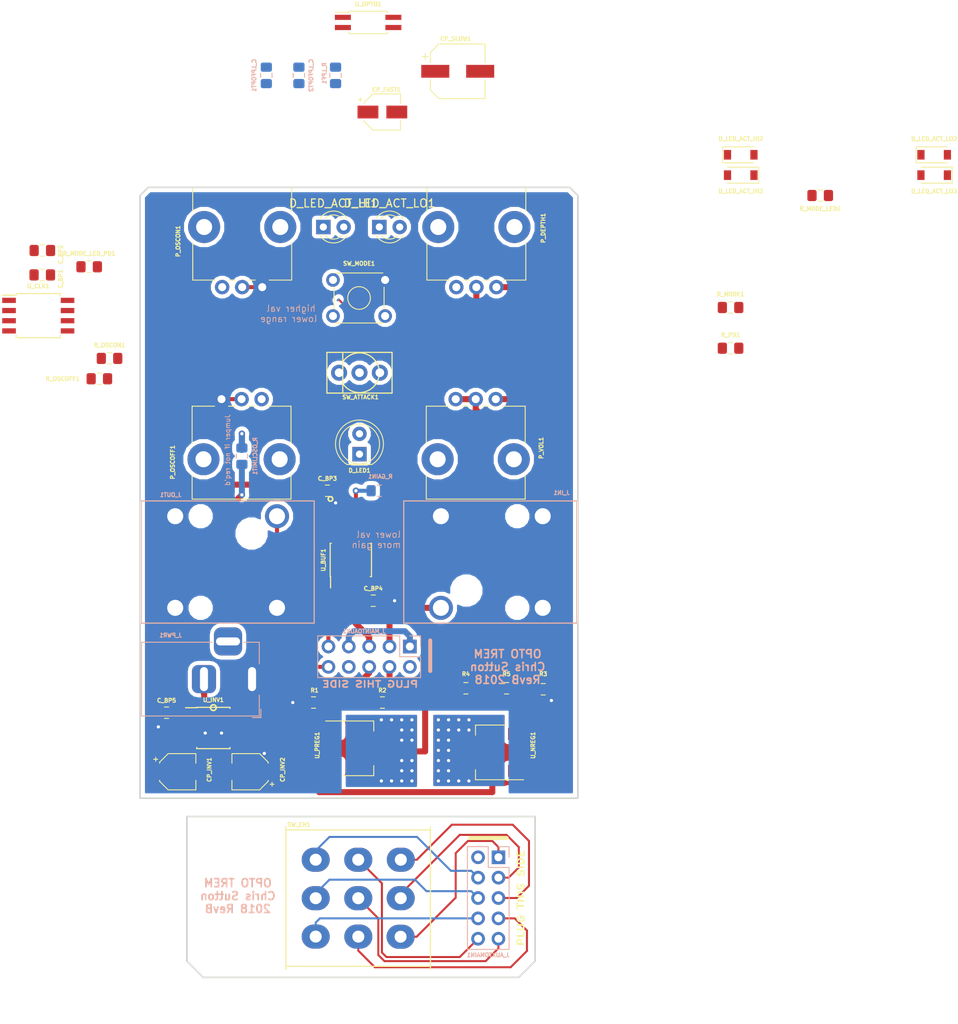
<source format=kicad_pcb>
(kicad_pcb (version 20171130) (host pcbnew "(5.0.0-3-g5ebb6b6)")

  (general
    (thickness 1.6)
    (drawings 29)
    (tracks 302)
    (zones 0)
    (modules 50)
    (nets 50)
  )

  (page A4)
  (title_block
    (comment 1 https://www.hammfg.com/files/parts/pdf/1590B.pdf)
  )

  (layers
    (0 F.Cu signal)
    (31 B.Cu signal)
    (32 B.Adhes user)
    (33 F.Adhes user)
    (34 B.Paste user)
    (35 F.Paste user)
    (36 B.SilkS user)
    (37 F.SilkS user)
    (38 B.Mask user)
    (39 F.Mask user)
    (40 Dwgs.User user)
    (41 Cmts.User user)
    (42 Eco1.User user)
    (43 Eco2.User user)
    (44 Edge.Cuts user)
    (45 Margin user)
    (46 B.CrtYd user hide)
    (47 F.CrtYd user hide)
    (48 B.Fab user hide)
    (49 F.Fab user hide)
  )

  (setup
    (last_trace_width 0.25)
    (user_trace_width 0.5)
    (user_trace_width 0.75)
    (trace_clearance 0.2)
    (zone_clearance 0.508)
    (zone_45_only no)
    (trace_min 0.2)
    (segment_width 0.2)
    (edge_width 0.2)
    (via_size 0.8)
    (via_drill 0.4)
    (via_min_size 0.4)
    (via_min_drill 0.3)
    (uvia_size 0.3)
    (uvia_drill 0.1)
    (uvias_allowed no)
    (uvia_min_size 0.2)
    (uvia_min_drill 0.1)
    (pcb_text_width 0.3)
    (pcb_text_size 1.5 1.5)
    (mod_edge_width 0.15)
    (mod_text_size 0.5 0.5)
    (mod_text_width 0.125)
    (pad_size 1.15 1.4)
    (pad_drill 0)
    (pad_to_mask_clearance 0.2)
    (aux_axis_origin 0 0)
    (visible_elements 7FFFFFFF)
    (pcbplotparams
      (layerselection 0x010fc_ffffffff)
      (usegerberextensions false)
      (usegerberattributes false)
      (usegerberadvancedattributes false)
      (creategerberjobfile false)
      (excludeedgelayer true)
      (linewidth 0.100000)
      (plotframeref false)
      (viasonmask false)
      (mode 1)
      (useauxorigin false)
      (hpglpennumber 1)
      (hpglpenspeed 20)
      (hpglpendiameter 15.000000)
      (psnegative false)
      (psa4output false)
      (plotreference true)
      (plotvalue true)
      (plotinvisibletext false)
      (padsonsilk false)
      (subtractmaskfromsilk false)
      (outputformat 1)
      (mirror false)
      (drillshape 0)
      (scaleselection 1)
      (outputdirectory "docs/GERBERS/"))
  )

  (net 0 "")
  (net 1 -9V)
  (net 2 /3PDT_8_EXT)
  (net 3 +5V)
  (net 4 -5V)
  (net 5 +9V)
  (net 6 /3PDT_2_EXT)
  (net 7 /3PDT_4_EXT)
  (net 8 /3PDT_3_EXT)
  (net 9 /3PDT_5_EXT)
  (net 10 /3PDT_6_EXT)
  (net 11 "Net-(P_DEPTH1-Pad2)")
  (net 12 "Net-(P_DEPTH1-Pad1)")
  (net 13 "Net-(P_VOL1-Pad1)")
  (net 14 "Net-(R1-Pad1)")
  (net 15 "Net-(R3-Pad1)")
  (net 16 "Net-(R4-Pad1)")
  (net 17 "Net-(C_LPFOPT1-Pad1)")
  (net 18 "Net-(CP_INV1-Pad2)")
  (net 19 "Net-(CP_INV1-Pad1)")
  (net 20 "Net-(P_OSCOFF1-Pad1)")
  (net 21 "Net-(P_OSCOFF1-Pad3)")
  (net 22 "Net-(P_OSCON1-Pad1)")
  (net 23 /GND)
  (net 24 "Net-(C_BP1-Pad1)")
  (net 25 "Net-(C_LPFOPT2-Pad1)")
  (net 26 "Net-(CP_FAST1-Pad1)")
  (net 27 "Net-(CP_SLOW1-Pad1)")
  (net 28 "Net-(D_LED_ACT_HI1-Pad2)")
  (net 29 "Net-(D_LED_ACT_HI1-Pad1)")
  (net 30 "Net-(D_LED_ACT_HI2-Pad1)")
  (net 31 "Net-(D_LED_ACT_LO1-Pad2)")
  (net 32 "Net-(D_LED_ACT_LO2-Pad2)")
  (net 33 /Atomizer_3PDT/3PDT_9_INT)
  (net 34 /Atomizer_3PDT/3PDT_8_INT)
  (net 35 /Atomizer_3PDT/3PDT_7_INT)
  (net 36 /Atomizer_3PDT/3PDT_6_INT)
  (net 37 /Atomizer_3PDT/3PDT_5_INT)
  (net 38 /Atomizer_3PDT/3PDT_4_INT)
  (net 39 /Atomizer_3PDT/3PDT_3_INT)
  (net 40 /Atomizer_3PDT/3PDT_2_INT)
  (net 41 /Atomizer_3PDT/3PDT_1_INT)
  (net 42 /Atomizer_Clock/CLK_OUT)
  (net 43 /Atomizer_Clock/FREQ_ADJ_OFF_PIN)
  (net 44 "Net-(P_OSCON1-Pad3)")
  (net 45 /Atomizer_Clock/FREQ_ADJ_ON_PIN)
  (net 46 /Atomizer_Clock/CLK_OUT_PIN)
  (net 47 /Atomizer_Clock/MODE_BTN_PIN)
  (net 48 "Net-(R_MODE1-Pad2)")
  (net 49 /Atomizer_Clock/MODE_LED_PIN)

  (net_class Default "This is the default net class."
    (clearance 0.2)
    (trace_width 0.25)
    (via_dia 0.8)
    (via_drill 0.4)
    (uvia_dia 0.3)
    (uvia_drill 0.1)
    (add_net +5V)
    (add_net +9V)
    (add_net -5V)
    (add_net -9V)
    (add_net /3PDT_2_EXT)
    (add_net /3PDT_3_EXT)
    (add_net /3PDT_4_EXT)
    (add_net /3PDT_5_EXT)
    (add_net /3PDT_6_EXT)
    (add_net /3PDT_8_EXT)
    (add_net /Atomizer_3PDT/3PDT_1_INT)
    (add_net /Atomizer_3PDT/3PDT_2_INT)
    (add_net /Atomizer_3PDT/3PDT_3_INT)
    (add_net /Atomizer_3PDT/3PDT_4_INT)
    (add_net /Atomizer_3PDT/3PDT_5_INT)
    (add_net /Atomizer_3PDT/3PDT_6_INT)
    (add_net /Atomizer_3PDT/3PDT_7_INT)
    (add_net /Atomizer_3PDT/3PDT_8_INT)
    (add_net /Atomizer_3PDT/3PDT_9_INT)
    (add_net /Atomizer_Clock/CLK_OUT)
    (add_net /Atomizer_Clock/CLK_OUT_PIN)
    (add_net /Atomizer_Clock/FREQ_ADJ_OFF_PIN)
    (add_net /Atomizer_Clock/FREQ_ADJ_ON_PIN)
    (add_net /Atomizer_Clock/MODE_BTN_PIN)
    (add_net /Atomizer_Clock/MODE_LED_PIN)
    (add_net /GND)
    (add_net "Net-(CP_FAST1-Pad1)")
    (add_net "Net-(CP_INV1-Pad1)")
    (add_net "Net-(CP_INV1-Pad2)")
    (add_net "Net-(CP_SLOW1-Pad1)")
    (add_net "Net-(C_BP1-Pad1)")
    (add_net "Net-(C_LPFOPT1-Pad1)")
    (add_net "Net-(C_LPFOPT2-Pad1)")
    (add_net "Net-(D_LED_ACT_HI1-Pad1)")
    (add_net "Net-(D_LED_ACT_HI1-Pad2)")
    (add_net "Net-(D_LED_ACT_HI2-Pad1)")
    (add_net "Net-(D_LED_ACT_LO1-Pad2)")
    (add_net "Net-(D_LED_ACT_LO2-Pad2)")
    (add_net "Net-(P_DEPTH1-Pad1)")
    (add_net "Net-(P_DEPTH1-Pad2)")
    (add_net "Net-(P_OSCOFF1-Pad1)")
    (add_net "Net-(P_OSCOFF1-Pad3)")
    (add_net "Net-(P_OSCON1-Pad1)")
    (add_net "Net-(P_OSCON1-Pad3)")
    (add_net "Net-(P_VOL1-Pad1)")
    (add_net "Net-(R1-Pad1)")
    (add_net "Net-(R3-Pad1)")
    (add_net "Net-(R4-Pad1)")
    (add_net "Net-(R_MODE1-Pad2)")
  )

  (module Potentiometer_THT:Potentiometer_Alps_RK09L_Single_Vertical (layer F.Cu) (tedit 5BE4E681) (tstamp 5C2A2E8F)
    (at 92.71 97.79 270)
    (descr "Potentiometer, vertical, Alps RK09L Single, http://www.alps.com/prod/info/E/HTML/Potentiometer/RotaryPotentiometers/RK09L/RK09L_list.html")
    (tags "Potentiometer vertical Alps RK09L Single")
    (path /5BE216FA)
    (fp_text reference P_VOL1 (at 6.096 -10.668 90) (layer F.SilkS)
      (effects (font (size 0.5 0.5) (thickness 0.125)))
    )
    (fp_text value B10K (at 5.725 5.5 270) (layer F.Fab)
      (effects (font (size 0.5 0.5) (thickness 0.125)))
    )
    (fp_text user %R (at 2 -2.5) (layer F.Fab)
      (effects (font (size 0.5 0.5) (thickness 0.125)))
    )
    (fp_line (start 12.6 -9.5) (end -1.15 -9.5) (layer F.CrtYd) (width 0.05))
    (fp_line (start 12.6 4.5) (end 12.6 -9.5) (layer F.CrtYd) (width 0.05))
    (fp_line (start -1.15 4.5) (end 12.6 4.5) (layer F.CrtYd) (width 0.05))
    (fp_line (start -1.15 -9.5) (end -1.15 4.5) (layer F.CrtYd) (width 0.05))
    (fp_line (start 12.47 -8.67) (end 12.47 3.67) (layer F.SilkS) (width 0.12))
    (fp_line (start 0.88 0.87) (end 0.88 3.67) (layer F.SilkS) (width 0.12))
    (fp_line (start 0.88 -1.629) (end 0.88 -0.87) (layer F.SilkS) (width 0.12))
    (fp_line (start 0.88 -4.129) (end 0.88 -3.37) (layer F.SilkS) (width 0.12))
    (fp_line (start 0.88 -8.67) (end 0.88 -5.871) (layer F.SilkS) (width 0.12))
    (fp_line (start 9.455 3.67) (end 12.47 3.67) (layer F.SilkS) (width 0.12))
    (fp_line (start 0.88 3.67) (end 5.546 3.67) (layer F.SilkS) (width 0.12))
    (fp_line (start 9.455 -8.67) (end 12.47 -8.67) (layer F.SilkS) (width 0.12))
    (fp_line (start 0.88 -8.67) (end 5.546 -8.67) (layer F.SilkS) (width 0.12))
    (fp_line (start 12.35 -8.55) (end 1 -8.55) (layer F.Fab) (width 0.1))
    (fp_line (start 12.35 3.55) (end 12.35 -8.55) (layer F.Fab) (width 0.1))
    (fp_line (start 1 3.55) (end 12.35 3.55) (layer F.Fab) (width 0.1))
    (fp_line (start 1 -8.55) (end 1 3.55) (layer F.Fab) (width 0.1))
    (fp_circle (center 7.5 -2.5) (end 10.5 -2.5) (layer F.Fab) (width 0.1))
    (pad "" np_thru_hole circle (at 7.5 2.25 270) (size 4 4) (drill 2) (layers *.Cu *.Mask))
    (pad "" np_thru_hole circle (at 7.5 -7.25 270) (size 4 4) (drill 2) (layers *.Cu *.Mask))
    (pad 1 thru_hole circle (at 0 0 270) (size 1.8 1.8) (drill 1) (layers *.Cu *.Mask)
      (net 13 "Net-(P_VOL1-Pad1)"))
    (pad 2 thru_hole circle (at 0 -2.5 270) (size 1.8 1.8) (drill 1) (layers *.Cu *.Mask)
      (net 13 "Net-(P_VOL1-Pad1)"))
    (pad 3 thru_hole circle (at 0 -5 270) (size 1.8 1.8) (drill 1) (layers *.Cu *.Mask)
      (net 10 /3PDT_6_EXT))
    (model ${KISYS3DMOD}/Potentiometer_THT.3dshapes/Potentiometer_Alps_RK09L_Single_Vertical.wrl
      (at (xyz 0 0 0))
      (scale (xyz 1 1 1))
      (rotate (xyz 0 0 0))
    )
    (model ${KIPRJMOD}/LIBS/3D/RK09L1140A66/RK09L11-L125.STEP
      (offset (xyz 7.5 2.5 7.5))
      (scale (xyz 1 1 1))
      (rotate (xyz 180 0 -90))
    )
  )

  (module Potentiometer_THT:Potentiometer_Alps_RK09L_Single_Vertical (layer F.Cu) (tedit 5A3D4993) (tstamp 5BF14638)
    (at 68.58 83.82 90)
    (descr "Potentiometer, vertical, Alps RK09L Single, http://www.alps.com/prod/info/E/HTML/Potentiometer/RotaryPotentiometers/RK09L/RK09L_list.html")
    (tags "Potentiometer vertical Alps RK09L Single")
    (path /5BF54A3F/5BE6F106)
    (fp_text reference P_OSCON1 (at 5.725 -10.5 90) (layer F.SilkS)
      (effects (font (size 0.5 0.5) (thickness 0.125)))
    )
    (fp_text value B10K (at 5.725 5.5 90) (layer F.Fab)
      (effects (font (size 0.5 0.5) (thickness 0.125)))
    )
    (fp_circle (center 7.5 -2.5) (end 10.5 -2.5) (layer F.Fab) (width 0.1))
    (fp_line (start 1 -8.55) (end 1 3.55) (layer F.Fab) (width 0.1))
    (fp_line (start 1 3.55) (end 12.35 3.55) (layer F.Fab) (width 0.1))
    (fp_line (start 12.35 3.55) (end 12.35 -8.55) (layer F.Fab) (width 0.1))
    (fp_line (start 12.35 -8.55) (end 1 -8.55) (layer F.Fab) (width 0.1))
    (fp_line (start 0.88 -8.67) (end 5.546 -8.67) (layer F.SilkS) (width 0.12))
    (fp_line (start 9.455 -8.67) (end 12.47 -8.67) (layer F.SilkS) (width 0.12))
    (fp_line (start 0.88 3.67) (end 5.546 3.67) (layer F.SilkS) (width 0.12))
    (fp_line (start 9.455 3.67) (end 12.47 3.67) (layer F.SilkS) (width 0.12))
    (fp_line (start 0.88 -8.67) (end 0.88 -5.871) (layer F.SilkS) (width 0.12))
    (fp_line (start 0.88 -4.129) (end 0.88 -3.37) (layer F.SilkS) (width 0.12))
    (fp_line (start 0.88 -1.629) (end 0.88 -0.87) (layer F.SilkS) (width 0.12))
    (fp_line (start 0.88 0.87) (end 0.88 3.67) (layer F.SilkS) (width 0.12))
    (fp_line (start 12.47 -8.67) (end 12.47 3.67) (layer F.SilkS) (width 0.12))
    (fp_line (start -1.15 -9.5) (end -1.15 4.5) (layer F.CrtYd) (width 0.05))
    (fp_line (start -1.15 4.5) (end 12.6 4.5) (layer F.CrtYd) (width 0.05))
    (fp_line (start 12.6 4.5) (end 12.6 -9.5) (layer F.CrtYd) (width 0.05))
    (fp_line (start 12.6 -9.5) (end -1.15 -9.5) (layer F.CrtYd) (width 0.05))
    (fp_text user %R (at 2 -2.5 180) (layer F.Fab)
      (effects (font (size 0.5 0.5) (thickness 0.125)))
    )
    (pad 3 thru_hole circle (at 0 -5 90) (size 1.8 1.8) (drill 1) (layers *.Cu *.Mask)
      (net 44 "Net-(P_OSCON1-Pad3)"))
    (pad 2 thru_hole circle (at 0 -2.5 90) (size 1.8 1.8) (drill 1) (layers *.Cu *.Mask)
      (net 45 /Atomizer_Clock/FREQ_ADJ_ON_PIN))
    (pad 1 thru_hole circle (at 0 0 90) (size 1.8 1.8) (drill 1) (layers *.Cu *.Mask)
      (net 23 /GND))
    (pad "" np_thru_hole circle (at 7.5 -7.25 90) (size 4 4) (drill 2) (layers *.Cu *.Mask))
    (pad "" np_thru_hole circle (at 7.5 2.25 90) (size 4 4) (drill 2) (layers *.Cu *.Mask))
    (model ${KISYS3DMOD}/Potentiometer_THT.3dshapes/Potentiometer_Alps_RK09L_Single_Vertical.wrl
      (at (xyz 0 0 0))
      (scale (xyz 1 1 1))
      (rotate (xyz 0 0 0))
    )
    (model ${KIPRJMOD}/LIBS/3D/RK09L1140A66/RK09L11-L125.STEP
      (offset (xyz 7.5 2.5 6.5))
      (scale (xyz 1 1 1))
      (rotate (xyz 180 0 -90))
    )
  )

  (module CustomHeaders:IDCHeader_02x05_P2.54mm_Vertical_Counter_Clockwise (layer B.Cu) (tedit 5BE58C88) (tstamp 5C162985)
    (at 98.044 154.94 180)
    (descr "Through hole straight pin header, 2x05, 2.54mm pitch, double rows")
    (tags "Through hole pin header THT 2x05 2.54mm double row")
    (path /5BFCF63F/5BE5CA85)
    (fp_text reference J_AUXTOMAIN1 (at 1.27 -12.192 180) (layer B.SilkS)
      (effects (font (size 0.5 0.5) (thickness 0.125)) (justify mirror))
    )
    (fp_text value Conn_02x05_Counter_Clockwise (at 1.27 -12.49 180) (layer B.Fab)
      (effects (font (size 0.5 0.5) (thickness 0.125)) (justify mirror))
    )
    (fp_text user %R (at 1.27 -5.08 90) (layer B.Fab)
      (effects (font (size 0.5 0.5) (thickness 0.125)) (justify mirror))
    )
    (fp_line (start 4.35 1.8) (end -1.8 1.8) (layer B.CrtYd) (width 0.05))
    (fp_line (start 4.35 -11.95) (end 4.35 1.8) (layer B.CrtYd) (width 0.05))
    (fp_line (start -1.8 -11.95) (end 4.35 -11.95) (layer B.CrtYd) (width 0.05))
    (fp_line (start -1.8 1.8) (end -1.8 -11.95) (layer B.CrtYd) (width 0.05))
    (fp_line (start -1.33 1.33) (end 0 1.33) (layer B.SilkS) (width 0.12))
    (fp_line (start -1.33 0) (end -1.33 1.33) (layer B.SilkS) (width 0.12))
    (fp_line (start 1.27 1.33) (end 3.87 1.33) (layer B.SilkS) (width 0.12))
    (fp_line (start 1.27 -1.27) (end 1.27 1.33) (layer B.SilkS) (width 0.12))
    (fp_line (start -1.33 -1.27) (end 1.27 -1.27) (layer B.SilkS) (width 0.12))
    (fp_line (start 3.87 1.33) (end 3.87 -11.49) (layer B.SilkS) (width 0.12))
    (fp_line (start -1.33 -1.27) (end -1.33 -11.49) (layer B.SilkS) (width 0.12))
    (fp_line (start -1.33 -11.49) (end 3.87 -11.49) (layer B.SilkS) (width 0.12))
    (fp_line (start -1.27 0) (end 0 1.27) (layer B.Fab) (width 0.1))
    (fp_line (start -1.27 -11.43) (end -1.27 0) (layer B.Fab) (width 0.1))
    (fp_line (start 3.81 -11.43) (end -1.27 -11.43) (layer B.Fab) (width 0.1))
    (fp_line (start 3.81 1.27) (end 3.81 -11.43) (layer B.Fab) (width 0.1))
    (fp_line (start 0 1.27) (end 3.81 1.27) (layer B.Fab) (width 0.1))
    (pad 10 thru_hole oval (at 2.54 0 180) (size 1.7 1.7) (drill 1) (layers *.Cu *.Mask))
    (pad 9 thru_hole oval (at 2.54 -2.54 180) (size 1.7 1.7) (drill 1) (layers *.Cu *.Mask)
      (net 33 /Atomizer_3PDT/3PDT_9_INT))
    (pad 8 thru_hole oval (at 2.54 -5.08 180) (size 1.7 1.7) (drill 1) (layers *.Cu *.Mask)
      (net 34 /Atomizer_3PDT/3PDT_8_INT))
    (pad 7 thru_hole oval (at 2.54 -7.62 180) (size 1.7 1.7) (drill 1) (layers *.Cu *.Mask)
      (net 35 /Atomizer_3PDT/3PDT_7_INT))
    (pad 6 thru_hole oval (at 2.54 -10.16 180) (size 1.7 1.7) (drill 1) (layers *.Cu *.Mask)
      (net 36 /Atomizer_3PDT/3PDT_6_INT))
    (pad 5 thru_hole oval (at 0 -10.16 180) (size 1.7 1.7) (drill 1) (layers *.Cu *.Mask)
      (net 37 /Atomizer_3PDT/3PDT_5_INT))
    (pad 4 thru_hole oval (at 0 -7.62 180) (size 1.7 1.7) (drill 1) (layers *.Cu *.Mask)
      (net 38 /Atomizer_3PDT/3PDT_4_INT))
    (pad 3 thru_hole oval (at 0 -5.08 180) (size 1.7 1.7) (drill 1) (layers *.Cu *.Mask)
      (net 39 /Atomizer_3PDT/3PDT_3_INT))
    (pad 2 thru_hole oval (at 0 -2.54 180) (size 1.7 1.7) (drill 1) (layers *.Cu *.Mask)
      (net 40 /Atomizer_3PDT/3PDT_2_INT))
    (pad 1 thru_hole rect (at 0 0 180) (size 1.7 1.7) (drill 1) (layers *.Cu *.Mask)
      (net 41 /Atomizer_3PDT/3PDT_1_INT))
    (model ${KISYS3DMOD}/Connector_PinHeader_2.54mm.3dshapes/PinHeader_2x05_P2.54mm_Vertical.wrl
      (at (xyz 0 0 0))
      (scale (xyz 1 1 1))
      (rotate (xyz 0 0 0))
    )
  )

  (module Capacitor_SMD:C_0805_2012Metric_Pad1.15x1.40mm_HandSolder (layer B.Cu) (tedit 5B36C52B) (tstamp 5C2A2B57)
    (at 69.088 57.404 270)
    (descr "Capacitor SMD 0805 (2012 Metric), square (rectangular) end terminal, IPC_7351 nominal with elongated pad for handsoldering. (Body size source: https://docs.google.com/spreadsheets/d/1BsfQQcO9C6DZCsRaXUlFlo91Tg2WpOkGARC1WS5S8t0/edit?usp=sharing), generated with kicad-footprint-generator")
    (tags "capacitor handsolder")
    (path /5BF54A3F/5C18735B)
    (attr smd)
    (fp_text reference C_LPFOPT1 (at 0 1.524 270) (layer B.SilkS)
      (effects (font (size 0.5 0.5) (thickness 0.125)) (justify mirror))
    )
    (fp_text value 100nF (at 0 -1.65 270) (layer B.Fab)
      (effects (font (size 0.5 0.5) (thickness 0.125)) (justify mirror))
    )
    (fp_text user %R (at 0 0 270) (layer B.Fab)
      (effects (font (size 0.5 0.5) (thickness 0.125)) (justify mirror))
    )
    (fp_line (start 1.85 -0.95) (end -1.85 -0.95) (layer B.CrtYd) (width 0.05))
    (fp_line (start 1.85 0.95) (end 1.85 -0.95) (layer B.CrtYd) (width 0.05))
    (fp_line (start -1.85 0.95) (end 1.85 0.95) (layer B.CrtYd) (width 0.05))
    (fp_line (start -1.85 -0.95) (end -1.85 0.95) (layer B.CrtYd) (width 0.05))
    (fp_line (start -0.261252 -0.71) (end 0.261252 -0.71) (layer B.SilkS) (width 0.12))
    (fp_line (start -0.261252 0.71) (end 0.261252 0.71) (layer B.SilkS) (width 0.12))
    (fp_line (start 1 -0.6) (end -1 -0.6) (layer B.Fab) (width 0.1))
    (fp_line (start 1 0.6) (end 1 -0.6) (layer B.Fab) (width 0.1))
    (fp_line (start -1 0.6) (end 1 0.6) (layer B.Fab) (width 0.1))
    (fp_line (start -1 -0.6) (end -1 0.6) (layer B.Fab) (width 0.1))
    (pad 2 smd roundrect (at 1.025 0 270) (size 1.15 1.4) (layers B.Cu B.Paste B.Mask) (roundrect_rratio 0.217391)
      (net 23 /GND))
    (pad 1 smd roundrect (at -1.025 0 270) (size 1.15 1.4) (layers B.Cu B.Paste B.Mask) (roundrect_rratio 0.217391)
      (net 17 "Net-(C_LPFOPT1-Pad1)"))
    (model ${KISYS3DMOD}/Capacitor_SMD.3dshapes/C_0805_2012Metric.wrl
      (at (xyz 0 0 0))
      (scale (xyz 1 1 1))
      (rotate (xyz 0 0 0))
    )
  )

  (module Capacitor_SMD:C_0805_2012Metric_Pad1.15x1.40mm_HandSolder (layer B.Cu) (tedit 5B36C52B) (tstamp 5C2A2B27)
    (at 73.152 57.404 270)
    (descr "Capacitor SMD 0805 (2012 Metric), square (rectangular) end terminal, IPC_7351 nominal with elongated pad for handsoldering. (Body size source: https://docs.google.com/spreadsheets/d/1BsfQQcO9C6DZCsRaXUlFlo91Tg2WpOkGARC1WS5S8t0/edit?usp=sharing), generated with kicad-footprint-generator")
    (tags "capacitor handsolder")
    (path /5BF54A3F/5C18730A)
    (attr smd)
    (fp_text reference C_LPFOPT2 (at 0 -1.524 90) (layer B.SilkS)
      (effects (font (size 0.5 0.5) (thickness 0.125)) (justify mirror))
    )
    (fp_text value 10uF (at 0 -1.65 270) (layer B.Fab)
      (effects (font (size 0.5 0.5) (thickness 0.125)) (justify mirror))
    )
    (fp_line (start -1 -0.6) (end -1 0.6) (layer B.Fab) (width 0.1))
    (fp_line (start -1 0.6) (end 1 0.6) (layer B.Fab) (width 0.1))
    (fp_line (start 1 0.6) (end 1 -0.6) (layer B.Fab) (width 0.1))
    (fp_line (start 1 -0.6) (end -1 -0.6) (layer B.Fab) (width 0.1))
    (fp_line (start -0.261252 0.71) (end 0.261252 0.71) (layer B.SilkS) (width 0.12))
    (fp_line (start -0.261252 -0.71) (end 0.261252 -0.71) (layer B.SilkS) (width 0.12))
    (fp_line (start -1.85 -0.95) (end -1.85 0.95) (layer B.CrtYd) (width 0.05))
    (fp_line (start -1.85 0.95) (end 1.85 0.95) (layer B.CrtYd) (width 0.05))
    (fp_line (start 1.85 0.95) (end 1.85 -0.95) (layer B.CrtYd) (width 0.05))
    (fp_line (start 1.85 -0.95) (end -1.85 -0.95) (layer B.CrtYd) (width 0.05))
    (fp_text user %R (at 0 0 270) (layer B.Fab)
      (effects (font (size 0.5 0.5) (thickness 0.125)) (justify mirror))
    )
    (pad 1 smd roundrect (at -1.025 0 270) (size 1.15 1.4) (layers B.Cu B.Paste B.Mask) (roundrect_rratio 0.217391)
      (net 25 "Net-(C_LPFOPT2-Pad1)"))
    (pad 2 smd roundrect (at 1.025 0 270) (size 1.15 1.4) (layers B.Cu B.Paste B.Mask) (roundrect_rratio 0.217391)
      (net 23 /GND))
    (model ${KISYS3DMOD}/Capacitor_SMD.3dshapes/C_0805_2012Metric.wrl
      (at (xyz 0 0 0))
      (scale (xyz 1 1 1))
      (rotate (xyz 0 0 0))
    )
  )

  (module Resistor_SMD:R_0805_2012Metric_Pad1.15x1.40mm_HandSolder (layer B.Cu) (tedit 5B36C52B) (tstamp 5C2A2D94)
    (at 77.724 57.404 90)
    (descr "Resistor SMD 0805 (2012 Metric), square (rectangular) end terminal, IPC_7351 nominal with elongated pad for handsoldering. (Body size source: https://docs.google.com/spreadsheets/d/1BsfQQcO9C6DZCsRaXUlFlo91Tg2WpOkGARC1WS5S8t0/edit?usp=sharing), generated with kicad-footprint-generator")
    (tags "resistor handsolder")
    (path /5BF54A3F/5BF61CAE)
    (attr smd)
    (fp_text reference R_LPF1 (at 0.254 -1.397 -90) (layer B.SilkS)
      (effects (font (size 0.5 0.5) (thickness 0.125)) (justify mirror))
    )
    (fp_text value 100R (at 0 -1.65 90) (layer B.Fab)
      (effects (font (size 0.5 0.5) (thickness 0.125)) (justify mirror))
    )
    (fp_text user %R (at 0 0 90) (layer B.Fab)
      (effects (font (size 0.5 0.5) (thickness 0.125)) (justify mirror))
    )
    (fp_line (start 1.85 -0.95) (end -1.85 -0.95) (layer B.CrtYd) (width 0.05))
    (fp_line (start 1.85 0.95) (end 1.85 -0.95) (layer B.CrtYd) (width 0.05))
    (fp_line (start -1.85 0.95) (end 1.85 0.95) (layer B.CrtYd) (width 0.05))
    (fp_line (start -1.85 -0.95) (end -1.85 0.95) (layer B.CrtYd) (width 0.05))
    (fp_line (start -0.261252 -0.71) (end 0.261252 -0.71) (layer B.SilkS) (width 0.12))
    (fp_line (start -0.261252 0.71) (end 0.261252 0.71) (layer B.SilkS) (width 0.12))
    (fp_line (start 1 -0.6) (end -1 -0.6) (layer B.Fab) (width 0.1))
    (fp_line (start 1 0.6) (end 1 -0.6) (layer B.Fab) (width 0.1))
    (fp_line (start -1 0.6) (end 1 0.6) (layer B.Fab) (width 0.1))
    (fp_line (start -1 -0.6) (end -1 0.6) (layer B.Fab) (width 0.1))
    (pad 2 smd roundrect (at 1.025 0 90) (size 1.15 1.4) (layers B.Cu B.Paste B.Mask) (roundrect_rratio 0.217391)
      (net 46 /Atomizer_Clock/CLK_OUT_PIN))
    (pad 1 smd roundrect (at -1.025 0 90) (size 1.15 1.4) (layers B.Cu B.Paste B.Mask) (roundrect_rratio 0.217391)
      (net 17 "Net-(C_LPFOPT1-Pad1)"))
    (model ${KISYS3DMOD}/Resistor_SMD.3dshapes/R_0805_2012Metric.wrl
      (at (xyz 0 0 0))
      (scale (xyz 1 1 1))
      (rotate (xyz 0 0 0))
    )
  )

  (module custom_sw:SW_3PDT_W18MM_L17.3MM_P5.3MM_D2MM (layer F.Cu) (tedit 5BE45A54) (tstamp 5BE5D8CF)
    (at 80.5434 160.0327 180)
    (path /5BFCF63F/5BFCF869)
    (fp_text reference SW_EN1 (at 7.3914 9.1567 180) (layer F.SilkS)
      (effects (font (size 0.5 0.5) (thickness 0.125)))
    )
    (fp_text value SW_3PDT_on_on (at 0.254 14.478 180) (layer F.Fab)
      (effects (font (size 0.5 0.5) (thickness 0.125)))
    )
    (fp_line (start -8.89 -8.509) (end 7.62 -8.509) (layer F.SilkS) (width 0.15))
    (fp_line (start 7.62 -8.509) (end 8.89 -8.509) (layer F.SilkS) (width 0.15))
    (fp_line (start 9.017 -8.89) (end 9.017 8.89) (layer F.SilkS) (width 0.15))
    (fp_line (start 8.89 8.509) (end -8.89 8.509) (layer F.SilkS) (width 0.15))
    (fp_line (start -9.017 8.89) (end -9.017 -8.89) (layer F.SilkS) (width 0.15))
    (pad 1 thru_hole oval (at -5.29336 -4.81838 180) (size 3.5 3) (drill 1.5) (layers *.Cu *.Mask)
      (net 41 /Atomizer_3PDT/3PDT_1_INT))
    (pad 4 thru_hole oval (at -0.02032 -4.80568 180) (size 3.5 3) (drill 1.5) (layers *.Cu *.Mask)
      (net 38 /Atomizer_3PDT/3PDT_4_INT))
    (pad 7 thru_hole oval (at 5.2959 -4.8006 180) (size 3.5 3) (drill 1.5) (layers *.Cu *.Mask)
      (net 35 /Atomizer_3PDT/3PDT_7_INT))
    (pad 2 thru_hole oval (at -5.3086 -0.0127 180) (size 3.5 3) (drill 1.5) (layers *.Cu *.Mask)
      (net 40 /Atomizer_3PDT/3PDT_2_INT))
    (pad 5 thru_hole oval (at -0.0127 -0.0127 180) (size 3.5 3) (drill 1.5) (layers *.Cu *.Mask)
      (net 37 /Atomizer_3PDT/3PDT_5_INT))
    (pad 8 thru_hole oval (at 5.2959 -0.0127 180) (size 3.5 3) (drill 1.5) (layers *.Cu *.Mask)
      (net 34 /Atomizer_3PDT/3PDT_8_INT))
    (pad 3 thru_hole oval (at -5.3213 4.7879 180) (size 3.5 3) (drill 1.5) (layers *.Cu *.Mask)
      (net 39 /Atomizer_3PDT/3PDT_3_INT))
    (pad 6 thru_hole oval (at -0.0127 4.7879 180) (size 3.5 3) (drill 1.5) (layers *.Cu *.Mask)
      (net 36 /Atomizer_3PDT/3PDT_6_INT))
    (pad 9 thru_hole oval (at 5.2959 4.7879 180) (size 3.5 3) (drill 1.5) (layers *.Cu *.Mask)
      (net 33 /Atomizer_3PDT/3PDT_9_INT))
    (model "${KIPRJMOD}/LIBS/3D/3PDT Switch/3PDT.stp"
      (offset (xyz -9 -6.25 0))
      (scale (xyz 1 1 1))
      (rotate (xyz 0 0 0))
    )
  )

  (module Resistor_SMD:R_0805_2012Metric_Pad1.15x1.40mm_HandSolder (layer B.Cu) (tedit 5B36C52B) (tstamp 5C097520)
    (at 83.185 109.22)
    (descr "Resistor SMD 0805 (2012 Metric), square (rectangular) end terminal, IPC_7351 nominal with elongated pad for handsoldering. (Body size source: https://docs.google.com/spreadsheets/d/1BsfQQcO9C6DZCsRaXUlFlo91Tg2WpOkGARC1WS5S8t0/edit?usp=sharing), generated with kicad-footprint-generator")
    (tags "resistor handsolder")
    (path /5BE2AB83)
    (attr smd)
    (fp_text reference R_GAIN1 (at 0.127 -1.778) (layer B.SilkS)
      (effects (font (size 0.5 0.5) (thickness 0.125)) (justify mirror))
    )
    (fp_text value 2K7 (at 0 -1.65) (layer B.Fab)
      (effects (font (size 0.5 0.5) (thickness 0.125)) (justify mirror))
    )
    (fp_line (start -1 -0.6) (end -1 0.6) (layer B.Fab) (width 0.1))
    (fp_line (start -1 0.6) (end 1 0.6) (layer B.Fab) (width 0.1))
    (fp_line (start 1 0.6) (end 1 -0.6) (layer B.Fab) (width 0.1))
    (fp_line (start 1 -0.6) (end -1 -0.6) (layer B.Fab) (width 0.1))
    (fp_line (start -0.261252 0.71) (end 0.261252 0.71) (layer B.SilkS) (width 0.12))
    (fp_line (start -0.261252 -0.71) (end 0.261252 -0.71) (layer B.SilkS) (width 0.12))
    (fp_line (start -1.85 -0.95) (end -1.85 0.95) (layer B.CrtYd) (width 0.05))
    (fp_line (start -1.85 0.95) (end 1.85 0.95) (layer B.CrtYd) (width 0.05))
    (fp_line (start 1.85 0.95) (end 1.85 -0.95) (layer B.CrtYd) (width 0.05))
    (fp_line (start 1.85 -0.95) (end -1.85 -0.95) (layer B.CrtYd) (width 0.05))
    (fp_text user %R (at 0 0) (layer B.Fab)
      (effects (font (size 0.5 0.5) (thickness 0.125)) (justify mirror))
    )
    (pad 1 smd roundrect (at -1.025 0) (size 1.15 1.4) (layers B.Cu B.Paste B.Mask) (roundrect_rratio 0.217391)
      (net 13 "Net-(P_VOL1-Pad1)"))
    (pad 2 smd roundrect (at 1.025 0) (size 1.15 1.4) (layers B.Cu B.Paste B.Mask) (roundrect_rratio 0.217391)
      (net 23 /GND))
    (model ${KISYS3DMOD}/Resistor_SMD.3dshapes/R_0805_2012Metric.wrl
      (at (xyz 0 0 0))
      (scale (xyz 1 1 1))
      (rotate (xyz 0 0 0))
    )
  )

  (module LED_THT:LED_D5.0mm (layer F.Cu) (tedit 5995936A) (tstamp 5C2A27A7)
    (at 80.708741 104.65542 90)
    (descr "LED, diameter 5.0mm, 2 pins, http://cdn-reichelt.de/documents/datenblatt/A500/LL-504BC2E-009.pdf")
    (tags "LED diameter 5.0mm 2 pins")
    (path /5BF54A3F/5BF61C9C)
    (fp_text reference D_LED1 (at -2.032 0) (layer F.SilkS)
      (effects (font (size 0.5 0.5) (thickness 0.125)))
    )
    (fp_text value LED (at 1.27 3.96 90) (layer F.Fab)
      (effects (font (size 0.5 0.5) (thickness 0.125)))
    )
    (fp_arc (start 1.27 0) (end -1.23 -1.469694) (angle 299.1) (layer F.Fab) (width 0.1))
    (fp_arc (start 1.27 0) (end -1.29 -1.54483) (angle 148.9) (layer F.SilkS) (width 0.12))
    (fp_arc (start 1.27 0) (end -1.29 1.54483) (angle -148.9) (layer F.SilkS) (width 0.12))
    (fp_circle (center 1.27 0) (end 3.77 0) (layer F.Fab) (width 0.1))
    (fp_circle (center 1.27 0) (end 3.77 0) (layer F.SilkS) (width 0.12))
    (fp_line (start -1.23 -1.469694) (end -1.23 1.469694) (layer F.Fab) (width 0.1))
    (fp_line (start -1.29 -1.545) (end -1.29 1.545) (layer F.SilkS) (width 0.12))
    (fp_line (start -1.95 -3.25) (end -1.95 3.25) (layer F.CrtYd) (width 0.05))
    (fp_line (start -1.95 3.25) (end 4.5 3.25) (layer F.CrtYd) (width 0.05))
    (fp_line (start 4.5 3.25) (end 4.5 -3.25) (layer F.CrtYd) (width 0.05))
    (fp_line (start 4.5 -3.25) (end -1.95 -3.25) (layer F.CrtYd) (width 0.05))
    (fp_text user %R (at 1.25 0 90) (layer F.Fab)
      (effects (font (size 0.5 0.5) (thickness 0.125)))
    )
    (pad 1 thru_hole rect (at 0 0 90) (size 1.8 1.8) (drill 0.9) (layers *.Cu *.Mask)
      (net 25 "Net-(C_LPFOPT2-Pad1)"))
    (pad 2 thru_hole circle (at 2.54 0 90) (size 1.8 1.8) (drill 0.9) (layers *.Cu *.Mask)
      (net 17 "Net-(C_LPFOPT1-Pad1)"))
    (model ${KISYS3DMOD}/LED_THT.3dshapes/LED_D5.0mm.wrl
      (at (xyz 0 0 0))
      (scale (xyz 1 1 1))
      (rotate (xyz 0 0 0))
    )
  )

  (module Package_TO_SOT_SMD:SOT-223-3_TabPin2 (layer F.Cu) (tedit 5A02FF57) (tstamp 5BE5A047)
    (at 97.0915 141.859 180)
    (descr "module CMS SOT223 4 pins")
    (tags "CMS SOT")
    (path /5BE2DBE2)
    (attr smd)
    (fp_text reference U_NREG1 (at -5.2705 0.889 90) (layer F.SilkS)
      (effects (font (size 0.5 0.5) (thickness 0.125)))
    )
    (fp_text value LM337_SOT223 (at 0 4.5 180) (layer F.Fab)
      (effects (font (size 0.5 0.5) (thickness 0.125)))
    )
    (fp_line (start 1.85 -3.35) (end 1.85 3.35) (layer F.Fab) (width 0.1))
    (fp_line (start -1.85 3.35) (end 1.85 3.35) (layer F.Fab) (width 0.1))
    (fp_line (start -4.1 -3.41) (end 1.91 -3.41) (layer F.SilkS) (width 0.12))
    (fp_line (start -0.85 -3.35) (end 1.85 -3.35) (layer F.Fab) (width 0.1))
    (fp_line (start -1.85 3.41) (end 1.91 3.41) (layer F.SilkS) (width 0.12))
    (fp_line (start -1.85 -2.35) (end -1.85 3.35) (layer F.Fab) (width 0.1))
    (fp_line (start -1.85 -2.35) (end -0.85 -3.35) (layer F.Fab) (width 0.1))
    (fp_line (start -4.4 -3.6) (end -4.4 3.6) (layer F.CrtYd) (width 0.05))
    (fp_line (start -4.4 3.6) (end 4.4 3.6) (layer F.CrtYd) (width 0.05))
    (fp_line (start 4.4 3.6) (end 4.4 -3.6) (layer F.CrtYd) (width 0.05))
    (fp_line (start 4.4 -3.6) (end -4.4 -3.6) (layer F.CrtYd) (width 0.05))
    (fp_line (start 1.91 -3.41) (end 1.91 -2.15) (layer F.SilkS) (width 0.12))
    (fp_line (start 1.91 3.41) (end 1.91 2.15) (layer F.SilkS) (width 0.12))
    (fp_text user %R (at 0 0 270) (layer F.Fab)
      (effects (font (size 0.5 0.5) (thickness 0.125)))
    )
    (pad 1 smd rect (at -3.15 -2.3 180) (size 2 1.5) (layers F.Cu F.Paste F.Mask)
      (net 15 "Net-(R3-Pad1)"))
    (pad 3 smd rect (at -3.15 2.3 180) (size 2 1.5) (layers F.Cu F.Paste F.Mask)
      (net 4 -5V))
    (pad 2 smd rect (at -3.15 0 180) (size 2 1.5) (layers F.Cu F.Paste F.Mask)
      (net 1 -9V))
    (pad 2 smd rect (at 3.15 0 180) (size 2 3.8) (layers F.Cu F.Paste F.Mask)
      (net 1 -9V))
    (model ${KISYS3DMOD}/Package_TO_SOT_SMD.3dshapes/SOT-223.wrl
      (at (xyz 0 0 0))
      (scale (xyz 1 1 1))
      (rotate (xyz 0 0 0))
    )
  )

  (module Capacitor_SMD:C_0805_2012Metric_Pad1.15x1.40mm_HandSolder (layer F.Cu) (tedit 5B36C52B) (tstamp 5BF13C08)
    (at 41.139 82.296)
    (descr "Capacitor SMD 0805 (2012 Metric), square (rectangular) end terminal, IPC_7351 nominal with elongated pad for handsoldering. (Body size source: https://docs.google.com/spreadsheets/d/1BsfQQcO9C6DZCsRaXUlFlo91Tg2WpOkGARC1WS5S8t0/edit?usp=sharing), generated with kicad-footprint-generator")
    (tags "capacitor handsolder")
    (path /5BF54A3F/5BEBE4C2)
    (attr smd)
    (fp_text reference C_BP1 (at 2.286 0.508 90) (layer F.SilkS)
      (effects (font (size 0.5 0.5) (thickness 0.125)))
    )
    (fp_text value 100nF (at 0 1.65) (layer F.Fab)
      (effects (font (size 0.5 0.5) (thickness 0.125)))
    )
    (fp_line (start -1 0.6) (end -1 -0.6) (layer F.Fab) (width 0.1))
    (fp_line (start -1 -0.6) (end 1 -0.6) (layer F.Fab) (width 0.1))
    (fp_line (start 1 -0.6) (end 1 0.6) (layer F.Fab) (width 0.1))
    (fp_line (start 1 0.6) (end -1 0.6) (layer F.Fab) (width 0.1))
    (fp_line (start -0.261252 -0.71) (end 0.261252 -0.71) (layer F.SilkS) (width 0.12))
    (fp_line (start -0.261252 0.71) (end 0.261252 0.71) (layer F.SilkS) (width 0.12))
    (fp_line (start -1.85 0.95) (end -1.85 -0.95) (layer F.CrtYd) (width 0.05))
    (fp_line (start -1.85 -0.95) (end 1.85 -0.95) (layer F.CrtYd) (width 0.05))
    (fp_line (start 1.85 -0.95) (end 1.85 0.95) (layer F.CrtYd) (width 0.05))
    (fp_line (start 1.85 0.95) (end -1.85 0.95) (layer F.CrtYd) (width 0.05))
    (fp_text user %R (at 0 0) (layer F.Fab)
      (effects (font (size 0.5 0.5) (thickness 0.125)))
    )
    (pad 1 smd roundrect (at -1.025 0) (size 1.15 1.4) (layers F.Cu F.Paste F.Mask) (roundrect_rratio 0.217391)
      (net 24 "Net-(C_BP1-Pad1)"))
    (pad 2 smd roundrect (at 1.025 0) (size 1.15 1.4) (layers F.Cu F.Paste F.Mask) (roundrect_rratio 0.217391)
      (net 23 /GND))
    (model ${KISYS3DMOD}/Capacitor_SMD.3dshapes/C_0805_2012Metric.wrl
      (at (xyz 0 0 0))
      (scale (xyz 1 1 1))
      (rotate (xyz 0 0 0))
    )
  )

  (module Capacitor_SMD:C_0805_2012Metric_Pad1.15x1.40mm_HandSolder (layer F.Cu) (tedit 5B36C52B) (tstamp 5C165443)
    (at 76.708 109.22 180)
    (descr "Capacitor SMD 0805 (2012 Metric), square (rectangular) end terminal, IPC_7351 nominal with elongated pad for handsoldering. (Body size source: https://docs.google.com/spreadsheets/d/1BsfQQcO9C6DZCsRaXUlFlo91Tg2WpOkGARC1WS5S8t0/edit?usp=sharing), generated with kicad-footprint-generator")
    (tags "capacitor handsolder")
    (path /5BED3C35)
    (attr smd)
    (fp_text reference C_BP3 (at 0 1.524 180) (layer F.SilkS)
      (effects (font (size 0.5 0.5) (thickness 0.125)))
    )
    (fp_text value 100nF (at 0 1.65 180) (layer F.Fab)
      (effects (font (size 0.5 0.5) (thickness 0.125)))
    )
    (fp_text user %R (at 0 0 180) (layer F.Fab)
      (effects (font (size 0.5 0.5) (thickness 0.125)))
    )
    (fp_line (start 1.85 0.95) (end -1.85 0.95) (layer F.CrtYd) (width 0.05))
    (fp_line (start 1.85 -0.95) (end 1.85 0.95) (layer F.CrtYd) (width 0.05))
    (fp_line (start -1.85 -0.95) (end 1.85 -0.95) (layer F.CrtYd) (width 0.05))
    (fp_line (start -1.85 0.95) (end -1.85 -0.95) (layer F.CrtYd) (width 0.05))
    (fp_line (start -0.261252 0.71) (end 0.261252 0.71) (layer F.SilkS) (width 0.12))
    (fp_line (start -0.261252 -0.71) (end 0.261252 -0.71) (layer F.SilkS) (width 0.12))
    (fp_line (start 1 0.6) (end -1 0.6) (layer F.Fab) (width 0.1))
    (fp_line (start 1 -0.6) (end 1 0.6) (layer F.Fab) (width 0.1))
    (fp_line (start -1 -0.6) (end 1 -0.6) (layer F.Fab) (width 0.1))
    (fp_line (start -1 0.6) (end -1 -0.6) (layer F.Fab) (width 0.1))
    (pad 2 smd roundrect (at 1.025 0 180) (size 1.15 1.4) (layers F.Cu F.Paste F.Mask) (roundrect_rratio 0.217391)
      (net 3 +5V))
    (pad 1 smd roundrect (at -1.025 0 180) (size 1.15 1.4) (layers F.Cu F.Paste F.Mask) (roundrect_rratio 0.217391)
      (net 23 /GND))
    (model ${KISYS3DMOD}/Capacitor_SMD.3dshapes/C_0805_2012Metric.wrl
      (at (xyz 0 0 0))
      (scale (xyz 1 1 1))
      (rotate (xyz 0 0 0))
    )
  )

  (module Capacitor_SMD:C_0805_2012Metric_Pad1.15x1.40mm_HandSolder (layer F.Cu) (tedit 5B36C52B) (tstamp 5BE52E0F)
    (at 82.423 122.936)
    (descr "Capacitor SMD 0805 (2012 Metric), square (rectangular) end terminal, IPC_7351 nominal with elongated pad for handsoldering. (Body size source: https://docs.google.com/spreadsheets/d/1BsfQQcO9C6DZCsRaXUlFlo91Tg2WpOkGARC1WS5S8t0/edit?usp=sharing), generated with kicad-footprint-generator")
    (tags "capacitor handsolder")
    (path /5BED3C3D)
    (attr smd)
    (fp_text reference C_BP4 (at 0 -1.524) (layer F.SilkS)
      (effects (font (size 0.5 0.5) (thickness 0.125)))
    )
    (fp_text value 100nF (at 0 1.65) (layer F.Fab)
      (effects (font (size 0.5 0.5) (thickness 0.125)))
    )
    (fp_text user %R (at 0 0) (layer F.Fab)
      (effects (font (size 0.5 0.5) (thickness 0.125)))
    )
    (fp_line (start 1.85 0.95) (end -1.85 0.95) (layer F.CrtYd) (width 0.05))
    (fp_line (start 1.85 -0.95) (end 1.85 0.95) (layer F.CrtYd) (width 0.05))
    (fp_line (start -1.85 -0.95) (end 1.85 -0.95) (layer F.CrtYd) (width 0.05))
    (fp_line (start -1.85 0.95) (end -1.85 -0.95) (layer F.CrtYd) (width 0.05))
    (fp_line (start -0.261252 0.71) (end 0.261252 0.71) (layer F.SilkS) (width 0.12))
    (fp_line (start -0.261252 -0.71) (end 0.261252 -0.71) (layer F.SilkS) (width 0.12))
    (fp_line (start 1 0.6) (end -1 0.6) (layer F.Fab) (width 0.1))
    (fp_line (start 1 -0.6) (end 1 0.6) (layer F.Fab) (width 0.1))
    (fp_line (start -1 -0.6) (end 1 -0.6) (layer F.Fab) (width 0.1))
    (fp_line (start -1 0.6) (end -1 -0.6) (layer F.Fab) (width 0.1))
    (pad 2 smd roundrect (at 1.025 0) (size 1.15 1.4) (layers F.Cu F.Paste F.Mask) (roundrect_rratio 0.217391)
      (net 23 /GND))
    (pad 1 smd roundrect (at -1.025 0) (size 1.15 1.4) (layers F.Cu F.Paste F.Mask) (roundrect_rratio 0.217391)
      (net 4 -5V))
    (model ${KISYS3DMOD}/Capacitor_SMD.3dshapes/C_0805_2012Metric.wrl
      (at (xyz 0 0 0))
      (scale (xyz 1 1 1))
      (rotate (xyz 0 0 0))
    )
  )

  (module Capacitor_SMD:C_0805_2012Metric_Pad1.15x1.40mm_HandSolder (layer F.Cu) (tedit 5B36C52B) (tstamp 5BE5A012)
    (at 56.642 136.906)
    (descr "Capacitor SMD 0805 (2012 Metric), square (rectangular) end terminal, IPC_7351 nominal with elongated pad for handsoldering. (Body size source: https://docs.google.com/spreadsheets/d/1BsfQQcO9C6DZCsRaXUlFlo91Tg2WpOkGARC1WS5S8t0/edit?usp=sharing), generated with kicad-footprint-generator")
    (tags "capacitor handsolder")
    (path /5BF220BE)
    (attr smd)
    (fp_text reference C_BP5 (at 0 -1.524) (layer F.SilkS)
      (effects (font (size 0.5 0.5) (thickness 0.125)))
    )
    (fp_text value 100nF (at 0 1.65) (layer F.Fab)
      (effects (font (size 0.5 0.5) (thickness 0.125)))
    )
    (fp_line (start -1 0.6) (end -1 -0.6) (layer F.Fab) (width 0.1))
    (fp_line (start -1 -0.6) (end 1 -0.6) (layer F.Fab) (width 0.1))
    (fp_line (start 1 -0.6) (end 1 0.6) (layer F.Fab) (width 0.1))
    (fp_line (start 1 0.6) (end -1 0.6) (layer F.Fab) (width 0.1))
    (fp_line (start -0.261252 -0.71) (end 0.261252 -0.71) (layer F.SilkS) (width 0.12))
    (fp_line (start -0.261252 0.71) (end 0.261252 0.71) (layer F.SilkS) (width 0.12))
    (fp_line (start -1.85 0.95) (end -1.85 -0.95) (layer F.CrtYd) (width 0.05))
    (fp_line (start -1.85 -0.95) (end 1.85 -0.95) (layer F.CrtYd) (width 0.05))
    (fp_line (start 1.85 -0.95) (end 1.85 0.95) (layer F.CrtYd) (width 0.05))
    (fp_line (start 1.85 0.95) (end -1.85 0.95) (layer F.CrtYd) (width 0.05))
    (fp_text user %R (at 0 0) (layer F.Fab)
      (effects (font (size 0.5 0.5) (thickness 0.125)))
    )
    (pad 1 smd roundrect (at -1.025 0) (size 1.15 1.4) (layers F.Cu F.Paste F.Mask) (roundrect_rratio 0.217391)
      (net 23 /GND))
    (pad 2 smd roundrect (at 1.025 0) (size 1.15 1.4) (layers F.Cu F.Paste F.Mask) (roundrect_rratio 0.217391)
      (net 5 +9V))
    (model ${KISYS3DMOD}/Capacitor_SMD.3dshapes/C_0805_2012Metric.wrl
      (at (xyz 0 0 0))
      (scale (xyz 1 1 1))
      (rotate (xyz 0 0 0))
    )
  )

  (module custom_sockets:6_35MM_JACK_MONO_FlatTop (layer B.Cu) (tedit 5BE3026B) (tstamp 5BE52DDB)
    (at 97.028 118.11)
    (path /5BE61397)
    (fp_text reference J_IN1 (at 8.89 -8.636) (layer B.SilkS)
      (effects (font (size 0.5 0.5) (thickness 0.125)) (justify mirror))
    )
    (fp_text value JACK__MONO_2P_NC (at 0 10.16) (layer B.Fab)
      (effects (font (size 0.5 0.5) (thickness 0.125)) (justify mirror))
    )
    (fp_line (start 19.685 4.064) (end 19.685 -7.112) (layer Dwgs.User) (width 0.15))
    (fp_line (start 19.685 4.064) (end -10.795 4.064) (layer Dwgs.User) (width 0.15))
    (fp_line (start 19.685 -7.112) (end -10.795 -7.112) (layer Dwgs.User) (width 0.15))
    (fp_line (start 10.795 -1.524) (end -10.795 -1.524) (layer Dwgs.User) (width 0.15))
    (fp_line (start -10.795 -7.62) (end 10.795 -7.62) (layer B.SilkS) (width 0.15))
    (fp_line (start -10.795 7.62) (end -10.795 -7.62) (layer B.SilkS) (width 0.15))
    (fp_line (start 10.795 7.62) (end -10.795 7.62) (layer B.SilkS) (width 0.15))
    (fp_line (start 10.795 -7.62) (end 10.795 7.62) (layer B.SilkS) (width 0.15))
    (pad "" np_thru_hole circle (at 3.3655 -5.715) (size 2 2) (drill 2) (layers *.Cu *.Mask))
    (pad "" np_thru_hole circle (at 3.3655 5.715) (size 2 2) (drill 2) (layers *.Cu *.Mask))
    (pad "" np_thru_hole circle (at -2.9845 3.556) (size 3 3) (drill 3) (layers *.Cu *.Mask))
    (pad 4 thru_hole circle (at 6.5405 5.715) (size 3 3) (drill 2) (layers *.Cu *.Mask)
      (net 23 /GND))
    (pad 3 thru_hole circle (at 6.5405 -5.715) (size 3 3) (drill 2) (layers *.Cu *.Mask)
      (net 23 /GND))
    (pad 2 thru_hole circle (at -6.1595 -5.715) (size 3 3) (drill 2) (layers *.Cu *.Mask)
      (net 23 /GND))
    (pad 1 thru_hole circle (at -6.1595 5.715) (size 3 3) (drill 2) (layers *.Cu *.Mask)
      (net 6 /3PDT_2_EXT))
    (model ${KIPRJMOD}/LIBS/3D/3D+File+NRJ4HF.stp
      (offset (xyz 10.75 -1.5 0))
      (scale (xyz 1 1 1))
      (rotate (xyz 90 180 90))
    )
  )

  (module Connector_BarrelJack:BarrelJack_Horizontal (layer B.Cu) (tedit 5A1DBF6A) (tstamp 5C2A2656)
    (at 67.31 132.715)
    (descr "DC Barrel Jack")
    (tags "Power Jack")
    (path /5BE7895A)
    (fp_text reference J_PWR1 (at -10.16 -5.461) (layer B.SilkS)
      (effects (font (size 0.5 0.5) (thickness 0.125)) (justify mirror))
    )
    (fp_text value Jack-DC (at -6.2 5.5) (layer B.Fab)
      (effects (font (size 0.5 0.5) (thickness 0.125)) (justify mirror))
    )
    (fp_text user %R (at -3 2.95) (layer B.Fab)
      (effects (font (size 0.5 0.5) (thickness 0.125)) (justify mirror))
    )
    (fp_line (start -0.003213 4.505425) (end 0.8 3.75) (layer B.Fab) (width 0.1))
    (fp_line (start 1.1 3.75) (end 1.1 4.8) (layer B.SilkS) (width 0.12))
    (fp_line (start 0.05 4.8) (end 1.1 4.8) (layer B.SilkS) (width 0.12))
    (fp_line (start 1 4.5) (end 1 4.75) (layer B.CrtYd) (width 0.05))
    (fp_line (start 1 4.75) (end -14 4.75) (layer B.CrtYd) (width 0.05))
    (fp_line (start 1 4.5) (end 1 2) (layer B.CrtYd) (width 0.05))
    (fp_line (start 1 2) (end 2 2) (layer B.CrtYd) (width 0.05))
    (fp_line (start 2 2) (end 2 -2) (layer B.CrtYd) (width 0.05))
    (fp_line (start 2 -2) (end 1 -2) (layer B.CrtYd) (width 0.05))
    (fp_line (start 1 -2) (end 1 -4.75) (layer B.CrtYd) (width 0.05))
    (fp_line (start 1 -4.75) (end -1 -4.75) (layer B.CrtYd) (width 0.05))
    (fp_line (start -1 -4.75) (end -1 -6.75) (layer B.CrtYd) (width 0.05))
    (fp_line (start -1 -6.75) (end -5 -6.75) (layer B.CrtYd) (width 0.05))
    (fp_line (start -5 -6.75) (end -5 -4.75) (layer B.CrtYd) (width 0.05))
    (fp_line (start -5 -4.75) (end -14 -4.75) (layer B.CrtYd) (width 0.05))
    (fp_line (start -14 -4.75) (end -14 4.75) (layer B.CrtYd) (width 0.05))
    (fp_line (start -5 -4.6) (end -13.8 -4.6) (layer B.SilkS) (width 0.12))
    (fp_line (start -13.8 -4.6) (end -13.8 4.6) (layer B.SilkS) (width 0.12))
    (fp_line (start 0.9 -1.9) (end 0.9 -4.6) (layer B.SilkS) (width 0.12))
    (fp_line (start 0.9 -4.6) (end -1 -4.6) (layer B.SilkS) (width 0.12))
    (fp_line (start -13.8 4.6) (end 0.9 4.6) (layer B.SilkS) (width 0.12))
    (fp_line (start 0.9 4.6) (end 0.9 2) (layer B.SilkS) (width 0.12))
    (fp_line (start -10.2 4.5) (end -10.2 -4.5) (layer B.Fab) (width 0.1))
    (fp_line (start -13.7 4.5) (end -13.7 -4.5) (layer B.Fab) (width 0.1))
    (fp_line (start -13.7 -4.5) (end 0.8 -4.5) (layer B.Fab) (width 0.1))
    (fp_line (start 0.8 -4.5) (end 0.8 3.75) (layer B.Fab) (width 0.1))
    (fp_line (start 0 4.5) (end -13.7 4.5) (layer B.Fab) (width 0.1))
    (pad 1 thru_hole rect (at 0 0) (size 3.5 3.5) (drill oval 1 3) (layers *.Cu *.Mask)
      (net 23 /GND))
    (pad 2 thru_hole roundrect (at -6 0) (size 3 3.5) (drill oval 1 3) (layers *.Cu *.Mask) (roundrect_rratio 0.25)
      (net 5 +9V))
    (pad 3 thru_hole roundrect (at -3 -4.7) (size 3.5 3.5) (drill oval 3 1) (layers *.Cu *.Mask) (roundrect_rratio 0.25))
    (model ${KISYS3DMOD}/Connector_BarrelJack.3dshapes/BarrelJack_Horizontal.wrl
      (offset (xyz 4.5 0 0))
      (scale (xyz 1 1 1))
      (rotate (xyz 0 0 0))
    )
    (model ${KIPRJMOD}/LIBS/3D/dc-power-barrel-2mm-jack-pth-1.snapshot.3/AB2_PB_2MM_JACK_PTH.wrl
      (offset (xyz -13.5 0 0))
      (scale (xyz 0.4 0.4 0.4))
      (rotate (xyz 0 0 90))
    )
  )

  (module Potentiometer_THT:Potentiometer_Alps_RK09L_Single_Vertical (layer F.Cu) (tedit 5A3D4993) (tstamp 5C2A25FE)
    (at 97.79 83.82 90)
    (descr "Potentiometer, vertical, Alps RK09L Single, http://www.alps.com/prod/info/E/HTML/Potentiometer/RotaryPotentiometers/RK09L/RK09L_list.html")
    (tags "Potentiometer vertical Alps RK09L Single")
    (path /5BE21679)
    (fp_text reference P_DEPTH1 (at 7.366 5.842 270) (layer F.SilkS)
      (effects (font (size 0.5 0.5) (thickness 0.125)))
    )
    (fp_text value B50k (at 5.725 5.5 90) (layer F.Fab)
      (effects (font (size 0.5 0.5) (thickness 0.125)))
    )
    (fp_circle (center 7.5 -2.5) (end 10.5 -2.5) (layer F.Fab) (width 0.1))
    (fp_line (start 1 -8.55) (end 1 3.55) (layer F.Fab) (width 0.1))
    (fp_line (start 1 3.55) (end 12.35 3.55) (layer F.Fab) (width 0.1))
    (fp_line (start 12.35 3.55) (end 12.35 -8.55) (layer F.Fab) (width 0.1))
    (fp_line (start 12.35 -8.55) (end 1 -8.55) (layer F.Fab) (width 0.1))
    (fp_line (start 0.88 -8.67) (end 5.546 -8.67) (layer F.SilkS) (width 0.12))
    (fp_line (start 9.455 -8.67) (end 12.47 -8.67) (layer F.SilkS) (width 0.12))
    (fp_line (start 0.88 3.67) (end 5.546 3.67) (layer F.SilkS) (width 0.12))
    (fp_line (start 9.455 3.67) (end 12.47 3.67) (layer F.SilkS) (width 0.12))
    (fp_line (start 0.88 -8.67) (end 0.88 -5.871) (layer F.SilkS) (width 0.12))
    (fp_line (start 0.88 -4.129) (end 0.88 -3.37) (layer F.SilkS) (width 0.12))
    (fp_line (start 0.88 -1.629) (end 0.88 -0.87) (layer F.SilkS) (width 0.12))
    (fp_line (start 0.88 0.87) (end 0.88 3.67) (layer F.SilkS) (width 0.12))
    (fp_line (start 12.47 -8.67) (end 12.47 3.67) (layer F.SilkS) (width 0.12))
    (fp_line (start -1.15 -9.5) (end -1.15 4.5) (layer F.CrtYd) (width 0.05))
    (fp_line (start -1.15 4.5) (end 12.6 4.5) (layer F.CrtYd) (width 0.05))
    (fp_line (start 12.6 4.5) (end 12.6 -9.5) (layer F.CrtYd) (width 0.05))
    (fp_line (start 12.6 -9.5) (end -1.15 -9.5) (layer F.CrtYd) (width 0.05))
    (fp_text user %R (at 2 -2.5 -180) (layer F.Fab)
      (effects (font (size 0.5 0.5) (thickness 0.125)))
    )
    (pad 3 thru_hole circle (at 0 -5 90) (size 1.8 1.8) (drill 1) (layers *.Cu *.Mask)
      (net 42 /Atomizer_Clock/CLK_OUT))
    (pad 2 thru_hole circle (at 0 -2.5 90) (size 1.8 1.8) (drill 1) (layers *.Cu *.Mask)
      (net 11 "Net-(P_DEPTH1-Pad2)"))
    (pad 1 thru_hole circle (at 0 0 90) (size 1.8 1.8) (drill 1) (layers *.Cu *.Mask)
      (net 12 "Net-(P_DEPTH1-Pad1)"))
    (pad "" np_thru_hole circle (at 7.5 -7.25 90) (size 4 4) (drill 2) (layers *.Cu *.Mask))
    (pad "" np_thru_hole circle (at 7.5 2.25 90) (size 4 4) (drill 2) (layers *.Cu *.Mask))
    (model ${KISYS3DMOD}/Potentiometer_THT.3dshapes/Potentiometer_Alps_RK09L_Single_Vertical.wrl
      (at (xyz 0 0 0))
      (scale (xyz 1 1 1))
      (rotate (xyz 0 0 0))
    )
    (model ${KIPRJMOD}/LIBS/3D/RK09L1140A5P/RK09L1140A5P.STEP
      (offset (xyz 7.5 2.5 6))
      (scale (xyz 1 1 1))
      (rotate (xyz -180 0 -90))
    )
  )

  (module Resistor_SMD:R_0805_2012Metric_Pad1.15x1.40mm_HandSolder (layer F.Cu) (tedit 5B36C52B) (tstamp 5C1654B7)
    (at 74.9808 135.636 180)
    (descr "Resistor SMD 0805 (2012 Metric), square (rectangular) end terminal, IPC_7351 nominal with elongated pad for handsoldering. (Body size source: https://docs.google.com/spreadsheets/d/1BsfQQcO9C6DZCsRaXUlFlo91Tg2WpOkGARC1WS5S8t0/edit?usp=sharing), generated with kicad-footprint-generator")
    (tags "resistor handsolder")
    (path /5BE11469)
    (attr smd)
    (fp_text reference R1 (at -0.127 1.524) (layer F.SilkS)
      (effects (font (size 0.5 0.5) (thickness 0.125)))
    )
    (fp_text value 1K (at 0 1.65 180) (layer F.Fab)
      (effects (font (size 0.5 0.5) (thickness 0.125)))
    )
    (fp_text user %R (at 0 0 180) (layer F.Fab)
      (effects (font (size 0.5 0.5) (thickness 0.125)))
    )
    (fp_line (start 1.85 0.95) (end -1.85 0.95) (layer F.CrtYd) (width 0.05))
    (fp_line (start 1.85 -0.95) (end 1.85 0.95) (layer F.CrtYd) (width 0.05))
    (fp_line (start -1.85 -0.95) (end 1.85 -0.95) (layer F.CrtYd) (width 0.05))
    (fp_line (start -1.85 0.95) (end -1.85 -0.95) (layer F.CrtYd) (width 0.05))
    (fp_line (start -0.261252 0.71) (end 0.261252 0.71) (layer F.SilkS) (width 0.12))
    (fp_line (start -0.261252 -0.71) (end 0.261252 -0.71) (layer F.SilkS) (width 0.12))
    (fp_line (start 1 0.6) (end -1 0.6) (layer F.Fab) (width 0.1))
    (fp_line (start 1 -0.6) (end 1 0.6) (layer F.Fab) (width 0.1))
    (fp_line (start -1 -0.6) (end 1 -0.6) (layer F.Fab) (width 0.1))
    (fp_line (start -1 0.6) (end -1 -0.6) (layer F.Fab) (width 0.1))
    (pad 2 smd roundrect (at 1.025 0 180) (size 1.15 1.4) (layers F.Cu F.Paste F.Mask) (roundrect_rratio 0.217391)
      (net 23 /GND))
    (pad 1 smd roundrect (at -1.025 0 180) (size 1.15 1.4) (layers F.Cu F.Paste F.Mask) (roundrect_rratio 0.217391)
      (net 14 "Net-(R1-Pad1)"))
    (model ${KISYS3DMOD}/Resistor_SMD.3dshapes/R_0805_2012Metric.wrl
      (at (xyz 0 0 0))
      (scale (xyz 1 1 1))
      (rotate (xyz 0 0 0))
    )
  )

  (module Resistor_SMD:R_0805_2012Metric_Pad1.15x1.40mm_HandSolder (layer F.Cu) (tedit 5B36C52B) (tstamp 5BE59FB2)
    (at 83.566 135.636 180)
    (descr "Resistor SMD 0805 (2012 Metric), square (rectangular) end terminal, IPC_7351 nominal with elongated pad for handsoldering. (Body size source: https://docs.google.com/spreadsheets/d/1BsfQQcO9C6DZCsRaXUlFlo91Tg2WpOkGARC1WS5S8t0/edit?usp=sharing), generated with kicad-footprint-generator")
    (tags "resistor handsolder")
    (path /5BE0FDA6)
    (attr smd)
    (fp_text reference R2 (at 0 1.524) (layer F.SilkS)
      (effects (font (size 0.5 0.5) (thickness 0.125)))
    )
    (fp_text value 330R (at 0 1.65 180) (layer F.Fab)
      (effects (font (size 0.5 0.5) (thickness 0.125)))
    )
    (fp_line (start -1 0.6) (end -1 -0.6) (layer F.Fab) (width 0.1))
    (fp_line (start -1 -0.6) (end 1 -0.6) (layer F.Fab) (width 0.1))
    (fp_line (start 1 -0.6) (end 1 0.6) (layer F.Fab) (width 0.1))
    (fp_line (start 1 0.6) (end -1 0.6) (layer F.Fab) (width 0.1))
    (fp_line (start -0.261252 -0.71) (end 0.261252 -0.71) (layer F.SilkS) (width 0.12))
    (fp_line (start -0.261252 0.71) (end 0.261252 0.71) (layer F.SilkS) (width 0.12))
    (fp_line (start -1.85 0.95) (end -1.85 -0.95) (layer F.CrtYd) (width 0.05))
    (fp_line (start -1.85 -0.95) (end 1.85 -0.95) (layer F.CrtYd) (width 0.05))
    (fp_line (start 1.85 -0.95) (end 1.85 0.95) (layer F.CrtYd) (width 0.05))
    (fp_line (start 1.85 0.95) (end -1.85 0.95) (layer F.CrtYd) (width 0.05))
    (fp_text user %R (at 0 0 180) (layer F.Fab)
      (effects (font (size 0.5 0.5) (thickness 0.125)))
    )
    (pad 1 smd roundrect (at -1.025 0 180) (size 1.15 1.4) (layers F.Cu F.Paste F.Mask) (roundrect_rratio 0.217391)
      (net 3 +5V))
    (pad 2 smd roundrect (at 1.025 0 180) (size 1.15 1.4) (layers F.Cu F.Paste F.Mask) (roundrect_rratio 0.217391)
      (net 14 "Net-(R1-Pad1)"))
    (model ${KISYS3DMOD}/Resistor_SMD.3dshapes/R_0805_2012Metric.wrl
      (at (xyz 0 0 0))
      (scale (xyz 1 1 1))
      (rotate (xyz 0 0 0))
    )
  )

  (module Resistor_SMD:R_0805_2012Metric_Pad1.15x1.40mm_HandSolder (layer F.Cu) (tedit 5B36C52B) (tstamp 5BE59F82)
    (at 103.632 133.985)
    (descr "Resistor SMD 0805 (2012 Metric), square (rectangular) end terminal, IPC_7351 nominal with elongated pad for handsoldering. (Body size source: https://docs.google.com/spreadsheets/d/1BsfQQcO9C6DZCsRaXUlFlo91Tg2WpOkGARC1WS5S8t0/edit?usp=sharing), generated with kicad-footprint-generator")
    (tags "resistor handsolder")
    (path /5BE175D9)
    (attr smd)
    (fp_text reference R3 (at 0 -1.905) (layer F.SilkS)
      (effects (font (size 0.5 0.5) (thickness 0.125)))
    )
    (fp_text value 1K (at 0 1.65) (layer F.Fab)
      (effects (font (size 0.5 0.5) (thickness 0.125)))
    )
    (fp_line (start -1 0.6) (end -1 -0.6) (layer F.Fab) (width 0.1))
    (fp_line (start -1 -0.6) (end 1 -0.6) (layer F.Fab) (width 0.1))
    (fp_line (start 1 -0.6) (end 1 0.6) (layer F.Fab) (width 0.1))
    (fp_line (start 1 0.6) (end -1 0.6) (layer F.Fab) (width 0.1))
    (fp_line (start -0.261252 -0.71) (end 0.261252 -0.71) (layer F.SilkS) (width 0.12))
    (fp_line (start -0.261252 0.71) (end 0.261252 0.71) (layer F.SilkS) (width 0.12))
    (fp_line (start -1.85 0.95) (end -1.85 -0.95) (layer F.CrtYd) (width 0.05))
    (fp_line (start -1.85 -0.95) (end 1.85 -0.95) (layer F.CrtYd) (width 0.05))
    (fp_line (start 1.85 -0.95) (end 1.85 0.95) (layer F.CrtYd) (width 0.05))
    (fp_line (start 1.85 0.95) (end -1.85 0.95) (layer F.CrtYd) (width 0.05))
    (fp_text user %R (at 0 0) (layer F.Fab)
      (effects (font (size 0.5 0.5) (thickness 0.125)))
    )
    (pad 1 smd roundrect (at -1.025 0) (size 1.15 1.4) (layers F.Cu F.Paste F.Mask) (roundrect_rratio 0.217391)
      (net 15 "Net-(R3-Pad1)"))
    (pad 2 smd roundrect (at 1.025 0) (size 1.15 1.4) (layers F.Cu F.Paste F.Mask) (roundrect_rratio 0.217391)
      (net 23 /GND))
    (model ${KISYS3DMOD}/Resistor_SMD.3dshapes/R_0805_2012Metric.wrl
      (at (xyz 0 0 0))
      (scale (xyz 1 1 1))
      (rotate (xyz 0 0 0))
    )
  )

  (module Resistor_SMD:R_0805_2012Metric_Pad1.15x1.40mm_HandSolder (layer F.Cu) (tedit 5B36C52B) (tstamp 5BE59F52)
    (at 93.98 133.858 180)
    (descr "Resistor SMD 0805 (2012 Metric), square (rectangular) end terminal, IPC_7351 nominal with elongated pad for handsoldering. (Body size source: https://docs.google.com/spreadsheets/d/1BsfQQcO9C6DZCsRaXUlFlo91Tg2WpOkGARC1WS5S8t0/edit?usp=sharing), generated with kicad-footprint-generator")
    (tags "resistor handsolder")
    (path /5BE144F3)
    (attr smd)
    (fp_text reference R4 (at 0 1.778 180) (layer F.SilkS)
      (effects (font (size 0.5 0.5) (thickness 0.125)))
    )
    (fp_text value 270R (at 0 1.65 180) (layer F.Fab)
      (effects (font (size 0.5 0.5) (thickness 0.125)))
    )
    (fp_line (start -1 0.6) (end -1 -0.6) (layer F.Fab) (width 0.1))
    (fp_line (start -1 -0.6) (end 1 -0.6) (layer F.Fab) (width 0.1))
    (fp_line (start 1 -0.6) (end 1 0.6) (layer F.Fab) (width 0.1))
    (fp_line (start 1 0.6) (end -1 0.6) (layer F.Fab) (width 0.1))
    (fp_line (start -0.261252 -0.71) (end 0.261252 -0.71) (layer F.SilkS) (width 0.12))
    (fp_line (start -0.261252 0.71) (end 0.261252 0.71) (layer F.SilkS) (width 0.12))
    (fp_line (start -1.85 0.95) (end -1.85 -0.95) (layer F.CrtYd) (width 0.05))
    (fp_line (start -1.85 -0.95) (end 1.85 -0.95) (layer F.CrtYd) (width 0.05))
    (fp_line (start 1.85 -0.95) (end 1.85 0.95) (layer F.CrtYd) (width 0.05))
    (fp_line (start 1.85 0.95) (end -1.85 0.95) (layer F.CrtYd) (width 0.05))
    (fp_text user %R (at 0 0 180) (layer F.Fab)
      (effects (font (size 0.5 0.5) (thickness 0.125)))
    )
    (pad 1 smd roundrect (at -1.025 0 180) (size 1.15 1.4) (layers F.Cu F.Paste F.Mask) (roundrect_rratio 0.217391)
      (net 16 "Net-(R4-Pad1)"))
    (pad 2 smd roundrect (at 1.025 0 180) (size 1.15 1.4) (layers F.Cu F.Paste F.Mask) (roundrect_rratio 0.217391)
      (net 4 -5V))
    (model ${KISYS3DMOD}/Resistor_SMD.3dshapes/R_0805_2012Metric.wrl
      (at (xyz 0 0 0))
      (scale (xyz 1 1 1))
      (rotate (xyz 0 0 0))
    )
  )

  (module Resistor_SMD:R_0805_2012Metric_Pad1.15x1.40mm_HandSolder (layer F.Cu) (tedit 5B36C52B) (tstamp 5BE59F22)
    (at 99.06 133.858)
    (descr "Resistor SMD 0805 (2012 Metric), square (rectangular) end terminal, IPC_7351 nominal with elongated pad for handsoldering. (Body size source: https://docs.google.com/spreadsheets/d/1BsfQQcO9C6DZCsRaXUlFlo91Tg2WpOkGARC1WS5S8t0/edit?usp=sharing), generated with kicad-footprint-generator")
    (tags "resistor handsolder")
    (path /5BE16594)
    (attr smd)
    (fp_text reference R5 (at 0 -1.778) (layer F.SilkS)
      (effects (font (size 0.5 0.5) (thickness 0.125)))
    )
    (fp_text value 47R (at 0 1.65) (layer F.Fab)
      (effects (font (size 0.5 0.5) (thickness 0.125)))
    )
    (fp_text user %R (at 0 0) (layer F.Fab)
      (effects (font (size 0.5 0.5) (thickness 0.125)))
    )
    (fp_line (start 1.85 0.95) (end -1.85 0.95) (layer F.CrtYd) (width 0.05))
    (fp_line (start 1.85 -0.95) (end 1.85 0.95) (layer F.CrtYd) (width 0.05))
    (fp_line (start -1.85 -0.95) (end 1.85 -0.95) (layer F.CrtYd) (width 0.05))
    (fp_line (start -1.85 0.95) (end -1.85 -0.95) (layer F.CrtYd) (width 0.05))
    (fp_line (start -0.261252 0.71) (end 0.261252 0.71) (layer F.SilkS) (width 0.12))
    (fp_line (start -0.261252 -0.71) (end 0.261252 -0.71) (layer F.SilkS) (width 0.12))
    (fp_line (start 1 0.6) (end -1 0.6) (layer F.Fab) (width 0.1))
    (fp_line (start 1 -0.6) (end 1 0.6) (layer F.Fab) (width 0.1))
    (fp_line (start -1 -0.6) (end 1 -0.6) (layer F.Fab) (width 0.1))
    (fp_line (start -1 0.6) (end -1 -0.6) (layer F.Fab) (width 0.1))
    (pad 2 smd roundrect (at 1.025 0) (size 1.15 1.4) (layers F.Cu F.Paste F.Mask) (roundrect_rratio 0.217391)
      (net 15 "Net-(R3-Pad1)"))
    (pad 1 smd roundrect (at -1.025 0) (size 1.15 1.4) (layers F.Cu F.Paste F.Mask) (roundrect_rratio 0.217391)
      (net 16 "Net-(R4-Pad1)"))
    (model ${KISYS3DMOD}/Resistor_SMD.3dshapes/R_0805_2012Metric.wrl
      (at (xyz 0 0 0))
      (scale (xyz 1 1 1))
      (rotate (xyz 0 0 0))
    )
  )

  (module Package_SO:SOIC-8_3.9x4.9mm_P1.27mm (layer F.Cu) (tedit 5A02F2D3) (tstamp 5BE52F6E)
    (at 79.629 117.856 90)
    (descr "8-Lead Plastic Small Outline (SN) - Narrow, 3.90 mm Body [SOIC] (see Microchip Packaging Specification 00000049BS.pdf)")
    (tags "SOIC 1.27")
    (path /5BE1E27D)
    (attr smd)
    (fp_text reference U_BUF1 (at 0 -3.429 270) (layer F.SilkS)
      (effects (font (size 0.5 0.5) (thickness 0.125)))
    )
    (fp_text value TL072 (at 0 3.5 90) (layer F.Fab)
      (effects (font (size 0.5 0.5) (thickness 0.125)))
    )
    (fp_line (start -2.075 -2.525) (end -3.475 -2.525) (layer F.SilkS) (width 0.15))
    (fp_line (start -2.075 2.575) (end 2.075 2.575) (layer F.SilkS) (width 0.15))
    (fp_line (start -2.075 -2.575) (end 2.075 -2.575) (layer F.SilkS) (width 0.15))
    (fp_line (start -2.075 2.575) (end -2.075 2.43) (layer F.SilkS) (width 0.15))
    (fp_line (start 2.075 2.575) (end 2.075 2.43) (layer F.SilkS) (width 0.15))
    (fp_line (start 2.075 -2.575) (end 2.075 -2.43) (layer F.SilkS) (width 0.15))
    (fp_line (start -2.075 -2.575) (end -2.075 -2.525) (layer F.SilkS) (width 0.15))
    (fp_line (start -3.73 2.7) (end 3.73 2.7) (layer F.CrtYd) (width 0.05))
    (fp_line (start -3.73 -2.7) (end 3.73 -2.7) (layer F.CrtYd) (width 0.05))
    (fp_line (start 3.73 -2.7) (end 3.73 2.7) (layer F.CrtYd) (width 0.05))
    (fp_line (start -3.73 -2.7) (end -3.73 2.7) (layer F.CrtYd) (width 0.05))
    (fp_line (start -1.95 -1.45) (end -0.95 -2.45) (layer F.Fab) (width 0.1))
    (fp_line (start -1.95 2.45) (end -1.95 -1.45) (layer F.Fab) (width 0.1))
    (fp_line (start 1.95 2.45) (end -1.95 2.45) (layer F.Fab) (width 0.1))
    (fp_line (start 1.95 -2.45) (end 1.95 2.45) (layer F.Fab) (width 0.1))
    (fp_line (start -0.95 -2.45) (end 1.95 -2.45) (layer F.Fab) (width 0.1))
    (fp_text user %R (at 0 0 90) (layer F.Fab)
      (effects (font (size 0.5 0.5) (thickness 0.125)))
    )
    (pad 8 smd rect (at 2.7 -1.905 90) (size 1.55 0.6) (layers F.Cu F.Paste F.Mask)
      (net 3 +5V))
    (pad 7 smd rect (at 2.7 -0.635 90) (size 1.55 0.6) (layers F.Cu F.Paste F.Mask)
      (net 10 /3PDT_6_EXT))
    (pad 6 smd rect (at 2.7 0.635 90) (size 1.55 0.6) (layers F.Cu F.Paste F.Mask)
      (net 13 "Net-(P_VOL1-Pad1)"))
    (pad 5 smd rect (at 2.7 1.905 90) (size 1.55 0.6) (layers F.Cu F.Paste F.Mask)
      (net 11 "Net-(P_DEPTH1-Pad2)"))
    (pad 4 smd rect (at -2.7 1.905 90) (size 1.55 0.6) (layers F.Cu F.Paste F.Mask)
      (net 4 -5V))
    (pad 3 smd rect (at -2.7 0.635 90) (size 1.55 0.6) (layers F.Cu F.Paste F.Mask)
      (net 8 /3PDT_3_EXT))
    (pad 2 smd rect (at -2.7 -0.635 90) (size 1.55 0.6) (layers F.Cu F.Paste F.Mask)
      (net 12 "Net-(P_DEPTH1-Pad1)"))
    (pad 1 smd rect (at -2.7 -1.905 90) (size 1.55 0.6) (layers F.Cu F.Paste F.Mask)
      (net 12 "Net-(P_DEPTH1-Pad1)"))
    (model ${KISYS3DMOD}/Package_SO.3dshapes/SOIC-8_3.9x4.9mm_P1.27mm.wrl
      (at (xyz 0 0 0))
      (scale (xyz 1 1 1))
      (rotate (xyz 0 0 0))
    )
  )

  (module Package_TO_SOT_SMD:SOT-223-3_TabPin2 (layer F.Cu) (tedit 5A02FF57) (tstamp 5BE63FC5)
    (at 80.5815 141.351)
    (descr "module CMS SOT223 4 pins")
    (tags "CMS SOT")
    (path /5BE0E29B)
    (attr smd)
    (fp_text reference U_PREG1 (at -5.1435 -0.381 90) (layer F.SilkS)
      (effects (font (size 0.5 0.5) (thickness 0.125)))
    )
    (fp_text value LM317_3PinPackage (at 8.0645 -0.254 270) (layer F.Fab)
      (effects (font (size 0.5 0.5) (thickness 0.125)))
    )
    (fp_text user %R (at 0 0 90) (layer F.Fab)
      (effects (font (size 0.5 0.5) (thickness 0.125)))
    )
    (fp_line (start 1.91 3.41) (end 1.91 2.15) (layer F.SilkS) (width 0.12))
    (fp_line (start 1.91 -3.41) (end 1.91 -2.15) (layer F.SilkS) (width 0.12))
    (fp_line (start 4.4 -3.6) (end -4.4 -3.6) (layer F.CrtYd) (width 0.05))
    (fp_line (start 4.4 3.6) (end 4.4 -3.6) (layer F.CrtYd) (width 0.05))
    (fp_line (start -4.4 3.6) (end 4.4 3.6) (layer F.CrtYd) (width 0.05))
    (fp_line (start -4.4 -3.6) (end -4.4 3.6) (layer F.CrtYd) (width 0.05))
    (fp_line (start -1.85 -2.35) (end -0.85 -3.35) (layer F.Fab) (width 0.1))
    (fp_line (start -1.85 -2.35) (end -1.85 3.35) (layer F.Fab) (width 0.1))
    (fp_line (start -1.85 3.41) (end 1.91 3.41) (layer F.SilkS) (width 0.12))
    (fp_line (start -0.85 -3.35) (end 1.85 -3.35) (layer F.Fab) (width 0.1))
    (fp_line (start -4.1 -3.41) (end 1.91 -3.41) (layer F.SilkS) (width 0.12))
    (fp_line (start -1.85 3.35) (end 1.85 3.35) (layer F.Fab) (width 0.1))
    (fp_line (start 1.85 -3.35) (end 1.85 3.35) (layer F.Fab) (width 0.1))
    (pad 2 smd rect (at 3.15 0) (size 2 3.8) (layers F.Cu F.Paste F.Mask)
      (net 3 +5V))
    (pad 2 smd rect (at -3.15 0) (size 2 1.5) (layers F.Cu F.Paste F.Mask)
      (net 3 +5V))
    (pad 3 smd rect (at -3.15 2.3) (size 2 1.5) (layers F.Cu F.Paste F.Mask)
      (net 5 +9V))
    (pad 1 smd rect (at -3.15 -2.3) (size 2 1.5) (layers F.Cu F.Paste F.Mask)
      (net 14 "Net-(R1-Pad1)"))
    (model ${KISYS3DMOD}/Package_TO_SOT_SMD.3dshapes/SOT-223.wrl
      (at (xyz 0 0 0))
      (scale (xyz 1 1 1))
      (rotate (xyz 0 0 0))
    )
  )

  (module Capacitor_SMD:CP_Elec_4x5.4 (layer F.Cu) (tedit 5A841F9D) (tstamp 5C2A2AC9)
    (at 58.039 144.272)
    (descr "SMT capacitor, aluminium electrolytic, 4x5.4, Panasonic A5, Nichicon ")
    (tags "Capacitor Electrolytic")
    (path /5BE0D68C)
    (attr smd)
    (fp_text reference CP_INV1 (at 3.937 -0.254 -90) (layer F.SilkS)
      (effects (font (size 0.5 0.5) (thickness 0.125)))
    )
    (fp_text value 10uF (at 0 3.2) (layer F.Fab)
      (effects (font (size 0.5 0.5) (thickness 0.125)))
    )
    (fp_text user %R (at 0 0) (layer F.Fab)
      (effects (font (size 0.5 0.5) (thickness 0.125)))
    )
    (fp_line (start -3.35 1.05) (end -2.4 1.05) (layer F.CrtYd) (width 0.05))
    (fp_line (start -3.35 -1.05) (end -3.35 1.05) (layer F.CrtYd) (width 0.05))
    (fp_line (start -2.4 -1.05) (end -3.35 -1.05) (layer F.CrtYd) (width 0.05))
    (fp_line (start -2.4 1.05) (end -2.4 1.25) (layer F.CrtYd) (width 0.05))
    (fp_line (start -2.4 -1.25) (end -2.4 -1.05) (layer F.CrtYd) (width 0.05))
    (fp_line (start -2.4 -1.25) (end -1.25 -2.4) (layer F.CrtYd) (width 0.05))
    (fp_line (start -2.4 1.25) (end -1.25 2.4) (layer F.CrtYd) (width 0.05))
    (fp_line (start -1.25 -2.4) (end 2.4 -2.4) (layer F.CrtYd) (width 0.05))
    (fp_line (start -1.25 2.4) (end 2.4 2.4) (layer F.CrtYd) (width 0.05))
    (fp_line (start 2.4 1.05) (end 2.4 2.4) (layer F.CrtYd) (width 0.05))
    (fp_line (start 3.35 1.05) (end 2.4 1.05) (layer F.CrtYd) (width 0.05))
    (fp_line (start 3.35 -1.05) (end 3.35 1.05) (layer F.CrtYd) (width 0.05))
    (fp_line (start 2.4 -1.05) (end 3.35 -1.05) (layer F.CrtYd) (width 0.05))
    (fp_line (start 2.4 -2.4) (end 2.4 -1.05) (layer F.CrtYd) (width 0.05))
    (fp_line (start -2.75 -1.81) (end -2.75 -1.31) (layer F.SilkS) (width 0.12))
    (fp_line (start -3 -1.56) (end -2.5 -1.56) (layer F.SilkS) (width 0.12))
    (fp_line (start -2.26 1.195563) (end -1.195563 2.26) (layer F.SilkS) (width 0.12))
    (fp_line (start -2.26 -1.195563) (end -1.195563 -2.26) (layer F.SilkS) (width 0.12))
    (fp_line (start -2.26 -1.195563) (end -2.26 -1.06) (layer F.SilkS) (width 0.12))
    (fp_line (start -2.26 1.195563) (end -2.26 1.06) (layer F.SilkS) (width 0.12))
    (fp_line (start -1.195563 2.26) (end 2.26 2.26) (layer F.SilkS) (width 0.12))
    (fp_line (start -1.195563 -2.26) (end 2.26 -2.26) (layer F.SilkS) (width 0.12))
    (fp_line (start 2.26 -2.26) (end 2.26 -1.06) (layer F.SilkS) (width 0.12))
    (fp_line (start 2.26 2.26) (end 2.26 1.06) (layer F.SilkS) (width 0.12))
    (fp_line (start -1.374773 -1.2) (end -1.374773 -0.8) (layer F.Fab) (width 0.1))
    (fp_line (start -1.574773 -1) (end -1.174773 -1) (layer F.Fab) (width 0.1))
    (fp_line (start -2.15 1.15) (end -1.15 2.15) (layer F.Fab) (width 0.1))
    (fp_line (start -2.15 -1.15) (end -1.15 -2.15) (layer F.Fab) (width 0.1))
    (fp_line (start -2.15 -1.15) (end -2.15 1.15) (layer F.Fab) (width 0.1))
    (fp_line (start -1.15 2.15) (end 2.15 2.15) (layer F.Fab) (width 0.1))
    (fp_line (start -1.15 -2.15) (end 2.15 -2.15) (layer F.Fab) (width 0.1))
    (fp_line (start 2.15 -2.15) (end 2.15 2.15) (layer F.Fab) (width 0.1))
    (fp_circle (center 0 0) (end 2 0) (layer F.Fab) (width 0.1))
    (pad 2 smd rect (at 1.8 0) (size 2.6 1.6) (layers F.Cu F.Paste F.Mask)
      (net 18 "Net-(CP_INV1-Pad2)"))
    (pad 1 smd rect (at -1.8 0) (size 2.6 1.6) (layers F.Cu F.Paste F.Mask)
      (net 19 "Net-(CP_INV1-Pad1)"))
    (model ${KISYS3DMOD}/Capacitor_SMD.3dshapes/CP_Elec_4x5.4.wrl
      (at (xyz 0 0 0))
      (scale (xyz 1 1 1))
      (rotate (xyz 0 0 0))
    )
  )

  (module Capacitor_SMD:CP_Elec_4x5.4 (layer F.Cu) (tedit 5A841F9D) (tstamp 5C2A2A54)
    (at 67.056 144.272 180)
    (descr "SMT capacitor, aluminium electrolytic, 4x5.4, Panasonic A5, Nichicon ")
    (tags "Capacitor Electrolytic")
    (path /5BE0D571)
    (attr smd)
    (fp_text reference CP_INV2 (at -4.064 0.254 270) (layer F.SilkS)
      (effects (font (size 0.5 0.5) (thickness 0.125)))
    )
    (fp_text value 10uF (at 0 3.2 180) (layer F.Fab)
      (effects (font (size 0.5 0.5) (thickness 0.125)))
    )
    (fp_circle (center 0 0) (end 2 0) (layer F.Fab) (width 0.1))
    (fp_line (start 2.15 -2.15) (end 2.15 2.15) (layer F.Fab) (width 0.1))
    (fp_line (start -1.15 -2.15) (end 2.15 -2.15) (layer F.Fab) (width 0.1))
    (fp_line (start -1.15 2.15) (end 2.15 2.15) (layer F.Fab) (width 0.1))
    (fp_line (start -2.15 -1.15) (end -2.15 1.15) (layer F.Fab) (width 0.1))
    (fp_line (start -2.15 -1.15) (end -1.15 -2.15) (layer F.Fab) (width 0.1))
    (fp_line (start -2.15 1.15) (end -1.15 2.15) (layer F.Fab) (width 0.1))
    (fp_line (start -1.574773 -1) (end -1.174773 -1) (layer F.Fab) (width 0.1))
    (fp_line (start -1.374773 -1.2) (end -1.374773 -0.8) (layer F.Fab) (width 0.1))
    (fp_line (start 2.26 2.26) (end 2.26 1.06) (layer F.SilkS) (width 0.12))
    (fp_line (start 2.26 -2.26) (end 2.26 -1.06) (layer F.SilkS) (width 0.12))
    (fp_line (start -1.195563 -2.26) (end 2.26 -2.26) (layer F.SilkS) (width 0.12))
    (fp_line (start -1.195563 2.26) (end 2.26 2.26) (layer F.SilkS) (width 0.12))
    (fp_line (start -2.26 1.195563) (end -2.26 1.06) (layer F.SilkS) (width 0.12))
    (fp_line (start -2.26 -1.195563) (end -2.26 -1.06) (layer F.SilkS) (width 0.12))
    (fp_line (start -2.26 -1.195563) (end -1.195563 -2.26) (layer F.SilkS) (width 0.12))
    (fp_line (start -2.26 1.195563) (end -1.195563 2.26) (layer F.SilkS) (width 0.12))
    (fp_line (start -3 -1.56) (end -2.5 -1.56) (layer F.SilkS) (width 0.12))
    (fp_line (start -2.75 -1.81) (end -2.75 -1.31) (layer F.SilkS) (width 0.12))
    (fp_line (start 2.4 -2.4) (end 2.4 -1.05) (layer F.CrtYd) (width 0.05))
    (fp_line (start 2.4 -1.05) (end 3.35 -1.05) (layer F.CrtYd) (width 0.05))
    (fp_line (start 3.35 -1.05) (end 3.35 1.05) (layer F.CrtYd) (width 0.05))
    (fp_line (start 3.35 1.05) (end 2.4 1.05) (layer F.CrtYd) (width 0.05))
    (fp_line (start 2.4 1.05) (end 2.4 2.4) (layer F.CrtYd) (width 0.05))
    (fp_line (start -1.25 2.4) (end 2.4 2.4) (layer F.CrtYd) (width 0.05))
    (fp_line (start -1.25 -2.4) (end 2.4 -2.4) (layer F.CrtYd) (width 0.05))
    (fp_line (start -2.4 1.25) (end -1.25 2.4) (layer F.CrtYd) (width 0.05))
    (fp_line (start -2.4 -1.25) (end -1.25 -2.4) (layer F.CrtYd) (width 0.05))
    (fp_line (start -2.4 -1.25) (end -2.4 -1.05) (layer F.CrtYd) (width 0.05))
    (fp_line (start -2.4 1.05) (end -2.4 1.25) (layer F.CrtYd) (width 0.05))
    (fp_line (start -2.4 -1.05) (end -3.35 -1.05) (layer F.CrtYd) (width 0.05))
    (fp_line (start -3.35 -1.05) (end -3.35 1.05) (layer F.CrtYd) (width 0.05))
    (fp_line (start -3.35 1.05) (end -2.4 1.05) (layer F.CrtYd) (width 0.05))
    (fp_text user %R (at 0 0 180) (layer F.Fab)
      (effects (font (size 0.5 0.5) (thickness 0.125)))
    )
    (pad 1 smd rect (at -1.8 0 180) (size 2.6 1.6) (layers F.Cu F.Paste F.Mask)
      (net 23 /GND))
    (pad 2 smd rect (at 1.8 0 180) (size 2.6 1.6) (layers F.Cu F.Paste F.Mask)
      (net 1 -9V))
    (model ${KISYS3DMOD}/Capacitor_SMD.3dshapes/CP_Elec_4x5.4.wrl
      (at (xyz 0 0 0))
      (scale (xyz 1 1 1))
      (rotate (xyz 0 0 0))
    )
  )

  (module Resistor_SMD:R_0805_2012Metric_Pad1.15x1.40mm_HandSolder (layer F.Cu) (tedit 5B36C52B) (tstamp 5BF13B21)
    (at 48.26 95.25 180)
    (descr "Resistor SMD 0805 (2012 Metric), square (rectangular) end terminal, IPC_7351 nominal with elongated pad for handsoldering. (Body size source: https://docs.google.com/spreadsheets/d/1BsfQQcO9C6DZCsRaXUlFlo91Tg2WpOkGARC1WS5S8t0/edit?usp=sharing), generated with kicad-footprint-generator")
    (tags "resistor handsolder")
    (path /5BF54A3F/5BE76FCF)
    (attr smd)
    (fp_text reference R_OSCOFF1 (at 4.572 0 180) (layer F.SilkS)
      (effects (font (size 0.5 0.5) (thickness 0.125)))
    )
    (fp_text value 1K (at 0 1.65 180) (layer F.Fab)
      (effects (font (size 0.5 0.5) (thickness 0.125)))
    )
    (fp_text user %R (at 0 0 180) (layer F.Fab)
      (effects (font (size 0.5 0.5) (thickness 0.125)))
    )
    (fp_line (start 1.85 0.95) (end -1.85 0.95) (layer F.CrtYd) (width 0.05))
    (fp_line (start 1.85 -0.95) (end 1.85 0.95) (layer F.CrtYd) (width 0.05))
    (fp_line (start -1.85 -0.95) (end 1.85 -0.95) (layer F.CrtYd) (width 0.05))
    (fp_line (start -1.85 0.95) (end -1.85 -0.95) (layer F.CrtYd) (width 0.05))
    (fp_line (start -0.261252 0.71) (end 0.261252 0.71) (layer F.SilkS) (width 0.12))
    (fp_line (start -0.261252 -0.71) (end 0.261252 -0.71) (layer F.SilkS) (width 0.12))
    (fp_line (start 1 0.6) (end -1 0.6) (layer F.Fab) (width 0.1))
    (fp_line (start 1 -0.6) (end 1 0.6) (layer F.Fab) (width 0.1))
    (fp_line (start -1 -0.6) (end 1 -0.6) (layer F.Fab) (width 0.1))
    (fp_line (start -1 0.6) (end -1 -0.6) (layer F.Fab) (width 0.1))
    (pad 2 smd roundrect (at 1.025 0 180) (size 1.15 1.4) (layers F.Cu F.Paste F.Mask) (roundrect_rratio 0.217391)
      (net 2 /3PDT_8_EXT))
    (pad 1 smd roundrect (at -1.025 0 180) (size 1.15 1.4) (layers F.Cu F.Paste F.Mask) (roundrect_rratio 0.217391)
      (net 21 "Net-(P_OSCOFF1-Pad3)"))
    (model ${KISYS3DMOD}/Resistor_SMD.3dshapes/R_0805_2012Metric.wrl
      (at (xyz 0 0 0))
      (scale (xyz 1 1 1))
      (rotate (xyz 0 0 0))
    )
  )

  (module Resistor_SMD:R_0805_2012Metric_Pad1.15x1.40mm_HandSolder (layer F.Cu) (tedit 5B36C52B) (tstamp 5BF13AF1)
    (at 49.53 92.71)
    (descr "Resistor SMD 0805 (2012 Metric), square (rectangular) end terminal, IPC_7351 nominal with elongated pad for handsoldering. (Body size source: https://docs.google.com/spreadsheets/d/1BsfQQcO9C6DZCsRaXUlFlo91Tg2WpOkGARC1WS5S8t0/edit?usp=sharing), generated with kicad-footprint-generator")
    (tags "resistor handsolder")
    (path /5BF54A3F/5BE70559)
    (attr smd)
    (fp_text reference R_OSCON1 (at 0 -1.65) (layer F.SilkS)
      (effects (font (size 0.5 0.5) (thickness 0.125)))
    )
    (fp_text value 1K (at 0 1.65) (layer F.Fab)
      (effects (font (size 0.5 0.5) (thickness 0.125)))
    )
    (fp_line (start -1 0.6) (end -1 -0.6) (layer F.Fab) (width 0.1))
    (fp_line (start -1 -0.6) (end 1 -0.6) (layer F.Fab) (width 0.1))
    (fp_line (start 1 -0.6) (end 1 0.6) (layer F.Fab) (width 0.1))
    (fp_line (start 1 0.6) (end -1 0.6) (layer F.Fab) (width 0.1))
    (fp_line (start -0.261252 -0.71) (end 0.261252 -0.71) (layer F.SilkS) (width 0.12))
    (fp_line (start -0.261252 0.71) (end 0.261252 0.71) (layer F.SilkS) (width 0.12))
    (fp_line (start -1.85 0.95) (end -1.85 -0.95) (layer F.CrtYd) (width 0.05))
    (fp_line (start -1.85 -0.95) (end 1.85 -0.95) (layer F.CrtYd) (width 0.05))
    (fp_line (start 1.85 -0.95) (end 1.85 0.95) (layer F.CrtYd) (width 0.05))
    (fp_line (start 1.85 0.95) (end -1.85 0.95) (layer F.CrtYd) (width 0.05))
    (fp_text user %R (at 0 0) (layer F.Fab)
      (effects (font (size 0.5 0.5) (thickness 0.125)))
    )
    (pad 1 smd roundrect (at -1.025 0) (size 1.15 1.4) (layers F.Cu F.Paste F.Mask) (roundrect_rratio 0.217391)
      (net 44 "Net-(P_OSCON1-Pad3)"))
    (pad 2 smd roundrect (at 1.025 0) (size 1.15 1.4) (layers F.Cu F.Paste F.Mask) (roundrect_rratio 0.217391)
      (net 2 /3PDT_8_EXT))
    (model ${KISYS3DMOD}/Resistor_SMD.3dshapes/R_0805_2012Metric.wrl
      (at (xyz 0 0 0))
      (scale (xyz 1 1 1))
      (rotate (xyz 0 0 0))
    )
  )

  (module Potentiometer_THT:Potentiometer_Alps_RK09L_Single_Vertical (layer F.Cu) (tedit 5A3D4993) (tstamp 5BF1461D)
    (at 63.5 97.79 270)
    (descr "Potentiometer, vertical, Alps RK09L Single, http://www.alps.com/prod/info/E/HTML/Potentiometer/RotaryPotentiometers/RK09L/RK09L_list.html")
    (tags "Potentiometer vertical Alps RK09L Single")
    (path /5BF54A3F/5BE76FC9)
    (fp_text reference P_OSCOFF1 (at 7.874 6.096 90) (layer F.SilkS)
      (effects (font (size 0.5 0.5) (thickness 0.125)))
    )
    (fp_text value B10K (at 5.725 5.5 270) (layer F.Fab)
      (effects (font (size 0.5 0.5) (thickness 0.125)))
    )
    (fp_text user %R (at 2 -2.5) (layer F.Fab)
      (effects (font (size 0.5 0.5) (thickness 0.125)))
    )
    (fp_line (start 12.6 -9.5) (end -1.15 -9.5) (layer F.CrtYd) (width 0.05))
    (fp_line (start 12.6 4.5) (end 12.6 -9.5) (layer F.CrtYd) (width 0.05))
    (fp_line (start -1.15 4.5) (end 12.6 4.5) (layer F.CrtYd) (width 0.05))
    (fp_line (start -1.15 -9.5) (end -1.15 4.5) (layer F.CrtYd) (width 0.05))
    (fp_line (start 12.47 -8.67) (end 12.47 3.67) (layer F.SilkS) (width 0.12))
    (fp_line (start 0.88 0.87) (end 0.88 3.67) (layer F.SilkS) (width 0.12))
    (fp_line (start 0.88 -1.629) (end 0.88 -0.87) (layer F.SilkS) (width 0.12))
    (fp_line (start 0.88 -4.129) (end 0.88 -3.37) (layer F.SilkS) (width 0.12))
    (fp_line (start 0.88 -8.67) (end 0.88 -5.871) (layer F.SilkS) (width 0.12))
    (fp_line (start 9.455 3.67) (end 12.47 3.67) (layer F.SilkS) (width 0.12))
    (fp_line (start 0.88 3.67) (end 5.546 3.67) (layer F.SilkS) (width 0.12))
    (fp_line (start 9.455 -8.67) (end 12.47 -8.67) (layer F.SilkS) (width 0.12))
    (fp_line (start 0.88 -8.67) (end 5.546 -8.67) (layer F.SilkS) (width 0.12))
    (fp_line (start 12.35 -8.55) (end 1 -8.55) (layer F.Fab) (width 0.1))
    (fp_line (start 12.35 3.55) (end 12.35 -8.55) (layer F.Fab) (width 0.1))
    (fp_line (start 1 3.55) (end 12.35 3.55) (layer F.Fab) (width 0.1))
    (fp_line (start 1 -8.55) (end 1 3.55) (layer F.Fab) (width 0.1))
    (fp_circle (center 7.5 -2.5) (end 10.5 -2.5) (layer F.Fab) (width 0.1))
    (pad "" np_thru_hole circle (at 7.5 2.25 270) (size 4 4) (drill 2) (layers *.Cu *.Mask))
    (pad "" np_thru_hole circle (at 7.5 -7.25 270) (size 4 4) (drill 2) (layers *.Cu *.Mask))
    (pad 1 thru_hole circle (at 0 0 270) (size 1.8 1.8) (drill 1) (layers *.Cu *.Mask)
      (net 23 /GND))
    (pad 2 thru_hole circle (at 0 -2.5 270) (size 1.8 1.8) (drill 1) (layers *.Cu *.Mask)
      (net 43 /Atomizer_Clock/FREQ_ADJ_OFF_PIN))
    (pad 3 thru_hole circle (at 0 -5 270) (size 1.8 1.8) (drill 1) (layers *.Cu *.Mask)
      (net 21 "Net-(P_OSCOFF1-Pad3)"))
    (model ${KISYS3DMOD}/Potentiometer_THT.3dshapes/Potentiometer_Alps_RK09L_Single_Vertical.wrl
      (at (xyz 0 0 0))
      (scale (xyz 1 1 1))
      (rotate (xyz 0 0 0))
    )
    (model ${KIPRJMOD}/LIBS/3D/RK09L1140A66/RK09L11-L125.STEP
      (offset (xyz 7.5 2.5 6.5))
      (scale (xyz 1 1 1))
      (rotate (xyz -180 0 -90))
    )
  )

  (module Package_SO:SOIC-8_3.9x4.9mm_P1.27mm (layer F.Cu) (tedit 5A02F2D3) (tstamp 5BF16E51)
    (at 62.484 138.811)
    (descr "8-Lead Plastic Small Outline (SN) - Narrow, 3.90 mm Body [SOIC] (see Microchip Packaging Specification 00000049BS.pdf)")
    (tags "SOIC 1.27")
    (path /5BE0D4DB)
    (attr smd)
    (fp_text reference U_INV1 (at 0 -3.5) (layer F.SilkS)
      (effects (font (size 0.5 0.5) (thickness 0.125)))
    )
    (fp_text value TC7662Bx0A (at 0 3.5) (layer F.Fab)
      (effects (font (size 0.5 0.5) (thickness 0.125)))
    )
    (fp_line (start -2.075 -2.525) (end -3.475 -2.525) (layer F.SilkS) (width 0.15))
    (fp_line (start -2.075 2.575) (end 2.075 2.575) (layer F.SilkS) (width 0.15))
    (fp_line (start -2.075 -2.575) (end 2.075 -2.575) (layer F.SilkS) (width 0.15))
    (fp_line (start -2.075 2.575) (end -2.075 2.43) (layer F.SilkS) (width 0.15))
    (fp_line (start 2.075 2.575) (end 2.075 2.43) (layer F.SilkS) (width 0.15))
    (fp_line (start 2.075 -2.575) (end 2.075 -2.43) (layer F.SilkS) (width 0.15))
    (fp_line (start -2.075 -2.575) (end -2.075 -2.525) (layer F.SilkS) (width 0.15))
    (fp_line (start -3.73 2.7) (end 3.73 2.7) (layer F.CrtYd) (width 0.05))
    (fp_line (start -3.73 -2.7) (end 3.73 -2.7) (layer F.CrtYd) (width 0.05))
    (fp_line (start 3.73 -2.7) (end 3.73 2.7) (layer F.CrtYd) (width 0.05))
    (fp_line (start -3.73 -2.7) (end -3.73 2.7) (layer F.CrtYd) (width 0.05))
    (fp_line (start -1.95 -1.45) (end -0.95 -2.45) (layer F.Fab) (width 0.1))
    (fp_line (start -1.95 2.45) (end -1.95 -1.45) (layer F.Fab) (width 0.1))
    (fp_line (start 1.95 2.45) (end -1.95 2.45) (layer F.Fab) (width 0.1))
    (fp_line (start 1.95 -2.45) (end 1.95 2.45) (layer F.Fab) (width 0.1))
    (fp_line (start -0.95 -2.45) (end 1.95 -2.45) (layer F.Fab) (width 0.1))
    (fp_text user %R (at 0 0) (layer F.Fab)
      (effects (font (size 0.5 0.5) (thickness 0.125)))
    )
    (pad 8 smd rect (at 2.7 -1.905) (size 1.55 0.6) (layers F.Cu F.Paste F.Mask)
      (net 5 +9V))
    (pad 7 smd rect (at 2.7 -0.635) (size 1.55 0.6) (layers F.Cu F.Paste F.Mask))
    (pad 6 smd rect (at 2.7 0.635) (size 1.55 0.6) (layers F.Cu F.Paste F.Mask)
      (net 23 /GND))
    (pad 5 smd rect (at 2.7 1.905) (size 1.55 0.6) (layers F.Cu F.Paste F.Mask)
      (net 1 -9V))
    (pad 4 smd rect (at -2.7 1.905) (size 1.55 0.6) (layers F.Cu F.Paste F.Mask)
      (net 18 "Net-(CP_INV1-Pad2)"))
    (pad 3 smd rect (at -2.7 0.635) (size 1.55 0.6) (layers F.Cu F.Paste F.Mask)
      (net 23 /GND))
    (pad 2 smd rect (at -2.7 -0.635) (size 1.55 0.6) (layers F.Cu F.Paste F.Mask)
      (net 19 "Net-(CP_INV1-Pad1)"))
    (pad 1 smd rect (at -2.7 -1.905) (size 1.55 0.6) (layers F.Cu F.Paste F.Mask)
      (net 5 +9V))
    (model ${KISYS3DMOD}/Package_SO.3dshapes/SOIC-8_3.9x4.9mm_P1.27mm.wrl
      (at (xyz 0 0 0))
      (scale (xyz 1 1 1))
      (rotate (xyz 0 0 0))
    )
  )

  (module Package_SO:SO-4_4.4x2.3mm_P1.27mm (layer F.Cu) (tedit 5B1E4D3A) (tstamp 5BF22219)
    (at 81.788 50.8)
    (descr "4-Lead Plastic Small Outline (SO), see http://datasheet.octopart.com/OPIA403BTRE-Optek-datasheet-5328560.pdf")
    (tags "SO SOIC 1.27")
    (path /5BF54A3F/5BE5F080)
    (attr smd)
    (fp_text reference U_OPTO1 (at 0 -2.286) (layer F.SilkS)
      (effects (font (size 0.5 0.5) (thickness 0.125)))
    )
    (fp_text value ACPL-217 (at 0 2.3) (layer F.Fab)
      (effects (font (size 0.5 0.5) (thickness 0.125)))
    )
    (fp_line (start 4.4 1.45) (end -4.4 1.45) (layer F.CrtYd) (width 0.05))
    (fp_line (start 4.4 1.45) (end 4.4 -1.45) (layer F.CrtYd) (width 0.05))
    (fp_line (start -4.4 -1.45) (end -4.4 1.45) (layer F.CrtYd) (width 0.05))
    (fp_line (start -4.4 -1.45) (end 4.4 -1.45) (layer F.CrtYd) (width 0.05))
    (fp_line (start 2.4 -1.4) (end 2.4 -1.25) (layer F.SilkS) (width 0.12))
    (fp_line (start -2.4 -1.4) (end 2.4 -1.4) (layer F.SilkS) (width 0.12))
    (fp_line (start -2.4 -1.25) (end -2.4 -1.4) (layer F.SilkS) (width 0.12))
    (fp_line (start -2.4 1.4) (end -2.4 1.25) (layer F.SilkS) (width 0.12))
    (fp_line (start 2.4 1.4) (end -2.4 1.4) (layer F.SilkS) (width 0.12))
    (fp_line (start 2.4 1.25) (end 2.4 1.4) (layer F.SilkS) (width 0.12))
    (fp_line (start -2.4 -1.25) (end -4.1 -1.25) (layer F.SilkS) (width 0.12))
    (fp_line (start -2.2 -0.7) (end -2.2 1.2) (layer F.Fab) (width 0.12))
    (fp_line (start -1.7 -1.2) (end -2.2 -0.7) (layer F.Fab) (width 0.12))
    (fp_line (start 2.2 -1.2) (end -1.7 -1.2) (layer F.Fab) (width 0.12))
    (fp_line (start 2.2 1.2) (end 2.2 -1.2) (layer F.Fab) (width 0.12))
    (fp_line (start -2.2 1.2) (end 2.2 1.2) (layer F.Fab) (width 0.12))
    (fp_text user %R (at 0 -0.065) (layer F.Fab)
      (effects (font (size 0.5 0.5) (thickness 0.125)))
    )
    (pad 4 smd rect (at 3.15 -0.635) (size 2 0.64) (layers F.Cu F.Paste F.Mask)
      (net 42 /Atomizer_Clock/CLK_OUT))
    (pad 3 smd rect (at 3.15 0.635) (size 2 0.64) (layers F.Cu F.Paste F.Mask)
      (net 23 /GND))
    (pad 2 smd rect (at -3.15 0.635) (size 2 0.64) (layers F.Cu F.Paste F.Mask)
      (net 23 /GND))
    (pad 1 smd rect (at -3.15 -0.635) (size 2 0.64) (layers F.Cu F.Paste F.Mask)
      (net 25 "Net-(C_LPFOPT2-Pad1)"))
    (model ${KISYS3DMOD}/Package_SO.3dshapes/SO-4_4.4x2.3mm_P1.27mm.wrl
      (at (xyz 0 0 0))
      (scale (xyz 1 1 1))
      (rotate (xyz 0 0 0))
    )
    (model ${KISYS3DMOD}/Package_SO.3dshapes/SOP-4_4.4x2.8mm_P1.27mm.step
      (at (xyz 0 0 0))
      (scale (xyz 1 1 1))
      (rotate (xyz 0 0 0))
    )
  )

  (module custom_sockets:6_35MM_JACK_MONO_FlatTop (layer B.Cu) (tedit 5BE3B443) (tstamp 5C1629C3)
    (at 64.262 118.11 180)
    (path /5BE39EEA)
    (fp_text reference J_OUT1 (at 7.112 8.382 180) (layer B.SilkS)
      (effects (font (size 0.5 0.5) (thickness 0.125)) (justify mirror))
    )
    (fp_text value JACK__MONO_2P_NC (at 0 10.16 180) (layer B.Fab)
      (effects (font (size 0.5 0.5) (thickness 0.125)) (justify mirror))
    )
    (fp_line (start 10.795 -7.62) (end 10.795 7.62) (layer B.SilkS) (width 0.15))
    (fp_line (start 10.795 7.62) (end -10.795 7.62) (layer B.SilkS) (width 0.15))
    (fp_line (start -10.795 7.62) (end -10.795 -7.62) (layer B.SilkS) (width 0.15))
    (fp_line (start -10.795 -7.62) (end 10.795 -7.62) (layer B.SilkS) (width 0.15))
    (fp_line (start 10.795 -1.524) (end -10.795 -1.524) (layer Dwgs.User) (width 0.15))
    (fp_line (start 19.685 -7.112) (end -10.795 -7.112) (layer Dwgs.User) (width 0.15))
    (fp_line (start 19.685 4.064) (end -10.795 4.064) (layer Dwgs.User) (width 0.15))
    (fp_line (start 19.685 4.064) (end 19.685 -7.112) (layer Dwgs.User) (width 0.15))
    (pad 1 thru_hole circle (at -6.1595 5.715 180) (size 3 3) (drill 2) (layers *.Cu *.Mask)
      (net 9 /3PDT_5_EXT))
    (pad 2 thru_hole circle (at -6.1595 -5.715 180) (size 3 3) (drill 2) (layers *.Cu *.Mask)
      (net 23 /GND))
    (pad 3 thru_hole circle (at 6.5405 -5.715 180) (size 3 3) (drill 2) (layers *.Cu *.Mask)
      (net 23 /GND))
    (pad 4 thru_hole circle (at 6.5405 5.715 180) (size 3 3) (drill 2) (layers *.Cu *.Mask)
      (net 23 /GND))
    (pad "" np_thru_hole circle (at -2.9845 3.556 180) (size 3 3) (drill 3) (layers *.Cu *.Mask))
    (pad "" np_thru_hole circle (at 3.3655 5.715 180) (size 2 2) (drill 2) (layers *.Cu *.Mask))
    (pad "" np_thru_hole circle (at 3.3655 -5.715 180) (size 2 2) (drill 2) (layers *.Cu *.Mask))
    (model ${KIPRJMOD}/LIBS/3D+File+NRJ4HF.stp
      (at (xyz 0 0 0))
      (scale (xyz 1 1 1))
      (rotate (xyz 0 0 0))
    )
    (model ${KIPRJMOD}/LIBS/3D/3D+File+NRJ4HF.stp
      (offset (xyz 10.75 -1.5 0))
      (scale (xyz 1 1 1))
      (rotate (xyz 90 180 90))
    )
  )

  (module Resistor_SMD:R_0805_2012Metric_Pad1.15x1.40mm_HandSolder (layer B.Cu) (tedit 5B36C52B) (tstamp 5BF20AB8)
    (at 66.04 104.902 90)
    (descr "Resistor SMD 0805 (2012 Metric), square (rectangular) end terminal, IPC_7351 nominal with elongated pad for handsoldering. (Body size source: https://docs.google.com/spreadsheets/d/1BsfQQcO9C6DZCsRaXUlFlo91Tg2WpOkGARC1WS5S8t0/edit?usp=sharing), generated with kicad-footprint-generator")
    (tags "resistor handsolder")
    (path /5BF54A3F/5BE63342)
    (attr smd)
    (fp_text reference R_OSCLIMIT1 (at 0 1.65 90) (layer B.SilkS)
      (effects (font (size 0.5 0.5) (thickness 0.125)) (justify mirror))
    )
    (fp_text value 330R (at 0 -1.65 90) (layer B.Fab)
      (effects (font (size 0.5 0.5) (thickness 0.125)) (justify mirror))
    )
    (fp_line (start -1 -0.6) (end -1 0.6) (layer B.Fab) (width 0.1))
    (fp_line (start -1 0.6) (end 1 0.6) (layer B.Fab) (width 0.1))
    (fp_line (start 1 0.6) (end 1 -0.6) (layer B.Fab) (width 0.1))
    (fp_line (start 1 -0.6) (end -1 -0.6) (layer B.Fab) (width 0.1))
    (fp_line (start -0.261252 0.71) (end 0.261252 0.71) (layer B.SilkS) (width 0.12))
    (fp_line (start -0.261252 -0.71) (end 0.261252 -0.71) (layer B.SilkS) (width 0.12))
    (fp_line (start -1.85 -0.95) (end -1.85 0.95) (layer B.CrtYd) (width 0.05))
    (fp_line (start -1.85 0.95) (end 1.85 0.95) (layer B.CrtYd) (width 0.05))
    (fp_line (start 1.85 0.95) (end 1.85 -0.95) (layer B.CrtYd) (width 0.05))
    (fp_line (start 1.85 -0.95) (end -1.85 -0.95) (layer B.CrtYd) (width 0.05))
    (fp_text user %R (at 0 0 90) (layer B.Fab)
      (effects (font (size 0.5 0.5) (thickness 0.125)) (justify mirror))
    )
    (pad 1 smd roundrect (at -1.025 0 90) (size 1.15 1.4) (layers B.Cu B.Paste B.Mask) (roundrect_rratio 0.217391)
      (net 2 /3PDT_8_EXT))
    (pad 2 smd roundrect (at 1.025 0 90) (size 1.15 1.4) (layers B.Cu B.Paste B.Mask) (roundrect_rratio 0.217391)
      (net 24 "Net-(C_BP1-Pad1)"))
    (model ${KISYS3DMOD}/Resistor_SMD.3dshapes/R_0805_2012Metric.wrl
      (at (xyz 0 0 0))
      (scale (xyz 1 1 1))
      (rotate (xyz 0 0 0))
    )
  )

  (module Capacitor_SMD:CP_Elec_4x5.4 (layer F.Cu) (tedit 5A841F9D) (tstamp 5BF22A4F)
    (at 83.566 61.976)
    (descr "SMT capacitor, aluminium electrolytic, 4x5.4, Panasonic A5, Nichicon ")
    (tags "Capacitor Electrolytic")
    (path /5BF54A3F/5BF61CB5)
    (attr smd)
    (fp_text reference CP_FAST1 (at 0.508 -2.794) (layer F.SilkS)
      (effects (font (size 0.5 0.5) (thickness 0.125)))
    )
    (fp_text value 22uF (at 0 3.2) (layer F.Fab)
      (effects (font (size 0.5 0.5) (thickness 0.125)))
    )
    (fp_circle (center 0 0) (end 2 0) (layer F.Fab) (width 0.1))
    (fp_line (start 2.15 -2.15) (end 2.15 2.15) (layer F.Fab) (width 0.1))
    (fp_line (start -1.15 -2.15) (end 2.15 -2.15) (layer F.Fab) (width 0.1))
    (fp_line (start -1.15 2.15) (end 2.15 2.15) (layer F.Fab) (width 0.1))
    (fp_line (start -2.15 -1.15) (end -2.15 1.15) (layer F.Fab) (width 0.1))
    (fp_line (start -2.15 -1.15) (end -1.15 -2.15) (layer F.Fab) (width 0.1))
    (fp_line (start -2.15 1.15) (end -1.15 2.15) (layer F.Fab) (width 0.1))
    (fp_line (start -1.574773 -1) (end -1.174773 -1) (layer F.Fab) (width 0.1))
    (fp_line (start -1.374773 -1.2) (end -1.374773 -0.8) (layer F.Fab) (width 0.1))
    (fp_line (start 2.26 2.26) (end 2.26 1.06) (layer F.SilkS) (width 0.12))
    (fp_line (start 2.26 -2.26) (end 2.26 -1.06) (layer F.SilkS) (width 0.12))
    (fp_line (start -1.195563 -2.26) (end 2.26 -2.26) (layer F.SilkS) (width 0.12))
    (fp_line (start -1.195563 2.26) (end 2.26 2.26) (layer F.SilkS) (width 0.12))
    (fp_line (start -2.26 1.195563) (end -2.26 1.06) (layer F.SilkS) (width 0.12))
    (fp_line (start -2.26 -1.195563) (end -2.26 -1.06) (layer F.SilkS) (width 0.12))
    (fp_line (start -2.26 -1.195563) (end -1.195563 -2.26) (layer F.SilkS) (width 0.12))
    (fp_line (start -2.26 1.195563) (end -1.195563 2.26) (layer F.SilkS) (width 0.12))
    (fp_line (start -3 -1.56) (end -2.5 -1.56) (layer F.SilkS) (width 0.12))
    (fp_line (start -2.75 -1.81) (end -2.75 -1.31) (layer F.SilkS) (width 0.12))
    (fp_line (start 2.4 -2.4) (end 2.4 -1.05) (layer F.CrtYd) (width 0.05))
    (fp_line (start 2.4 -1.05) (end 3.35 -1.05) (layer F.CrtYd) (width 0.05))
    (fp_line (start 3.35 -1.05) (end 3.35 1.05) (layer F.CrtYd) (width 0.05))
    (fp_line (start 3.35 1.05) (end 2.4 1.05) (layer F.CrtYd) (width 0.05))
    (fp_line (start 2.4 1.05) (end 2.4 2.4) (layer F.CrtYd) (width 0.05))
    (fp_line (start -1.25 2.4) (end 2.4 2.4) (layer F.CrtYd) (width 0.05))
    (fp_line (start -1.25 -2.4) (end 2.4 -2.4) (layer F.CrtYd) (width 0.05))
    (fp_line (start -2.4 1.25) (end -1.25 2.4) (layer F.CrtYd) (width 0.05))
    (fp_line (start -2.4 -1.25) (end -1.25 -2.4) (layer F.CrtYd) (width 0.05))
    (fp_line (start -2.4 -1.25) (end -2.4 -1.05) (layer F.CrtYd) (width 0.05))
    (fp_line (start -2.4 1.05) (end -2.4 1.25) (layer F.CrtYd) (width 0.05))
    (fp_line (start -2.4 -1.05) (end -3.35 -1.05) (layer F.CrtYd) (width 0.05))
    (fp_line (start -3.35 -1.05) (end -3.35 1.05) (layer F.CrtYd) (width 0.05))
    (fp_line (start -3.35 1.05) (end -2.4 1.05) (layer F.CrtYd) (width 0.05))
    (fp_text user %R (at 0 0) (layer F.Fab)
      (effects (font (size 0.5 0.5) (thickness 0.125)))
    )
    (pad 1 smd rect (at -1.8 0) (size 2.6 1.6) (layers F.Cu F.Paste F.Mask)
      (net 26 "Net-(CP_FAST1-Pad1)"))
    (pad 2 smd rect (at 1.8 0) (size 2.6 1.6) (layers F.Cu F.Paste F.Mask)
      (net 23 /GND))
    (model ${KISYS3DMOD}/Capacitor_SMD.3dshapes/CP_Elec_4x5.4.wrl
      (at (xyz 0 0 0))
      (scale (xyz 1 1 1))
      (rotate (xyz 0 0 0))
    )
  )

  (module Capacitor_SMD:CP_Elec_6.3x5.4 (layer F.Cu) (tedit 5A841F9D) (tstamp 5BF22A77)
    (at 92.964 56.896)
    (descr "SMT capacitor, aluminium electrolytic, 6.3x5.4, Panasonic C55 ")
    (tags "Capacitor Electrolytic")
    (path /5BF54A3F/5BE6F69D)
    (attr smd)
    (fp_text reference CP_SLOW1 (at -0.254 -4.064) (layer F.SilkS)
      (effects (font (size 0.5 0.5) (thickness 0.125)))
    )
    (fp_text value 220uF (at 0 4.35) (layer F.Fab)
      (effects (font (size 0.5 0.5) (thickness 0.125)))
    )
    (fp_circle (center 0 0) (end 3.15 0) (layer F.Fab) (width 0.1))
    (fp_line (start 3.3 -3.3) (end 3.3 3.3) (layer F.Fab) (width 0.1))
    (fp_line (start -2.3 -3.3) (end 3.3 -3.3) (layer F.Fab) (width 0.1))
    (fp_line (start -2.3 3.3) (end 3.3 3.3) (layer F.Fab) (width 0.1))
    (fp_line (start -3.3 -2.3) (end -3.3 2.3) (layer F.Fab) (width 0.1))
    (fp_line (start -3.3 -2.3) (end -2.3 -3.3) (layer F.Fab) (width 0.1))
    (fp_line (start -3.3 2.3) (end -2.3 3.3) (layer F.Fab) (width 0.1))
    (fp_line (start -2.704838 -1.33) (end -2.074838 -1.33) (layer F.Fab) (width 0.1))
    (fp_line (start -2.389838 -1.645) (end -2.389838 -1.015) (layer F.Fab) (width 0.1))
    (fp_line (start 3.41 3.41) (end 3.41 1.06) (layer F.SilkS) (width 0.12))
    (fp_line (start 3.41 -3.41) (end 3.41 -1.06) (layer F.SilkS) (width 0.12))
    (fp_line (start -2.345563 -3.41) (end 3.41 -3.41) (layer F.SilkS) (width 0.12))
    (fp_line (start -2.345563 3.41) (end 3.41 3.41) (layer F.SilkS) (width 0.12))
    (fp_line (start -3.41 2.345563) (end -3.41 1.06) (layer F.SilkS) (width 0.12))
    (fp_line (start -3.41 -2.345563) (end -3.41 -1.06) (layer F.SilkS) (width 0.12))
    (fp_line (start -3.41 -2.345563) (end -2.345563 -3.41) (layer F.SilkS) (width 0.12))
    (fp_line (start -3.41 2.345563) (end -2.345563 3.41) (layer F.SilkS) (width 0.12))
    (fp_line (start -4.4375 -1.8475) (end -3.65 -1.8475) (layer F.SilkS) (width 0.12))
    (fp_line (start -4.04375 -2.24125) (end -4.04375 -1.45375) (layer F.SilkS) (width 0.12))
    (fp_line (start 3.55 -3.55) (end 3.55 -1.05) (layer F.CrtYd) (width 0.05))
    (fp_line (start 3.55 -1.05) (end 4.8 -1.05) (layer F.CrtYd) (width 0.05))
    (fp_line (start 4.8 -1.05) (end 4.8 1.05) (layer F.CrtYd) (width 0.05))
    (fp_line (start 4.8 1.05) (end 3.55 1.05) (layer F.CrtYd) (width 0.05))
    (fp_line (start 3.55 1.05) (end 3.55 3.55) (layer F.CrtYd) (width 0.05))
    (fp_line (start -2.4 3.55) (end 3.55 3.55) (layer F.CrtYd) (width 0.05))
    (fp_line (start -2.4 -3.55) (end 3.55 -3.55) (layer F.CrtYd) (width 0.05))
    (fp_line (start -3.55 2.4) (end -2.4 3.55) (layer F.CrtYd) (width 0.05))
    (fp_line (start -3.55 -2.4) (end -2.4 -3.55) (layer F.CrtYd) (width 0.05))
    (fp_line (start -3.55 -2.4) (end -3.55 -1.05) (layer F.CrtYd) (width 0.05))
    (fp_line (start -3.55 1.05) (end -3.55 2.4) (layer F.CrtYd) (width 0.05))
    (fp_line (start -3.55 -1.05) (end -4.8 -1.05) (layer F.CrtYd) (width 0.05))
    (fp_line (start -4.8 -1.05) (end -4.8 1.05) (layer F.CrtYd) (width 0.05))
    (fp_line (start -4.8 1.05) (end -3.55 1.05) (layer F.CrtYd) (width 0.05))
    (fp_text user %R (at 0 0) (layer F.Fab)
      (effects (font (size 0.5 0.5) (thickness 0.125)))
    )
    (pad 1 smd rect (at -2.8 0) (size 3.5 1.6) (layers F.Cu F.Paste F.Mask)
      (net 27 "Net-(CP_SLOW1-Pad1)"))
    (pad 2 smd rect (at 2.8 0) (size 3.5 1.6) (layers F.Cu F.Paste F.Mask)
      (net 23 /GND))
    (model ${KISYS3DMOD}/Capacitor_SMD.3dshapes/CP_Elec_6.3x5.4.wrl
      (at (xyz 0 0 0))
      (scale (xyz 1 1 1))
      (rotate (xyz 0 0 0))
    )
  )

  (module DailywellSwitches:Dailywell_SPDT (layer F.Cu) (tedit 5AF76124) (tstamp 5BF22A85)
    (at 80.708741 94.49542 90)
    (path /5BF54A3F/5BE6888F)
    (fp_text reference SW_ATTACK1 (at -3.048 0.127 -180) (layer F.SilkS)
      (effects (font (size 0.5 0.5) (thickness 0.125)))
    )
    (fp_text value SW_SPDT (at -0.0254 -7.1755 90) (layer F.Fab)
      (effects (font (size 0.5 0.5) (thickness 0.125)))
    )
    (fp_arc (start 0 0) (end 1.35636 -2.07264) (angle 293.6202808) (layer F.SilkS) (width 0.15))
    (fp_line (start 2.54 -2.0828) (end -2.54 -2.0828) (layer F.SilkS) (width 0.15))
    (fp_line (start -2.54 -4.064) (end -2.54 4.064) (layer F.SilkS) (width 0.15))
    (fp_line (start 2.54 -4.064) (end -2.54 -4.064) (layer F.SilkS) (width 0.15))
    (fp_line (start 2.54 4.064) (end 2.54 -4.064) (layer F.SilkS) (width 0.15))
    (fp_line (start -2.54 4.064) (end 2.54 4.064) (layer F.SilkS) (width 0.15))
    (fp_circle (center 0 0) (end 0 2.4765) (layer Dwgs.User) (width 0.15))
    (pad 2 thru_hole circle (at 0 0 90) (size 2 2) (drill 1.09) (layers *.Cu *.Mask)
      (net 25 "Net-(C_LPFOPT2-Pad1)"))
    (pad 3 thru_hole circle (at 0 -2.54 90) (size 2 2) (drill 1.09) (layers *.Cu *.Mask)
      (net 27 "Net-(CP_SLOW1-Pad1)"))
    (pad 1 thru_hole circle (at 0 2.54 90) (size 2 2) (drill 1.09) (layers *.Cu *.Mask)
      (net 26 "Net-(CP_FAST1-Pad1)"))
    (model "${KIPRJMOD}/LIBS/3D/switch-spdt-on-on-1.snapshot.2/Switch SPDT ON-ON.igs"
      (at (xyz 0 0 0))
      (scale (xyz 1 1 1))
      (rotate (xyz 0 0 90))
    )
  )

  (module CustomHeaders:IDCHeader_02x05_P2.54mm_Vertical_Clockwise (layer B.Cu) (tedit 5BE58CE0) (tstamp 5BF254D9)
    (at 86.995 131.191 90)
    (descr "Through hole straight pin header, 2x05, 2.54mm pitch, double rows")
    (tags "Through hole pin header THT 2x05 2.54mm double row")
    (path /5BFCF63F/5BE5C9F1)
    (fp_text reference J_MAINTOAUX1 (at 4.445 -5.715 180) (layer B.SilkS)
      (effects (font (size 0.5 0.5) (thickness 0.125)) (justify mirror))
    )
    (fp_text value Conn_02x05_Counter_Clockwise (at 1.27 -12.49 90) (layer B.Fab)
      (effects (font (size 0.5 0.5) (thickness 0.125)) (justify mirror))
    )
    (fp_line (start 2.54 1.27) (end -1.27 1.27) (layer B.Fab) (width 0.1))
    (fp_line (start -1.27 1.27) (end -1.27 -11.43) (layer B.Fab) (width 0.1))
    (fp_line (start -1.27 -11.43) (end 3.81 -11.43) (layer B.Fab) (width 0.1))
    (fp_line (start 3.81 -11.43) (end 3.81 0) (layer B.Fab) (width 0.1))
    (fp_line (start 3.81 0) (end 2.54 1.27) (layer B.Fab) (width 0.1))
    (fp_line (start 3.87 -11.49) (end -1.33 -11.49) (layer B.SilkS) (width 0.12))
    (fp_line (start 3.87 -1.27) (end 3.87 -11.49) (layer B.SilkS) (width 0.12))
    (fp_line (start -1.33 1.33) (end -1.33 -11.49) (layer B.SilkS) (width 0.12))
    (fp_line (start 3.87 -1.27) (end 1.27 -1.27) (layer B.SilkS) (width 0.12))
    (fp_line (start 1.27 -1.27) (end 1.27 1.33) (layer B.SilkS) (width 0.12))
    (fp_line (start 1.27 1.33) (end -1.33 1.33) (layer B.SilkS) (width 0.12))
    (fp_line (start 3.87 0) (end 3.87 1.33) (layer B.SilkS) (width 0.12))
    (fp_line (start 3.87 1.33) (end 2.54 1.33) (layer B.SilkS) (width 0.12))
    (fp_line (start 4.34 1.8) (end 4.34 -11.95) (layer B.CrtYd) (width 0.05))
    (fp_line (start 4.34 -11.95) (end -1.81 -11.95) (layer B.CrtYd) (width 0.05))
    (fp_line (start -1.81 -11.95) (end -1.81 1.8) (layer B.CrtYd) (width 0.05))
    (fp_line (start -1.81 1.8) (end 4.34 1.8) (layer B.CrtYd) (width 0.05))
    (fp_text user %R (at 1.27 -5.08) (layer B.Fab)
      (effects (font (size 0.5 0.5) (thickness 0.125)) (justify mirror))
    )
    (pad 1 thru_hole rect (at 2.54 0 90) (size 1.7 1.7) (drill 1) (layers *.Cu *.Mask)
      (net 7 /3PDT_4_EXT))
    (pad 2 thru_hole oval (at 2.54 -2.54 90) (size 1.7 1.7) (drill 1) (layers *.Cu *.Mask)
      (net 6 /3PDT_2_EXT))
    (pad 3 thru_hole oval (at 2.54 -5.08 90) (size 1.7 1.7) (drill 1) (layers *.Cu *.Mask)
      (net 8 /3PDT_3_EXT))
    (pad 4 thru_hole oval (at 2.54 -7.62 90) (size 1.7 1.7) (drill 1) (layers *.Cu *.Mask)
      (net 7 /3PDT_4_EXT))
    (pad 5 thru_hole oval (at 2.54 -10.16 90) (size 1.7 1.7) (drill 1) (layers *.Cu *.Mask)
      (net 9 /3PDT_5_EXT))
    (pad 6 thru_hole oval (at 0 -10.16 90) (size 1.7 1.7) (drill 1) (layers *.Cu *.Mask)
      (net 10 /3PDT_6_EXT))
    (pad 7 thru_hole oval (at 0 -7.62 90) (size 1.7 1.7) (drill 1) (layers *.Cu *.Mask))
    (pad 8 thru_hole oval (at 0 -5.08 90) (size 1.7 1.7) (drill 1) (layers *.Cu *.Mask)
      (net 2 /3PDT_8_EXT))
    (pad 9 thru_hole oval (at 0 -2.54 90) (size 1.7 1.7) (drill 1) (layers *.Cu *.Mask)
      (net 3 +5V))
    (pad 10 thru_hole oval (at 0 0 90) (size 1.7 1.7) (drill 1) (layers *.Cu *.Mask))
    (model ${KISYS3DMOD}/Connector_PinHeader_2.54mm.3dshapes/PinHeader_2x05_P2.54mm_Vertical.wrl
      (at (xyz 0 0 0))
      (scale (xyz 1 1 1))
      (rotate (xyz 0 0 0))
    )
  )

  (module Capacitor_SMD:C_0805_2012Metric_Pad1.15x1.40mm_HandSolder (layer F.Cu) (tedit 5B36C52B) (tstamp 5BF976E4)
    (at 41.148 79.248)
    (descr "Capacitor SMD 0805 (2012 Metric), square (rectangular) end terminal, IPC_7351 nominal with elongated pad for handsoldering. (Body size source: https://docs.google.com/spreadsheets/d/1BsfQQcO9C6DZCsRaXUlFlo91Tg2WpOkGARC1WS5S8t0/edit?usp=sharing), generated with kicad-footprint-generator")
    (tags "capacitor handsolder")
    (path /5BF54A3F/5BEDE887)
    (attr smd)
    (fp_text reference C_BP2 (at 2.286 0.508 90) (layer F.SilkS)
      (effects (font (size 0.5 0.5) (thickness 0.125)))
    )
    (fp_text value 10uF (at 0 1.65) (layer F.Fab)
      (effects (font (size 0.5 0.5) (thickness 0.125)))
    )
    (fp_line (start -1 0.6) (end -1 -0.6) (layer F.Fab) (width 0.1))
    (fp_line (start -1 -0.6) (end 1 -0.6) (layer F.Fab) (width 0.1))
    (fp_line (start 1 -0.6) (end 1 0.6) (layer F.Fab) (width 0.1))
    (fp_line (start 1 0.6) (end -1 0.6) (layer F.Fab) (width 0.1))
    (fp_line (start -0.261252 -0.71) (end 0.261252 -0.71) (layer F.SilkS) (width 0.12))
    (fp_line (start -0.261252 0.71) (end 0.261252 0.71) (layer F.SilkS) (width 0.12))
    (fp_line (start -1.85 0.95) (end -1.85 -0.95) (layer F.CrtYd) (width 0.05))
    (fp_line (start -1.85 -0.95) (end 1.85 -0.95) (layer F.CrtYd) (width 0.05))
    (fp_line (start 1.85 -0.95) (end 1.85 0.95) (layer F.CrtYd) (width 0.05))
    (fp_line (start 1.85 0.95) (end -1.85 0.95) (layer F.CrtYd) (width 0.05))
    (fp_text user %R (at 0 0) (layer F.Fab)
      (effects (font (size 0.5 0.5) (thickness 0.125)))
    )
    (pad 1 smd roundrect (at -1.025 0) (size 1.15 1.4) (layers F.Cu F.Paste F.Mask) (roundrect_rratio 0.217391)
      (net 24 "Net-(C_BP1-Pad1)"))
    (pad 2 smd roundrect (at 1.025 0) (size 1.15 1.4) (layers F.Cu F.Paste F.Mask) (roundrect_rratio 0.217391)
      (net 23 /GND))
    (model ${KISYS3DMOD}/Capacitor_SMD.3dshapes/C_0805_2012Metric.wrl
      (at (xyz 0 0 0))
      (scale (xyz 1 1 1))
      (rotate (xyz 0 0 0))
    )
  )

  (module Diode_SMD:D_SOD-123 (layer F.Cu) (tedit 58645DC7) (tstamp 5C095E38)
    (at 128.27 67.31)
    (descr SOD-123)
    (tags SOD-123)
    (path /5BF54A3F/5BFCED06)
    (attr smd)
    (fp_text reference D_LED_ACT_HI2 (at 0 -2) (layer F.SilkS)
      (effects (font (size 0.5 0.5) (thickness 0.125)))
    )
    (fp_text value 1N914_VF1 (at 0 2.1) (layer F.Fab)
      (effects (font (size 0.5 0.5) (thickness 0.125)))
    )
    (fp_line (start -2.25 -1) (end 1.65 -1) (layer F.SilkS) (width 0.12))
    (fp_line (start -2.25 1) (end 1.65 1) (layer F.SilkS) (width 0.12))
    (fp_line (start -2.35 -1.15) (end -2.35 1.15) (layer F.CrtYd) (width 0.05))
    (fp_line (start 2.35 1.15) (end -2.35 1.15) (layer F.CrtYd) (width 0.05))
    (fp_line (start 2.35 -1.15) (end 2.35 1.15) (layer F.CrtYd) (width 0.05))
    (fp_line (start -2.35 -1.15) (end 2.35 -1.15) (layer F.CrtYd) (width 0.05))
    (fp_line (start -1.4 -0.9) (end 1.4 -0.9) (layer F.Fab) (width 0.1))
    (fp_line (start 1.4 -0.9) (end 1.4 0.9) (layer F.Fab) (width 0.1))
    (fp_line (start 1.4 0.9) (end -1.4 0.9) (layer F.Fab) (width 0.1))
    (fp_line (start -1.4 0.9) (end -1.4 -0.9) (layer F.Fab) (width 0.1))
    (fp_line (start -0.75 0) (end -0.35 0) (layer F.Fab) (width 0.1))
    (fp_line (start -0.35 0) (end -0.35 -0.55) (layer F.Fab) (width 0.1))
    (fp_line (start -0.35 0) (end -0.35 0.55) (layer F.Fab) (width 0.1))
    (fp_line (start -0.35 0) (end 0.25 -0.4) (layer F.Fab) (width 0.1))
    (fp_line (start 0.25 -0.4) (end 0.25 0.4) (layer F.Fab) (width 0.1))
    (fp_line (start 0.25 0.4) (end -0.35 0) (layer F.Fab) (width 0.1))
    (fp_line (start 0.25 0) (end 0.75 0) (layer F.Fab) (width 0.1))
    (fp_line (start -2.25 -1) (end -2.25 1) (layer F.SilkS) (width 0.12))
    (fp_text user %R (at 0 -2) (layer F.Fab)
      (effects (font (size 0.5 0.5) (thickness 0.125)))
    )
    (pad 2 smd rect (at 1.65 0) (size 0.9 1.2) (layers F.Cu F.Paste F.Mask)
      (net 29 "Net-(D_LED_ACT_HI1-Pad1)"))
    (pad 1 smd rect (at -1.65 0) (size 0.9 1.2) (layers F.Cu F.Paste F.Mask)
      (net 30 "Net-(D_LED_ACT_HI2-Pad1)"))
    (model ${KISYS3DMOD}/Diode_SMD.3dshapes/D_SOD-123.wrl
      (at (xyz 0 0 0))
      (scale (xyz 1 1 1))
      (rotate (xyz 0 0 0))
    )
  )

  (module Diode_SMD:D_SOD-123 (layer F.Cu) (tedit 58645DC7) (tstamp 5C095E51)
    (at 128.27 69.85 180)
    (descr SOD-123)
    (tags SOD-123)
    (path /5BF54A3F/5BFCED00)
    (attr smd)
    (fp_text reference D_LED_ACT_HI3 (at 0 -2 180) (layer F.SilkS)
      (effects (font (size 0.5 0.5) (thickness 0.125)))
    )
    (fp_text value 1N914_VF1 (at 0 2.1 180) (layer F.Fab)
      (effects (font (size 0.5 0.5) (thickness 0.125)))
    )
    (fp_text user %R (at 0 -2 180) (layer F.Fab)
      (effects (font (size 0.5 0.5) (thickness 0.125)))
    )
    (fp_line (start -2.25 -1) (end -2.25 1) (layer F.SilkS) (width 0.12))
    (fp_line (start 0.25 0) (end 0.75 0) (layer F.Fab) (width 0.1))
    (fp_line (start 0.25 0.4) (end -0.35 0) (layer F.Fab) (width 0.1))
    (fp_line (start 0.25 -0.4) (end 0.25 0.4) (layer F.Fab) (width 0.1))
    (fp_line (start -0.35 0) (end 0.25 -0.4) (layer F.Fab) (width 0.1))
    (fp_line (start -0.35 0) (end -0.35 0.55) (layer F.Fab) (width 0.1))
    (fp_line (start -0.35 0) (end -0.35 -0.55) (layer F.Fab) (width 0.1))
    (fp_line (start -0.75 0) (end -0.35 0) (layer F.Fab) (width 0.1))
    (fp_line (start -1.4 0.9) (end -1.4 -0.9) (layer F.Fab) (width 0.1))
    (fp_line (start 1.4 0.9) (end -1.4 0.9) (layer F.Fab) (width 0.1))
    (fp_line (start 1.4 -0.9) (end 1.4 0.9) (layer F.Fab) (width 0.1))
    (fp_line (start -1.4 -0.9) (end 1.4 -0.9) (layer F.Fab) (width 0.1))
    (fp_line (start -2.35 -1.15) (end 2.35 -1.15) (layer F.CrtYd) (width 0.05))
    (fp_line (start 2.35 -1.15) (end 2.35 1.15) (layer F.CrtYd) (width 0.05))
    (fp_line (start 2.35 1.15) (end -2.35 1.15) (layer F.CrtYd) (width 0.05))
    (fp_line (start -2.35 -1.15) (end -2.35 1.15) (layer F.CrtYd) (width 0.05))
    (fp_line (start -2.25 1) (end 1.65 1) (layer F.SilkS) (width 0.12))
    (fp_line (start -2.25 -1) (end 1.65 -1) (layer F.SilkS) (width 0.12))
    (pad 1 smd rect (at -1.65 0 180) (size 0.9 1.2) (layers F.Cu F.Paste F.Mask)
      (net 23 /GND))
    (pad 2 smd rect (at 1.65 0 180) (size 0.9 1.2) (layers F.Cu F.Paste F.Mask)
      (net 30 "Net-(D_LED_ACT_HI2-Pad1)"))
    (model ${KISYS3DMOD}/Diode_SMD.3dshapes/D_SOD-123.wrl
      (at (xyz 0 0 0))
      (scale (xyz 1 1 1))
      (rotate (xyz 0 0 0))
    )
  )

  (module Diode_SMD:D_SOD-123 (layer F.Cu) (tedit 58645DC7) (tstamp 5C095E7C)
    (at 152.4 67.31)
    (descr SOD-123)
    (tags SOD-123)
    (path /5BF54A3F/5BFC8500)
    (attr smd)
    (fp_text reference D_LED_ACT_LO2 (at 0 -2) (layer F.SilkS)
      (effects (font (size 0.5 0.5) (thickness 0.125)))
    )
    (fp_text value 1N914_VF1 (at 0 2.1) (layer F.Fab)
      (effects (font (size 0.5 0.5) (thickness 0.125)))
    )
    (fp_line (start -2.25 -1) (end 1.65 -1) (layer F.SilkS) (width 0.12))
    (fp_line (start -2.25 1) (end 1.65 1) (layer F.SilkS) (width 0.12))
    (fp_line (start -2.35 -1.15) (end -2.35 1.15) (layer F.CrtYd) (width 0.05))
    (fp_line (start 2.35 1.15) (end -2.35 1.15) (layer F.CrtYd) (width 0.05))
    (fp_line (start 2.35 -1.15) (end 2.35 1.15) (layer F.CrtYd) (width 0.05))
    (fp_line (start -2.35 -1.15) (end 2.35 -1.15) (layer F.CrtYd) (width 0.05))
    (fp_line (start -1.4 -0.9) (end 1.4 -0.9) (layer F.Fab) (width 0.1))
    (fp_line (start 1.4 -0.9) (end 1.4 0.9) (layer F.Fab) (width 0.1))
    (fp_line (start 1.4 0.9) (end -1.4 0.9) (layer F.Fab) (width 0.1))
    (fp_line (start -1.4 0.9) (end -1.4 -0.9) (layer F.Fab) (width 0.1))
    (fp_line (start -0.75 0) (end -0.35 0) (layer F.Fab) (width 0.1))
    (fp_line (start -0.35 0) (end -0.35 -0.55) (layer F.Fab) (width 0.1))
    (fp_line (start -0.35 0) (end -0.35 0.55) (layer F.Fab) (width 0.1))
    (fp_line (start -0.35 0) (end 0.25 -0.4) (layer F.Fab) (width 0.1))
    (fp_line (start 0.25 -0.4) (end 0.25 0.4) (layer F.Fab) (width 0.1))
    (fp_line (start 0.25 0.4) (end -0.35 0) (layer F.Fab) (width 0.1))
    (fp_line (start 0.25 0) (end 0.75 0) (layer F.Fab) (width 0.1))
    (fp_line (start -2.25 -1) (end -2.25 1) (layer F.SilkS) (width 0.12))
    (fp_text user %R (at 0 -2) (layer F.Fab)
      (effects (font (size 0.5 0.5) (thickness 0.125)))
    )
    (pad 2 smd rect (at 1.65 0) (size 0.9 1.2) (layers F.Cu F.Paste F.Mask)
      (net 32 "Net-(D_LED_ACT_LO2-Pad2)"))
    (pad 1 smd rect (at -1.65 0) (size 0.9 1.2) (layers F.Cu F.Paste F.Mask)
      (net 31 "Net-(D_LED_ACT_LO1-Pad2)"))
    (model ${KISYS3DMOD}/Diode_SMD.3dshapes/D_SOD-123.wrl
      (at (xyz 0 0 0))
      (scale (xyz 1 1 1))
      (rotate (xyz 0 0 0))
    )
  )

  (module Diode_SMD:D_SOD-123 (layer F.Cu) (tedit 58645DC7) (tstamp 5C095E95)
    (at 152.4 69.85 180)
    (descr SOD-123)
    (tags SOD-123)
    (path /5BF54A3F/5BFC855E)
    (attr smd)
    (fp_text reference D_LED_ACT_LO3 (at 0 -2 180) (layer F.SilkS)
      (effects (font (size 0.5 0.5) (thickness 0.125)))
    )
    (fp_text value 1N914_VF1 (at 0 2.1 180) (layer F.Fab)
      (effects (font (size 0.5 0.5) (thickness 0.125)))
    )
    (fp_text user %R (at 0 -2 180) (layer F.Fab)
      (effects (font (size 0.5 0.5) (thickness 0.125)))
    )
    (fp_line (start -2.25 -1) (end -2.25 1) (layer F.SilkS) (width 0.12))
    (fp_line (start 0.25 0) (end 0.75 0) (layer F.Fab) (width 0.1))
    (fp_line (start 0.25 0.4) (end -0.35 0) (layer F.Fab) (width 0.1))
    (fp_line (start 0.25 -0.4) (end 0.25 0.4) (layer F.Fab) (width 0.1))
    (fp_line (start -0.35 0) (end 0.25 -0.4) (layer F.Fab) (width 0.1))
    (fp_line (start -0.35 0) (end -0.35 0.55) (layer F.Fab) (width 0.1))
    (fp_line (start -0.35 0) (end -0.35 -0.55) (layer F.Fab) (width 0.1))
    (fp_line (start -0.75 0) (end -0.35 0) (layer F.Fab) (width 0.1))
    (fp_line (start -1.4 0.9) (end -1.4 -0.9) (layer F.Fab) (width 0.1))
    (fp_line (start 1.4 0.9) (end -1.4 0.9) (layer F.Fab) (width 0.1))
    (fp_line (start 1.4 -0.9) (end 1.4 0.9) (layer F.Fab) (width 0.1))
    (fp_line (start -1.4 -0.9) (end 1.4 -0.9) (layer F.Fab) (width 0.1))
    (fp_line (start -2.35 -1.15) (end 2.35 -1.15) (layer F.CrtYd) (width 0.05))
    (fp_line (start 2.35 -1.15) (end 2.35 1.15) (layer F.CrtYd) (width 0.05))
    (fp_line (start 2.35 1.15) (end -2.35 1.15) (layer F.CrtYd) (width 0.05))
    (fp_line (start -2.35 -1.15) (end -2.35 1.15) (layer F.CrtYd) (width 0.05))
    (fp_line (start -2.25 1) (end 1.65 1) (layer F.SilkS) (width 0.12))
    (fp_line (start -2.25 -1) (end 1.65 -1) (layer F.SilkS) (width 0.12))
    (pad 1 smd rect (at -1.65 0 180) (size 0.9 1.2) (layers F.Cu F.Paste F.Mask)
      (net 32 "Net-(D_LED_ACT_LO2-Pad2)"))
    (pad 2 smd rect (at 1.65 0 180) (size 0.9 1.2) (layers F.Cu F.Paste F.Mask)
      (net 2 /3PDT_8_EXT))
    (model ${KISYS3DMOD}/Diode_SMD.3dshapes/D_SOD-123.wrl
      (at (xyz 0 0 0))
      (scale (xyz 1 1 1))
      (rotate (xyz 0 0 0))
    )
  )

  (module Resistor_SMD:R_0805_2012Metric_Pad1.15x1.40mm_HandSolder (layer F.Cu) (tedit 5B36C52B) (tstamp 5C095EA6)
    (at 127 86.36)
    (descr "Resistor SMD 0805 (2012 Metric), square (rectangular) end terminal, IPC_7351 nominal with elongated pad for handsoldering. (Body size source: https://docs.google.com/spreadsheets/d/1BsfQQcO9C6DZCsRaXUlFlo91Tg2WpOkGARC1WS5S8t0/edit?usp=sharing), generated with kicad-footprint-generator")
    (tags "resistor handsolder")
    (path /5BF54A3F/5BFDBAF5)
    (attr smd)
    (fp_text reference R_MODE1 (at 0 -1.65) (layer F.SilkS)
      (effects (font (size 0.5 0.5) (thickness 0.125)))
    )
    (fp_text value 1K (at 0 1.65) (layer F.Fab)
      (effects (font (size 0.5 0.5) (thickness 0.125)))
    )
    (fp_line (start -1 0.6) (end -1 -0.6) (layer F.Fab) (width 0.1))
    (fp_line (start -1 -0.6) (end 1 -0.6) (layer F.Fab) (width 0.1))
    (fp_line (start 1 -0.6) (end 1 0.6) (layer F.Fab) (width 0.1))
    (fp_line (start 1 0.6) (end -1 0.6) (layer F.Fab) (width 0.1))
    (fp_line (start -0.261252 -0.71) (end 0.261252 -0.71) (layer F.SilkS) (width 0.12))
    (fp_line (start -0.261252 0.71) (end 0.261252 0.71) (layer F.SilkS) (width 0.12))
    (fp_line (start -1.85 0.95) (end -1.85 -0.95) (layer F.CrtYd) (width 0.05))
    (fp_line (start -1.85 -0.95) (end 1.85 -0.95) (layer F.CrtYd) (width 0.05))
    (fp_line (start 1.85 -0.95) (end 1.85 0.95) (layer F.CrtYd) (width 0.05))
    (fp_line (start 1.85 0.95) (end -1.85 0.95) (layer F.CrtYd) (width 0.05))
    (fp_text user %R (at 0 0) (layer F.Fab)
      (effects (font (size 0.5 0.5) (thickness 0.125)))
    )
    (pad 1 smd roundrect (at -1.025 0) (size 1.15 1.4) (layers F.Cu F.Paste F.Mask) (roundrect_rratio 0.217391)
      (net 47 /Atomizer_Clock/MODE_BTN_PIN))
    (pad 2 smd roundrect (at 1.025 0) (size 1.15 1.4) (layers F.Cu F.Paste F.Mask) (roundrect_rratio 0.217391)
      (net 48 "Net-(R_MODE1-Pad2)"))
    (model ${KISYS3DMOD}/Resistor_SMD.3dshapes/R_0805_2012Metric.wrl
      (at (xyz 0 0 0))
      (scale (xyz 1 1 1))
      (rotate (xyz 0 0 0))
    )
  )

  (module Resistor_SMD:R_0805_2012Metric_Pad1.15x1.40mm_HandSolder (layer F.Cu) (tedit 5B36C52B) (tstamp 5C095EB7)
    (at 138.185 72.39 180)
    (descr "Resistor SMD 0805 (2012 Metric), square (rectangular) end terminal, IPC_7351 nominal with elongated pad for handsoldering. (Body size source: https://docs.google.com/spreadsheets/d/1BsfQQcO9C6DZCsRaXUlFlo91Tg2WpOkGARC1WS5S8t0/edit?usp=sharing), generated with kicad-footprint-generator")
    (tags "resistor handsolder")
    (path /5BF54A3F/5BFC269C)
    (attr smd)
    (fp_text reference R_MODE_LED1 (at 0 -1.65 180) (layer F.SilkS)
      (effects (font (size 0.5 0.5) (thickness 0.125)))
    )
    (fp_text value 22K (at 0 1.65 180) (layer F.Fab)
      (effects (font (size 0.5 0.5) (thickness 0.125)))
    )
    (fp_text user %R (at 0 0 180) (layer F.Fab)
      (effects (font (size 0.5 0.5) (thickness 0.125)))
    )
    (fp_line (start 1.85 0.95) (end -1.85 0.95) (layer F.CrtYd) (width 0.05))
    (fp_line (start 1.85 -0.95) (end 1.85 0.95) (layer F.CrtYd) (width 0.05))
    (fp_line (start -1.85 -0.95) (end 1.85 -0.95) (layer F.CrtYd) (width 0.05))
    (fp_line (start -1.85 0.95) (end -1.85 -0.95) (layer F.CrtYd) (width 0.05))
    (fp_line (start -0.261252 0.71) (end 0.261252 0.71) (layer F.SilkS) (width 0.12))
    (fp_line (start -0.261252 -0.71) (end 0.261252 -0.71) (layer F.SilkS) (width 0.12))
    (fp_line (start 1 0.6) (end -1 0.6) (layer F.Fab) (width 0.1))
    (fp_line (start 1 -0.6) (end 1 0.6) (layer F.Fab) (width 0.1))
    (fp_line (start -1 -0.6) (end 1 -0.6) (layer F.Fab) (width 0.1))
    (fp_line (start -1 0.6) (end -1 -0.6) (layer F.Fab) (width 0.1))
    (pad 2 smd roundrect (at 1.025 0 180) (size 1.15 1.4) (layers F.Cu F.Paste F.Mask) (roundrect_rratio 0.217391)
      (net 49 /Atomizer_Clock/MODE_LED_PIN))
    (pad 1 smd roundrect (at -1.025 0 180) (size 1.15 1.4) (layers F.Cu F.Paste F.Mask) (roundrect_rratio 0.217391)
      (net 28 "Net-(D_LED_ACT_HI1-Pad2)"))
    (model ${KISYS3DMOD}/Resistor_SMD.3dshapes/R_0805_2012Metric.wrl
      (at (xyz 0 0 0))
      (scale (xyz 1 1 1))
      (rotate (xyz 0 0 0))
    )
  )

  (module Resistor_SMD:R_0805_2012Metric_Pad1.15x1.40mm_HandSolder (layer F.Cu) (tedit 5B36C52B) (tstamp 5C095EC8)
    (at 46.99 81.28)
    (descr "Resistor SMD 0805 (2012 Metric), square (rectangular) end terminal, IPC_7351 nominal with elongated pad for handsoldering. (Body size source: https://docs.google.com/spreadsheets/d/1BsfQQcO9C6DZCsRaXUlFlo91Tg2WpOkGARC1WS5S8t0/edit?usp=sharing), generated with kicad-footprint-generator")
    (tags "resistor handsolder")
    (path /5BF54A3F/5BFBD579)
    (attr smd)
    (fp_text reference R_MODE_LED_PD1 (at 0 -1.65) (layer F.SilkS)
      (effects (font (size 0.5 0.5) (thickness 0.125)))
    )
    (fp_text value 47K (at 0 1.65) (layer F.Fab)
      (effects (font (size 0.5 0.5) (thickness 0.125)))
    )
    (fp_text user %R (at 0 0) (layer F.Fab)
      (effects (font (size 0.5 0.5) (thickness 0.125)))
    )
    (fp_line (start 1.85 0.95) (end -1.85 0.95) (layer F.CrtYd) (width 0.05))
    (fp_line (start 1.85 -0.95) (end 1.85 0.95) (layer F.CrtYd) (width 0.05))
    (fp_line (start -1.85 -0.95) (end 1.85 -0.95) (layer F.CrtYd) (width 0.05))
    (fp_line (start -1.85 0.95) (end -1.85 -0.95) (layer F.CrtYd) (width 0.05))
    (fp_line (start -0.261252 0.71) (end 0.261252 0.71) (layer F.SilkS) (width 0.12))
    (fp_line (start -0.261252 -0.71) (end 0.261252 -0.71) (layer F.SilkS) (width 0.12))
    (fp_line (start 1 0.6) (end -1 0.6) (layer F.Fab) (width 0.1))
    (fp_line (start 1 -0.6) (end 1 0.6) (layer F.Fab) (width 0.1))
    (fp_line (start -1 -0.6) (end 1 -0.6) (layer F.Fab) (width 0.1))
    (fp_line (start -1 0.6) (end -1 -0.6) (layer F.Fab) (width 0.1))
    (pad 2 smd roundrect (at 1.025 0) (size 1.15 1.4) (layers F.Cu F.Paste F.Mask) (roundrect_rratio 0.217391)
      (net 23 /GND))
    (pad 1 smd roundrect (at -1.025 0) (size 1.15 1.4) (layers F.Cu F.Paste F.Mask) (roundrect_rratio 0.217391)
      (net 49 /Atomizer_Clock/MODE_LED_PIN))
    (model ${KISYS3DMOD}/Resistor_SMD.3dshapes/R_0805_2012Metric.wrl
      (at (xyz 0 0 0))
      (scale (xyz 1 1 1))
      (rotate (xyz 0 0 0))
    )
  )

  (module Resistor_SMD:R_0805_2012Metric_Pad1.15x1.40mm_HandSolder (layer F.Cu) (tedit 5B36C52B) (tstamp 5C095ED9)
    (at 127 91.44)
    (descr "Resistor SMD 0805 (2012 Metric), square (rectangular) end terminal, IPC_7351 nominal with elongated pad for handsoldering. (Body size source: https://docs.google.com/spreadsheets/d/1BsfQQcO9C6DZCsRaXUlFlo91Tg2WpOkGARC1WS5S8t0/edit?usp=sharing), generated with kicad-footprint-generator")
    (tags "resistor handsolder")
    (path /5BFF515B)
    (attr smd)
    (fp_text reference R_PD1 (at 0 -1.65) (layer F.SilkS)
      (effects (font (size 0.5 0.5) (thickness 0.125)))
    )
    (fp_text value 22M (at 0 1.65) (layer F.Fab)
      (effects (font (size 0.5 0.5) (thickness 0.125)))
    )
    (fp_line (start -1 0.6) (end -1 -0.6) (layer F.Fab) (width 0.1))
    (fp_line (start -1 -0.6) (end 1 -0.6) (layer F.Fab) (width 0.1))
    (fp_line (start 1 -0.6) (end 1 0.6) (layer F.Fab) (width 0.1))
    (fp_line (start 1 0.6) (end -1 0.6) (layer F.Fab) (width 0.1))
    (fp_line (start -0.261252 -0.71) (end 0.261252 -0.71) (layer F.SilkS) (width 0.12))
    (fp_line (start -0.261252 0.71) (end 0.261252 0.71) (layer F.SilkS) (width 0.12))
    (fp_line (start -1.85 0.95) (end -1.85 -0.95) (layer F.CrtYd) (width 0.05))
    (fp_line (start -1.85 -0.95) (end 1.85 -0.95) (layer F.CrtYd) (width 0.05))
    (fp_line (start 1.85 -0.95) (end 1.85 0.95) (layer F.CrtYd) (width 0.05))
    (fp_line (start 1.85 0.95) (end -1.85 0.95) (layer F.CrtYd) (width 0.05))
    (fp_text user %R (at 0 0) (layer F.Fab)
      (effects (font (size 0.5 0.5) (thickness 0.125)))
    )
    (pad 1 smd roundrect (at -1.025 0) (size 1.15 1.4) (layers F.Cu F.Paste F.Mask) (roundrect_rratio 0.217391)
      (net 8 /3PDT_3_EXT))
    (pad 2 smd roundrect (at 1.025 0) (size 1.15 1.4) (layers F.Cu F.Paste F.Mask) (roundrect_rratio 0.217391)
      (net 23 /GND))
    (model ${KISYS3DMOD}/Resistor_SMD.3dshapes/R_0805_2012Metric.wrl
      (at (xyz 0 0 0))
      (scale (xyz 1 1 1))
      (rotate (xyz 0 0 0))
    )
  )

  (module Package_SO:SOIJ-8_5.3x5.3mm_P1.27mm (layer F.Cu) (tedit 5A02F2D3) (tstamp 5C095F0C)
    (at 40.64 87.376)
    (descr "8-Lead Plastic Small Outline (SM) - Medium, 5.28 mm Body [SOIC] (see Microchip Packaging Specification 00000049BS.pdf)")
    (tags "SOIC 1.27")
    (path /5BF54A3F/5BFB6DEC)
    (attr smd)
    (fp_text reference U_CLK1 (at 0 -3.68) (layer F.SilkS)
      (effects (font (size 0.5 0.5) (thickness 0.125)))
    )
    (fp_text value ATtiny85-20SU (at 0 3.68) (layer F.Fab)
      (effects (font (size 0.5 0.5) (thickness 0.125)))
    )
    (fp_text user %R (at 0 0) (layer F.Fab)
      (effects (font (size 0.5 0.5) (thickness 0.125)))
    )
    (fp_line (start -1.65 -2.65) (end 2.65 -2.65) (layer F.Fab) (width 0.15))
    (fp_line (start 2.65 -2.65) (end 2.65 2.65) (layer F.Fab) (width 0.15))
    (fp_line (start 2.65 2.65) (end -2.65 2.65) (layer F.Fab) (width 0.15))
    (fp_line (start -2.65 2.65) (end -2.65 -1.65) (layer F.Fab) (width 0.15))
    (fp_line (start -2.65 -1.65) (end -1.65 -2.65) (layer F.Fab) (width 0.15))
    (fp_line (start -4.75 -2.95) (end -4.75 2.95) (layer F.CrtYd) (width 0.05))
    (fp_line (start 4.75 -2.95) (end 4.75 2.95) (layer F.CrtYd) (width 0.05))
    (fp_line (start -4.75 -2.95) (end 4.75 -2.95) (layer F.CrtYd) (width 0.05))
    (fp_line (start -4.75 2.95) (end 4.75 2.95) (layer F.CrtYd) (width 0.05))
    (fp_line (start -2.75 -2.755) (end -2.75 -2.55) (layer F.SilkS) (width 0.15))
    (fp_line (start 2.75 -2.755) (end 2.75 -2.455) (layer F.SilkS) (width 0.15))
    (fp_line (start 2.75 2.755) (end 2.75 2.455) (layer F.SilkS) (width 0.15))
    (fp_line (start -2.75 2.755) (end -2.75 2.455) (layer F.SilkS) (width 0.15))
    (fp_line (start -2.75 -2.755) (end 2.75 -2.755) (layer F.SilkS) (width 0.15))
    (fp_line (start -2.75 2.755) (end 2.75 2.755) (layer F.SilkS) (width 0.15))
    (fp_line (start -2.75 -2.55) (end -4.5 -2.55) (layer F.SilkS) (width 0.15))
    (pad 1 smd rect (at -3.65 -1.905) (size 1.7 0.65) (layers F.Cu F.Paste F.Mask))
    (pad 2 smd rect (at -3.65 -0.635) (size 1.7 0.65) (layers F.Cu F.Paste F.Mask)
      (net 45 /Atomizer_Clock/FREQ_ADJ_ON_PIN))
    (pad 3 smd rect (at -3.65 0.635) (size 1.7 0.65) (layers F.Cu F.Paste F.Mask)
      (net 43 /Atomizer_Clock/FREQ_ADJ_OFF_PIN))
    (pad 4 smd rect (at -3.65 1.905) (size 1.7 0.65) (layers F.Cu F.Paste F.Mask)
      (net 23 /GND))
    (pad 5 smd rect (at 3.65 1.905) (size 1.7 0.65) (layers F.Cu F.Paste F.Mask)
      (net 47 /Atomizer_Clock/MODE_BTN_PIN))
    (pad 6 smd rect (at 3.65 0.635) (size 1.7 0.65) (layers F.Cu F.Paste F.Mask)
      (net 46 /Atomizer_Clock/CLK_OUT_PIN))
    (pad 7 smd rect (at 3.65 -0.635) (size 1.7 0.65) (layers F.Cu F.Paste F.Mask)
      (net 49 /Atomizer_Clock/MODE_LED_PIN))
    (pad 8 smd rect (at 3.65 -1.905) (size 1.7 0.65) (layers F.Cu F.Paste F.Mask)
      (net 24 "Net-(C_BP1-Pad1)"))
    (model ${KISYS3DMOD}/Package_SO.3dshapes/SOIJ-8_5.3x5.3mm_P1.27mm.wrl
      (at (xyz 0 0 0))
      (scale (xyz 1 1 1))
      (rotate (xyz 0 0 0))
    )
  )

  (module LED_THT:LED_D3.0mm (layer F.Cu) (tedit 587A3A7B) (tstamp 5C2C276E)
    (at 76.2 76.31958)
    (descr "LED, diameter 3.0mm, 2 pins")
    (tags "LED diameter 3.0mm 2 pins")
    (path /5BF54A3F/5BFC1588)
    (fp_text reference D_LED_ACT_HI1 (at 1.27 -2.96) (layer F.SilkS)
      (effects (font (size 1 1) (thickness 0.15)))
    )
    (fp_text value LED (at 1.27 2.96) (layer F.Fab)
      (effects (font (size 1 1) (thickness 0.15)))
    )
    (fp_arc (start 1.27 0) (end -0.23 -1.16619) (angle 284.3) (layer F.Fab) (width 0.1))
    (fp_arc (start 1.27 0) (end -0.29 -1.235516) (angle 108.8) (layer F.SilkS) (width 0.12))
    (fp_arc (start 1.27 0) (end -0.29 1.235516) (angle -108.8) (layer F.SilkS) (width 0.12))
    (fp_arc (start 1.27 0) (end 0.229039 -1.08) (angle 87.9) (layer F.SilkS) (width 0.12))
    (fp_arc (start 1.27 0) (end 0.229039 1.08) (angle -87.9) (layer F.SilkS) (width 0.12))
    (fp_circle (center 1.27 0) (end 2.77 0) (layer F.Fab) (width 0.1))
    (fp_line (start -0.23 -1.16619) (end -0.23 1.16619) (layer F.Fab) (width 0.1))
    (fp_line (start -0.29 -1.236) (end -0.29 -1.08) (layer F.SilkS) (width 0.12))
    (fp_line (start -0.29 1.08) (end -0.29 1.236) (layer F.SilkS) (width 0.12))
    (fp_line (start -1.15 -2.25) (end -1.15 2.25) (layer F.CrtYd) (width 0.05))
    (fp_line (start -1.15 2.25) (end 3.7 2.25) (layer F.CrtYd) (width 0.05))
    (fp_line (start 3.7 2.25) (end 3.7 -2.25) (layer F.CrtYd) (width 0.05))
    (fp_line (start 3.7 -2.25) (end -1.15 -2.25) (layer F.CrtYd) (width 0.05))
    (pad 1 thru_hole rect (at 0 0) (size 1.8 1.8) (drill 0.9) (layers *.Cu *.Mask)
      (net 29 "Net-(D_LED_ACT_HI1-Pad1)"))
    (pad 2 thru_hole circle (at 2.54 0) (size 1.8 1.8) (drill 0.9) (layers *.Cu *.Mask)
      (net 28 "Net-(D_LED_ACT_HI1-Pad2)"))
    (model ${KISYS3DMOD}/LED_THT.3dshapes/LED_D3.0mm.wrl
      (at (xyz 0 0 0))
      (scale (xyz 1 1 1))
      (rotate (xyz 0 0 0))
    )
  )

  (module LED_THT:LED_D3.0mm (layer F.Cu) (tedit 587A3A7B) (tstamp 5C2C2780)
    (at 83.185 76.31958)
    (descr "LED, diameter 3.0mm, 2 pins")
    (tags "LED diameter 3.0mm 2 pins")
    (path /5BF54A3F/5BFC1538)
    (fp_text reference D_LED_ACT_LO1 (at 1.27 -2.96) (layer F.SilkS)
      (effects (font (size 1 1) (thickness 0.15)))
    )
    (fp_text value LED (at 1.27 2.96) (layer F.Fab)
      (effects (font (size 1 1) (thickness 0.15)))
    )
    (fp_line (start 3.7 -2.25) (end -1.15 -2.25) (layer F.CrtYd) (width 0.05))
    (fp_line (start 3.7 2.25) (end 3.7 -2.25) (layer F.CrtYd) (width 0.05))
    (fp_line (start -1.15 2.25) (end 3.7 2.25) (layer F.CrtYd) (width 0.05))
    (fp_line (start -1.15 -2.25) (end -1.15 2.25) (layer F.CrtYd) (width 0.05))
    (fp_line (start -0.29 1.08) (end -0.29 1.236) (layer F.SilkS) (width 0.12))
    (fp_line (start -0.29 -1.236) (end -0.29 -1.08) (layer F.SilkS) (width 0.12))
    (fp_line (start -0.23 -1.16619) (end -0.23 1.16619) (layer F.Fab) (width 0.1))
    (fp_circle (center 1.27 0) (end 2.77 0) (layer F.Fab) (width 0.1))
    (fp_arc (start 1.27 0) (end 0.229039 1.08) (angle -87.9) (layer F.SilkS) (width 0.12))
    (fp_arc (start 1.27 0) (end 0.229039 -1.08) (angle 87.9) (layer F.SilkS) (width 0.12))
    (fp_arc (start 1.27 0) (end -0.29 1.235516) (angle -108.8) (layer F.SilkS) (width 0.12))
    (fp_arc (start 1.27 0) (end -0.29 -1.235516) (angle 108.8) (layer F.SilkS) (width 0.12))
    (fp_arc (start 1.27 0) (end -0.23 -1.16619) (angle 284.3) (layer F.Fab) (width 0.1))
    (pad 2 thru_hole circle (at 2.54 0) (size 1.8 1.8) (drill 0.9) (layers *.Cu *.Mask)
      (net 31 "Net-(D_LED_ACT_LO1-Pad2)"))
    (pad 1 thru_hole rect (at 0 0) (size 1.8 1.8) (drill 0.9) (layers *.Cu *.Mask)
      (net 28 "Net-(D_LED_ACT_HI1-Pad2)"))
    (model ${KISYS3DMOD}/LED_THT.3dshapes/LED_D3.0mm.wrl
      (at (xyz 0 0 0))
      (scale (xyz 1 1 1))
      (rotate (xyz 0 0 0))
    )
  )

  (module TE_Alcoswitch_Tactile_FSM_RAJ:SW_TH_Tactile_Omron_B3F-10xx (layer F.Cu) (tedit 5BFD5D20) (tstamp 5C2C2B7E)
    (at 77.406259 82.92358)
    (descr SW_TH_Tactile_Omron_B3F-10xx_https://www.omron.com/ecb/products/pdf/en-b3f.pdf)
    (tags "Omron B3F-10xx")
    (path /5BF54A3F/5BFD81F6)
    (fp_text reference SW_MODE1 (at 3.25 -2.05) (layer F.SilkS)
      (effects (font (size 0.5 0.5) (thickness 0.125)))
    )
    (fp_text value SW_SPST (at 3.2 6.5) (layer F.Fab)
      (effects (font (size 0.5 0.5) (thickness 0.125)))
    )
    (fp_line (start 0.25 -0.75) (end 0.25 5.25) (layer F.Fab) (width 0.1))
    (fp_line (start 6.25 -0.75) (end 6.25 5.25) (layer F.Fab) (width 0.1))
    (fp_line (start 0.25 -0.75) (end 6.25 -0.75) (layer F.Fab) (width 0.1))
    (fp_text user %R (at 3.25 2.25) (layer F.Fab)
      (effects (font (size 0.5 0.5) (thickness 0.125)))
    )
    (fp_line (start 7.65 -1.15) (end -1.1 -1.15) (layer F.CrtYd) (width 0.05))
    (fp_line (start 7.6 5.6) (end 7.6 -1.1) (layer F.CrtYd) (width 0.05))
    (fp_line (start -1.1 5.6) (end 7.6 5.6) (layer F.CrtYd) (width 0.05))
    (fp_line (start -1.1 -1.15) (end -1.1 5.6) (layer F.CrtYd) (width 0.05))
    (fp_circle (center 3.25 2.25) (end 4.25 3.25) (layer F.SilkS) (width 0.12))
    (fp_line (start 0.28 5.37) (end 6.22 5.37) (layer F.SilkS) (width 0.12))
    (fp_line (start 0.28 -0.87) (end 6.22 -0.87) (layer F.SilkS) (width 0.12))
    (fp_line (start 0.13 3.59) (end 0.13 0.91) (layer F.SilkS) (width 0.12))
    (fp_line (start 6.37 0.91) (end 6.37 3.59) (layer F.SilkS) (width 0.12))
    (fp_line (start 0.25 5.25) (end 6.25 5.25) (layer F.Fab) (width 0.1))
    (pad 4 thru_hole circle (at 6.5 4.5) (size 1.7 1.7) (drill 1) (layers *.Cu *.Mask))
    (pad 3 thru_hole circle (at 0 4.5) (size 1.7 1.7) (drill 1) (layers *.Cu *.Mask))
    (pad 2 thru_hole circle (at 6.5 0) (size 1.7 1.7) (drill 1) (layers *.Cu *.Mask)
      (net 23 /GND))
    (pad 1 thru_hole circle (at 0 0) (size 1.7 1.7) (drill 1) (layers *.Cu *.Mask)
      (net 48 "Net-(R_MODE1-Pad2)"))
    (model ${KIPRJMOD}/LIBS/3D/c-2-1825910-7-c-3d.stp
      (offset (xyz 3.25 -2.25 13.25))
      (scale (xyz 1 1 1))
      (rotate (xyz 0 0 90))
    )
  )

  (gr_line (start 94.488 152.527) (end 99.06 152.527) (layer F.SilkS) (width 0.5))
  (gr_line (start 89.535 127.889) (end 89.535 131.699) (layer B.SilkS) (width 0.5))
  (gr_circle (center 62.484 136.271) (end 62.738 136.525) (layer F.SilkS) (width 0.2))
  (gr_circle (center 77.089 110.236) (end 77.343 110.363) (layer F.SilkS) (width 0.2))
  (gr_text "higher val \nlower range" (at 71.882 87.122) (layer B.SilkS) (tstamp 5BE654AE)
    (effects (font (size 0.8 0.8) (thickness 0.1)) (justify mirror))
  )
  (gr_text "lower val \nmore gain" (at 82.804 115.316) (layer B.SilkS)
    (effects (font (size 0.8 0.8) (thickness 0.1)) (justify mirror))
  )
  (gr_text "Jumper if not req’d" (at 64.262 104.14 90) (layer B.SilkS)
    (effects (font (size 0.6 0.6) (thickness 0.1)) (justify mirror))
  )
  (gr_text "PLUG THIS SIDE" (at 100.838 160.02 90) (layer F.SilkS) (tstamp 5BE64163)
    (effects (font (size 0.8 1) (thickness 0.2)))
  )
  (gr_text "PLUG THIS SIDE" (at 82.042 133.35) (layer B.SilkS)
    (effects (font (size 0.8 1) (thickness 0.2)) (justify mirror))
  )
  (gr_text "OPTO TREM\nChris Sutton\nRevB 2018" (at 99.187 131.191) (layer B.SilkS) (tstamp 5BE5EEC2)
    (effects (font (size 1 1) (thickness 0.2)) (justify mirror))
  )
  (gr_text "OPTO TREM\nChris Sutton\n2018 RevB" (at 65.532 159.766) (layer B.SilkS)
    (effects (font (size 1 1) (thickness 0.2)) (justify mirror))
  )
  (gr_line (start 53.34 72.39) (end 54.356 71.374) (layer Edge.Cuts) (width 0.2))
  (gr_line (start 107.95 72.39) (end 106.934 71.374) (layer Edge.Cuts) (width 0.2))
  (gr_line (start 61.214 169.926) (end 59.182 167.894) (layer Edge.Cuts) (width 0.2))
  (gr_line (start 61.214 169.926) (end 100.584 169.926) (layer Edge.Cuts) (width 0.2) (tstamp 5C2A2830))
  (gr_line (start 102.616 167.894) (end 100.584 169.926) (layer Edge.Cuts) (width 0.2))
  (gr_line (start 102.616 167.894) (end 102.616 149.86) (layer Edge.Cuts) (width 0.2) (tstamp 5BFC1B9B))
  (gr_line (start 59.182 149.86) (end 59.182 167.894) (layer Edge.Cuts) (width 0.2) (tstamp 5C2A2839))
  (gr_line (start 53.34 147.574) (end 107.95 147.574) (layer Edge.Cuts) (width 0.2) (tstamp 5BE51DA2))
  (gr_line (start 59.182 149.86) (end 102.616 149.86) (layer Edge.Cuts) (width 0.2) (tstamp 5BE50D5F))
  (gr_line (start 107.95 72.39) (end 107.95 147.574) (layer Edge.Cuts) (width 0.2) (tstamp 5C2A282D))
  (gr_line (start 53.34 72.39) (end 53.34 147.574) (layer Edge.Cuts) (width 0.2) (tstamp 5BF14ED0))
  (gr_line (start 54.356 71.374) (end 106.934 71.374) (layer Edge.Cuts) (width 0.2) (tstamp 5C2A2827))
  (gr_line (start 52.578 173.1772) (end 109.0676 173.1772) (layer Dwgs.User) (width 0.2) (tstamp 5C2A2824))
  (gr_line (start 52.578 65.6082) (end 109.0676 65.6082) (layer Dwgs.User) (width 0.2) (tstamp 5C2A2821))
  (gr_line (start 50.6222 175.6664) (end 50.6222 63.246) (layer Dwgs.User) (width 0.2) (tstamp 5C2A281E))
  (gr_line (start 111.125 175.6664) (end 50.6222 175.6664) (layer Dwgs.User) (width 0.2) (tstamp 5C2A281B))
  (gr_line (start 111.125 63.2206) (end 111.125 175.6664) (layer Dwgs.User) (width 0.2) (tstamp 5C2A2818))
  (gr_line (start 50.6222 63.2206) (end 111.125 63.2206) (layer Dwgs.User) (width 0.2) (tstamp 5C2A2815))

  (via (at 90.551 145.415) (size 0.8) (drill 0.4) (layers F.Cu B.Cu) (net 1) (tstamp 5BE5A15C))
  (via (at 90.551 144.145) (size 0.8) (drill 0.4) (layers F.Cu B.Cu) (net 1) (tstamp 5BE5A159))
  (via (at 90.551 142.875) (size 0.8) (drill 0.4) (layers F.Cu B.Cu) (net 1) (tstamp 5BE5A156))
  (via (at 90.551 141.605) (size 0.8) (drill 0.4) (layers F.Cu B.Cu) (net 1) (tstamp 5BE5A153))
  (via (at 90.551 140.335) (size 0.8) (drill 0.4) (layers F.Cu B.Cu) (net 1) (tstamp 5BE5A150))
  (via (at 90.551 139.065) (size 0.8) (drill 0.4) (layers F.Cu B.Cu) (net 1) (tstamp 5BE5A14D))
  (via (at 90.551 137.795) (size 0.8) (drill 0.4) (layers F.Cu B.Cu) (net 1) (tstamp 5BE5A14A))
  (via (at 91.821 137.795) (size 0.8) (drill 0.4) (layers F.Cu B.Cu) (net 1) (tstamp 5BE5A147))
  (via (at 91.821 139.065) (size 0.8) (drill 0.4) (layers F.Cu B.Cu) (net 1) (tstamp 5BE5A144))
  (via (at 91.821 140.335) (size 0.8) (drill 0.4) (layers F.Cu B.Cu) (net 1) (tstamp 5BE5A141))
  (via (at 91.821 141.605) (size 0.8) (drill 0.4) (layers F.Cu B.Cu) (net 1) (tstamp 5BE5A13E))
  (via (at 91.821 142.875) (size 0.8) (drill 0.4) (layers F.Cu B.Cu) (net 1) (tstamp 5BE5A13B))
  (via (at 91.821 144.145) (size 0.8) (drill 0.4) (layers F.Cu B.Cu) (net 1) (tstamp 5BE5A138))
  (via (at 91.821 145.415) (size 0.8) (drill 0.4) (layers F.Cu B.Cu) (net 1) (tstamp 5BE5A135))
  (via (at 93.091 145.415) (size 0.8) (drill 0.4) (layers F.Cu B.Cu) (net 1) (tstamp 5BE5A132))
  (via (at 93.091 139.065) (size 0.8) (drill 0.4) (layers F.Cu B.Cu) (net 1) (tstamp 5BE5A12F))
  (via (at 94.361 139.065) (size 0.8) (drill 0.4) (layers F.Cu B.Cu) (net 1) (tstamp 5BE5A12C))
  (via (at 94.361 137.795) (size 0.8) (drill 0.4) (layers F.Cu B.Cu) (net 1) (tstamp 5BE5A129))
  (via (at 93.091 137.795) (size 0.8) (drill 0.4) (layers F.Cu B.Cu) (net 1) (tstamp 5BE5A126))
  (via (at 94.361 145.415) (size 0.8) (drill 0.4) (layers F.Cu B.Cu) (net 1) (tstamp 5BE5A123))
  (segment (start 93.98 141.986) (end 93.9415 141.9475) (width 0.5) (layer F.Cu) (net 1) (tstamp 5BE5A0ED) (status 30))
  (segment (start 93.9415 141.9475) (end 93.9415 141.859) (width 0.5) (layer F.Cu) (net 1) (tstamp 5BE5A0EA) (status 30))
  (segment (start 65.184 144.2) (end 65.256 144.272) (width 0.5) (layer F.Cu) (net 1) (status 30))
  (segment (start 65.184 140.716) (end 65.184 144.2) (width 0.75) (layer F.Cu) (net 1) (status 30))
  (segment (start 94.615 141.859) (end 93.9415 141.859) (width 0.5) (layer F.Cu) (net 1) (tstamp 5BE5A0E7) (status 30))
  (segment (start 97.409 141.859) (end 100.2415 141.859) (width 0.75) (layer F.Cu) (net 1) (status 20))
  (segment (start 97.282 141.986) (end 97.409 141.859) (width 0.75) (layer F.Cu) (net 1))
  (segment (start 97.282 146.812) (end 97.282 141.224) (width 0.75) (layer F.Cu) (net 1))
  (segment (start 75.692 146.812) (end 97.282 146.812) (width 0.75) (layer F.Cu) (net 1))
  (segment (start 69.596 140.716) (end 75.692 146.812) (width 0.75) (layer F.Cu) (net 1))
  (segment (start 65.184 140.716) (end 69.596 140.716) (width 0.75) (layer F.Cu) (net 1) (status 10))
  (via (at 66.04 109.728) (size 0.8) (drill 0.4) (layers F.Cu B.Cu) (net 2))
  (segment (start 66.04 105.927) (end 66.04 109.728) (width 0.75) (layer B.Cu) (net 2) (status 10))
  (segment (start 65.640001 110.127999) (end 66.04 109.728) (width 0.75) (layer F.Cu) (net 2))
  (segment (start 62.992 112.776) (end 65.640001 110.127999) (width 0.75) (layer F.Cu) (net 2))
  (segment (start 81.915 131.953) (end 80.772 133.096) (width 0.75) (layer F.Cu) (net 2) (status 10))
  (segment (start 71.628 133.096) (end 71.628 128.778) (width 0.75) (layer F.Cu) (net 2))
  (segment (start 62.992 120.142) (end 62.992 112.776) (width 0.75) (layer F.Cu) (net 2))
  (segment (start 71.628 128.778) (end 62.992 120.142) (width 0.75) (layer F.Cu) (net 2))
  (segment (start 80.772 133.096) (end 71.628 133.096) (width 0.75) (layer F.Cu) (net 2))
  (via (at 87.249 137.795) (size 0.8) (drill 0.4) (layers F.Cu B.Cu) (net 3) (tstamp 5BE5A120))
  (via (at 87.249 139.065) (size 0.8) (drill 0.4) (layers F.Cu B.Cu) (net 3) (tstamp 5BE5A11D))
  (via (at 87.249 140.335) (size 0.8) (drill 0.4) (layers F.Cu B.Cu) (net 3) (tstamp 5BE5A11A))
  (via (at 87.249 142.875) (size 0.8) (drill 0.4) (layers F.Cu B.Cu) (net 3) (tstamp 5BE5A117))
  (via (at 87.249 145.415) (size 0.8) (drill 0.4) (layers F.Cu B.Cu) (net 3) (tstamp 5BE5A114))
  (via (at 85.979 145.415) (size 0.8) (drill 0.4) (layers F.Cu B.Cu) (net 3) (tstamp 5BE5A111))
  (via (at 85.979 142.875) (size 0.8) (drill 0.4) (layers F.Cu B.Cu) (net 3) (tstamp 5BE5A10E))
  (via (at 85.979 140.335) (size 0.8) (drill 0.4) (layers F.Cu B.Cu) (net 3) (tstamp 5BE5A10B))
  (via (at 85.979 139.065) (size 0.8) (drill 0.4) (layers F.Cu B.Cu) (net 3) (tstamp 5BE5A108))
  (via (at 85.979 137.795) (size 0.8) (drill 0.4) (layers F.Cu B.Cu) (net 3) (tstamp 5BE5A105))
  (via (at 84.709 137.795) (size 0.8) (drill 0.4) (layers F.Cu B.Cu) (net 3) (tstamp 5BE5A102))
  (via (at 83.439 137.795) (size 0.8) (drill 0.4) (layers F.Cu B.Cu) (net 3) (tstamp 5BE5A0FF))
  (via (at 84.709 145.415) (size 0.8) (drill 0.4) (layers F.Cu B.Cu) (net 3) (tstamp 5BE5A0FC))
  (via (at 83.439 145.415) (size 0.8) (drill 0.4) (layers F.Cu B.Cu) (net 3) (tstamp 5BE5A0F9))
  (via (at 87.249 144.145) (size 0.8) (drill 0.4) (layers F.Cu B.Cu) (net 3) (tstamp 5BE5A0F6))
  (via (at 85.979 144.145) (size 0.8) (drill 0.4) (layers F.Cu B.Cu) (net 3) (tstamp 5BE5A0F3))
  (segment (start 76.9325 140.852) (end 77.4315 141.351) (width 0.5) (layer F.Cu) (net 3) (tstamp 5BE5A0E4) (status 30))
  (segment (start 83.9525 141.572) (end 83.7315 141.351) (width 0.5) (layer F.Cu) (net 3) (tstamp 5BE5A0DE) (status 30))
  (segment (start 83.7315 142.9135) (end 83.82 143.002) (width 0.5) (layer F.Cu) (net 3) (tstamp 5BE5A0DB) (status 30))
  (segment (start 83.7315 141.351) (end 83.7315 142.9135) (width 0.5) (layer F.Cu) (net 3) (tstamp 5BE5A0D8) (status 30))
  (segment (start 85.3825 143.002) (end 83.7315 141.351) (width 0.75) (layer F.Cu) (net 3) (status 20))
  (segment (start 84.455 135.255) (end 84.455 132.842) (width 0.75) (layer F.Cu) (net 3) (status 10))
  (segment (start 88.9 141.732) (end 85.3825 141.732) (width 0.75) (layer F.Cu) (net 3))
  (segment (start 84.582 135.636) (end 88.9 135.636) (width 0.75) (layer F.Cu) (net 3) (status 10))
  (segment (start 88.9 135.636) (end 88.9 141.732) (width 0.75) (layer F.Cu) (net 3))
  (segment (start 84.328 135.382) (end 84.582 135.636) (width 0.75) (layer F.Cu) (net 3) (status 30))
  (segment (start 84.455 131.191) (end 84.582 131.064) (width 0.75) (layer F.Cu) (net 3) (status 30))
  (segment (start 84.455 132.842) (end 84.455 131.191) (width 0.75) (layer F.Cu) (net 3) (status 20))
  (segment (start 77.724 115.156) (end 77.724 113.284) (width 0.75) (layer F.Cu) (net 3) (status 10))
  (segment (start 75.683 111.243) (end 75.683 109.22) (width 0.75) (layer F.Cu) (net 3) (status 20))
  (segment (start 77.724 113.284) (end 75.683 111.243) (width 0.75) (layer F.Cu) (net 3))
  (segment (start 74.921 108.458) (end 75.683 109.22) (width 0.75) (layer F.Cu) (net 3) (status 20))
  (segment (start 54.864 108.458) (end 74.921 108.458) (width 0.75) (layer F.Cu) (net 3))
  (segment (start 54.864 113.919) (end 54.864 108.458) (width 0.75) (layer F.Cu) (net 3))
  (segment (start 84.328 134.112) (end 70.358 134.112) (width 0.75) (layer F.Cu) (net 3))
  (segment (start 70.358 129.413) (end 54.864 113.919) (width 0.75) (layer F.Cu) (net 3))
  (segment (start 70.358 134.112) (end 70.358 129.413) (width 0.75) (layer F.Cu) (net 3))
  (segment (start 84.455 133.985) (end 84.328 134.112) (width 0.75) (layer F.Cu) (net 3))
  (segment (start 84.455 132.842) (end 84.455 133.985) (width 0.75) (layer F.Cu) (net 3))
  (segment (start 100.4815 139.319) (end 100.2415 139.559) (width 0.5) (layer F.Cu) (net 4) (tstamp 5BE5A0D5) (status 30))
  (segment (start 100.33 135.89) (end 100.33 139.446) (width 0.75) (layer F.Cu) (net 4) (status 20))
  (segment (start 99.695 135.255) (end 100.33 135.89) (width 0.75) (layer F.Cu) (net 4))
  (segment (start 92.955 134.865) (end 93.345 135.255) (width 0.75) (layer F.Cu) (net 4))
  (segment (start 93.345 135.255) (end 99.695 135.255) (width 0.75) (layer F.Cu) (net 4))
  (segment (start 92.955 133.858) (end 92.955 134.865) (width 0.75) (layer F.Cu) (net 4) (status 10))
  (segment (start 81.534 123.308) (end 81.534 120.556) (width 0.5) (layer F.Cu) (net 4) (status 30))
  (segment (start 92.955 129.023) (end 92.955 133.858) (width 0.75) (layer F.Cu) (net 4) (status 20))
  (segment (start 97.79 124.188) (end 92.955 129.023) (width 0.75) (layer F.Cu) (net 4))
  (segment (start 97.155 118.745) (end 97.79 119.38) (width 0.75) (layer F.Cu) (net 4))
  (segment (start 92.71 118.745) (end 97.155 118.745) (width 0.75) (layer F.Cu) (net 4))
  (segment (start 97.79 119.38) (end 97.79 124.188) (width 0.75) (layer F.Cu) (net 4))
  (segment (start 90.899 120.556) (end 92.71 118.745) (width 0.75) (layer F.Cu) (net 4))
  (segment (start 81.534 120.556) (end 90.899 120.556) (width 0.75) (layer F.Cu) (net 4) (status 10))
  (segment (start 77.4175 143.637) (end 77.4315 143.651) (width 0.5) (layer F.Cu) (net 5) (tstamp 5BE5A0CC) (status 30))
  (segment (start 62.484 136.906) (end 65.184 136.906) (width 0.75) (layer F.Cu) (net 5) (status 20))
  (segment (start 65.184 136.906) (end 67.31 136.906) (width 0.75) (layer F.Cu) (net 5) (status 10))
  (segment (start 57.667 136.906) (end 59.784 136.906) (width 0.5) (layer F.Cu) (net 5) (status 30))
  (segment (start 75.579 143.51) (end 77.4315 143.51) (width 0.75) (layer F.Cu) (net 5) (status 20))
  (segment (start 68.834 136.906) (end 75.438 143.51) (width 0.75) (layer F.Cu) (net 5))
  (segment (start 67.31 136.906) (end 68.834 136.906) (width 0.75) (layer F.Cu) (net 5))
  (segment (start 61.341 134.596) (end 61.341 136.906) (width 0.75) (layer F.Cu) (net 5))
  (segment (start 61.31 134.565) (end 61.341 134.596) (width 0.75) (layer F.Cu) (net 5))
  (segment (start 61.31 132.715) (end 61.31 134.565) (width 0.75) (layer F.Cu) (net 5) (status 10))
  (segment (start 61.341 136.906) (end 62.484 136.906) (width 0.75) (layer F.Cu) (net 5))
  (segment (start 59.784 136.906) (end 61.341 136.906) (width 0.75) (layer F.Cu) (net 5) (status 10))
  (segment (start 90.8685 123.8885) (end 90.8685 123.825) (width 0.5) (layer F.Cu) (net 6) (status 30))
  (segment (start 85.471 123.825) (end 84.455 124.841) (width 0.75) (layer F.Cu) (net 6))
  (segment (start 90.8685 123.825) (end 85.471 123.825) (width 0.75) (layer F.Cu) (net 6) (status 10))
  (segment (start 84.455 124.841) (end 84.455 128.651) (width 0.75) (layer F.Cu) (net 6) (status 20))
  (segment (start 86.995 127.381) (end 86.995 128.651) (width 0.75) (layer B.Cu) (net 7) (status 20))
  (segment (start 86.36 126.746) (end 86.995 127.381) (width 0.75) (layer B.Cu) (net 7))
  (segment (start 80.01 126.746) (end 86.36 126.746) (width 0.75) (layer B.Cu) (net 7))
  (segment (start 79.375 127.381) (end 80.01 126.746) (width 0.75) (layer B.Cu) (net 7))
  (segment (start 79.375 128.651) (end 79.375 127.381) (width 0.75) (layer B.Cu) (net 7) (status 10))
  (segment (start 80.264 121.831) (end 80.264 120.556) (width 0.75) (layer F.Cu) (net 8) (status 20))
  (segment (start 80.264 125.797919) (end 80.264 121.831) (width 0.75) (layer F.Cu) (net 8))
  (segment (start 81.915 127.448919) (end 80.264 125.797919) (width 0.75) (layer F.Cu) (net 8))
  (segment (start 81.915 128.651) (end 81.915 127.448919) (width 0.75) (layer F.Cu) (net 8) (status 10))
  (segment (start 70.4215 114.6175) (end 70.4215 112.395) (width 0.5) (layer F.Cu) (net 9) (status 20))
  (segment (start 70.4215 114.8715) (end 70.4215 114.6175) (width 0.5) (layer F.Cu) (net 9))
  (segment (start 76.835 121.285) (end 70.4215 114.8715) (width 0.5) (layer F.Cu) (net 9))
  (segment (start 76.708 129.032) (end 76.835 128.905) (width 0.5) (layer F.Cu) (net 9) (status 30))
  (segment (start 76.835 128.651) (end 76.835 121.285) (width 0.5) (layer F.Cu) (net 9) (status 10))
  (segment (start 97.71 97.79) (end 97.79 97.71) (width 0.5) (layer F.Cu) (net 10) (status 30))
  (segment (start 76.454 131.572) (end 76.835 131.191) (width 0.5) (layer F.Cu) (net 10) (status 30))
  (segment (start 97.536 97.964) (end 97.71 97.79) (width 0.5) (layer F.Cu) (net 10) (status 30))
  (segment (start 73.66 129.794) (end 75.057 131.191) (width 0.5) (layer F.Cu) (net 10))
  (segment (start 73.66 123.19) (end 73.66 129.794) (width 0.5) (layer F.Cu) (net 10))
  (segment (start 70.358 119.888) (end 73.66 123.19) (width 0.5) (layer F.Cu) (net 10))
  (segment (start 64.77 117.348) (end 67.31 119.888) (width 0.5) (layer F.Cu) (net 10))
  (segment (start 64.77 113.03) (end 64.77 117.348) (width 0.5) (layer F.Cu) (net 10))
  (segment (start 68.072 109.728) (end 64.77 113.03) (width 0.5) (layer F.Cu) (net 10))
  (segment (start 67.31 119.888) (end 70.358 119.888) (width 0.5) (layer F.Cu) (net 10))
  (segment (start 75.057 131.191) (end 76.835 131.191) (width 0.5) (layer F.Cu) (net 10) (status 20))
  (segment (start 68.072 109.728) (end 71.628 109.728) (width 0.75) (layer F.Cu) (net 10))
  (segment (start 71.628 109.728) (end 74.93 113.03) (width 0.75) (layer F.Cu) (net 10))
  (segment (start 74.93 113.03) (end 74.93 115.57) (width 0.75) (layer F.Cu) (net 10))
  (segment (start 74.93 115.57) (end 76.2 116.84) (width 0.75) (layer F.Cu) (net 10))
  (segment (start 76.2 116.84) (end 78.994 116.84) (width 0.75) (layer F.Cu) (net 10))
  (segment (start 78.994 115.156) (end 78.994 116.84) (width 0.75) (layer F.Cu) (net 10) (status 10))
  (segment (start 102.87 97.79) (end 97.71 97.79) (width 0.75) (layer F.Cu) (net 10) (status 20))
  (segment (start 104.775 99.695) (end 102.87 97.79) (width 0.75) (layer F.Cu) (net 10))
  (segment (start 104.775 107.95) (end 104.775 99.695) (width 0.75) (layer F.Cu) (net 10))
  (segment (start 91.44 116.205) (end 95.885 116.205) (width 0.75) (layer F.Cu) (net 10))
  (segment (start 97.79 109.855) (end 102.87 109.855) (width 0.75) (layer F.Cu) (net 10))
  (segment (start 97.79 114.3) (end 97.79 109.855) (width 0.75) (layer F.Cu) (net 10))
  (segment (start 78.994 116.84) (end 78.994 117.094) (width 0.75) (layer F.Cu) (net 10))
  (segment (start 95.885 116.205) (end 97.79 114.3) (width 0.75) (layer F.Cu) (net 10))
  (segment (start 102.87 109.855) (end 104.775 107.95) (width 0.75) (layer F.Cu) (net 10))
  (segment (start 80.01 118.11) (end 89.535 118.11) (width 0.75) (layer F.Cu) (net 10))
  (segment (start 78.994 117.094) (end 80.01 118.11) (width 0.75) (layer F.Cu) (net 10))
  (segment (start 89.535 118.11) (end 91.44 116.205) (width 0.75) (layer F.Cu) (net 10))
  (segment (start 95.504 85.852) (end 95.29 85.638) (width 0.75) (layer F.Cu) (net 11))
  (segment (start 103.632 86.868) (end 102.616 85.852) (width 0.75) (layer F.Cu) (net 11))
  (segment (start 103.632 94.488) (end 103.632 86.868) (width 0.75) (layer F.Cu) (net 11))
  (segment (start 102.616 95.504) (end 103.632 94.488) (width 0.75) (layer F.Cu) (net 11))
  (segment (start 90.17 99.06) (end 90.17 96.52) (width 0.75) (layer F.Cu) (net 11))
  (segment (start 94.615 103.505) (end 90.17 99.06) (width 0.75) (layer F.Cu) (net 11))
  (segment (start 86.36 114.935) (end 88.265 113.03) (width 0.75) (layer F.Cu) (net 11))
  (segment (start 90.17 96.52) (end 91.186 95.504) (width 0.75) (layer F.Cu) (net 11))
  (segment (start 94.615 107.315) (end 94.615 103.505) (width 0.75) (layer F.Cu) (net 11))
  (segment (start 88.265 113.03) (end 88.265 110.49) (width 0.75) (layer F.Cu) (net 11))
  (segment (start 91.186 95.504) (end 102.616 95.504) (width 0.75) (layer F.Cu) (net 11))
  (segment (start 92.71 109.22) (end 94.615 107.315) (width 0.75) (layer F.Cu) (net 11))
  (segment (start 95.29 85.638) (end 95.29 83.82) (width 0.75) (layer F.Cu) (net 11) (status 20))
  (segment (start 88.265 110.49) (end 89.535 109.22) (width 0.75) (layer F.Cu) (net 11))
  (segment (start 81.755 114.935) (end 86.36 114.935) (width 0.75) (layer F.Cu) (net 11) (status 10))
  (segment (start 102.616 85.852) (end 95.504 85.852) (width 0.75) (layer F.Cu) (net 11))
  (segment (start 89.535 109.22) (end 92.71 109.22) (width 0.75) (layer F.Cu) (net 11))
  (segment (start 81.534 115.156) (end 81.755 114.935) (width 0.75) (layer F.Cu) (net 11) (status 30))
  (segment (start 77.724 120.556) (end 78.994 120.556) (width 0.5) (layer F.Cu) (net 12) (status 30))
  (segment (start 78.994 120.556) (end 78.994 119.126) (width 0.75) (layer F.Cu) (net 12) (status 10))
  (segment (start 104.648 83.82) (end 97.79 83.82) (width 0.75) (layer F.Cu) (net 12) (status 20))
  (segment (start 106.68 85.852) (end 104.648 83.82) (width 0.75) (layer F.Cu) (net 12))
  (segment (start 106.68 113.665) (end 106.68 85.852) (width 0.75) (layer F.Cu) (net 12))
  (segment (start 92.075 117.475) (end 102.87 117.475) (width 0.75) (layer F.Cu) (net 12))
  (segment (start 90.485 119.065) (end 92.075 117.475) (width 0.75) (layer F.Cu) (net 12))
  (segment (start 102.87 117.475) (end 106.68 113.665) (width 0.75) (layer F.Cu) (net 12))
  (segment (start 79.055 119.065) (end 90.485 119.065) (width 0.75) (layer F.Cu) (net 12))
  (segment (start 93.98 97.79) (end 95.21 97.79) (width 0.75) (layer F.Cu) (net 13) (status 20))
  (segment (start 92.71 97.79) (end 93.98 97.79) (width 0.75) (layer F.Cu) (net 13) (status 10))
  (segment (start 92.456 98.044) (end 92.71 97.79) (width 0.5) (layer F.Cu) (net 13) (status 30))
  (segment (start 95.21 99.062792) (end 95.21 97.79) (width 0.75) (layer F.Cu) (net 13) (status 20))
  (segment (start 96.52 100.372792) (end 95.21 99.062792) (width 0.75) (layer F.Cu) (net 13))
  (segment (start 90.805 114.935) (end 95.25 114.935) (width 0.75) (layer F.Cu) (net 13))
  (segment (start 88.9 116.84) (end 90.805 114.935) (width 0.75) (layer F.Cu) (net 13))
  (segment (start 96.52 113.665) (end 96.52 100.372792) (width 0.75) (layer F.Cu) (net 13))
  (segment (start 80.423 116.84) (end 88.9 116.84) (width 0.75) (layer F.Cu) (net 13))
  (segment (start 80.264 116.681) (end 80.423 116.84) (width 0.75) (layer F.Cu) (net 13))
  (segment (start 95.25 114.935) (end 96.52 113.665) (width 0.75) (layer F.Cu) (net 13))
  (segment (start 80.264 115.156) (end 80.264 116.681) (width 0.75) (layer F.Cu) (net 13) (status 10))
  (segment (start 80.264 113.881) (end 80.264 115.156) (width 0.5) (layer F.Cu) (net 13) (status 20))
  (segment (start 80.264 109.22) (end 80.264 113.881) (width 0.5) (layer F.Cu) (net 13))
  (via (at 80.264 109.22) (size 0.8) (drill 0.4) (layers F.Cu B.Cu) (net 13))
  (segment (start 80.4 109.22) (end 82.296 109.22) (width 0.5) (layer B.Cu) (net 13) (status 20))
  (segment (start 77.1825 138.802) (end 77.4315 139.051) (width 0.5) (layer F.Cu) (net 14) (tstamp 5BE5A0C0) (status 30))
  (segment (start 77.3275 138.947) (end 77.4315 139.051) (width 0.75) (layer F.Cu) (net 14) (status 30))
  (segment (start 76.708 135.636) (end 77.266 135.636) (width 0.75) (layer F.Cu) (net 14))
  (segment (start 76.0058 135.636) (end 76.5556 135.636) (width 0.75) (layer F.Cu) (net 14) (status 30))
  (segment (start 77.4315 135.636) (end 82.804 135.636) (width 0.75) (layer F.Cu) (net 14) (status 20))
  (segment (start 77.4315 139.051) (end 77.4315 135.636) (width 0.75) (layer F.Cu) (net 14) (status 10))
  (segment (start 100.4815 144.399) (end 100.2415 144.159) (width 0.5) (layer F.Cu) (net 15) (tstamp 5BE5A0B7) (status 30))
  (segment (start 101.9915 144.018) (end 102.616 143.3935) (width 0.75) (layer F.Cu) (net 15))
  (segment (start 100.104 144.018) (end 101.854 144.018) (width 0.75) (layer F.Cu) (net 15) (status 10))
  (segment (start 102.48 133.858) (end 102.607 133.985) (width 0.75) (layer F.Cu) (net 15) (status 30))
  (segment (start 100.085 133.858) (end 102.48 133.858) (width 0.75) (layer F.Cu) (net 15) (status 30))
  (segment (start 102.616 143.256) (end 102.616 134.112) (width 0.75) (layer F.Cu) (net 15) (status 20))
  (segment (start 95.005 133.858) (end 98.035 133.858) (width 0.75) (layer F.Cu) (net 16) (status 30))
  (segment (start 59.839 140.771) (end 59.784 140.716) (width 0.5) (layer F.Cu) (net 18) (status 30))
  (segment (start 59.839 144.526) (end 59.839 140.771) (width 0.5) (layer F.Cu) (net 18) (status 30))
  (segment (start 58.039 138.176) (end 59.784 138.176) (width 0.5) (layer F.Cu) (net 19) (status 20))
  (segment (start 56.239 144.526) (end 56.239 139.976) (width 0.5) (layer F.Cu) (net 19) (status 10))
  (segment (start 56.239 139.976) (end 58.039 138.176) (width 0.5) (layer F.Cu) (net 19))
  (segment (start 63.5 97.79) (end 66 97.79) (width 0.5) (layer F.Cu) (net 20) (status 30))
  (segment (start 66.049 97.741) (end 66 97.79) (width 0.75) (layer F.Cu) (net 20) (status 30))
  (segment (start 66.08 83.82) (end 68.58 83.82) (width 0.5) (layer F.Cu) (net 22) (status 30))
  (segment (start 66.04 83.78) (end 66.08 83.82) (width 0.5) (layer F.Cu) (net 22) (status 30))
  (segment (start 65.184 139.446) (end 63.5 139.446) (width 0.5) (layer F.Cu) (net 23) (status 10))
  (via (at 63.5 139.446) (size 0.8) (drill 0.4) (layers F.Cu B.Cu) (net 23))
  (segment (start 59.784 139.446) (end 61.059 139.446) (width 0.5) (layer F.Cu) (net 23) (status 10))
  (via (at 61.468 139.446) (size 0.8) (drill 0.4) (layers F.Cu B.Cu) (net 23))
  (segment (start 61.059 139.446) (end 61.468 139.446) (width 0.5) (layer F.Cu) (net 23))
  (via (at 104.648 135.382) (size 0.8) (drill 0.4) (layers F.Cu B.Cu) (net 23))
  (segment (start 104.648 134.112) (end 104.648 135.382) (width 0.5) (layer F.Cu) (net 23) (status 10))
  (segment (start 104.521 133.985) (end 104.648 134.112) (width 0.5) (layer F.Cu) (net 23) (status 30))
  (segment (start 68.834 142.551685) (end 68.834 141.986) (width 0.5) (layer F.Cu) (net 23))
  (segment (start 68.856 144.526) (end 68.834 144.504) (width 0.5) (layer F.Cu) (net 23) (status 30))
  (via (at 68.834 141.986) (size 0.8) (drill 0.4) (layers F.Cu B.Cu) (net 23))
  (segment (start 68.834 144.504) (end 68.834 142.551685) (width 0.5) (layer F.Cu) (net 23) (status 10))
  (segment (start 55.617 136.906) (end 55.617 138.675) (width 0.5) (layer F.Cu) (net 23) (status 10))
  (via (at 55.617 138.675) (size 0.8) (drill 0.4) (layers F.Cu B.Cu) (net 23))
  (via (at 72.389996 135.635996) (size 0.8) (drill 0.4) (layers F.Cu B.Cu) (net 23))
  (segment (start 73.905 135.382) (end 73.651004 135.635996) (width 0.5) (layer F.Cu) (net 23) (status 30))
  (segment (start 73.651004 135.635996) (end 72.955681 135.635996) (width 0.5) (layer F.Cu) (net 23) (status 10))
  (segment (start 72.955681 135.635996) (end 72.389996 135.635996) (width 0.5) (layer F.Cu) (net 23))
  (via (at 85.09 122.936) (size 0.8) (drill 0.4) (layers F.Cu B.Cu) (net 23))
  (segment (start 83.448 122.936) (end 85.09 122.936) (width 0.75) (layer F.Cu) (net 23) (status 10))
  (segment (start 77.733 109.22) (end 77.733 110.735) (width 0.75) (layer F.Cu) (net 23) (status 10))
  (via (at 77.733 110.735) (size 0.8) (drill 0.4) (layers F.Cu B.Cu) (net 23))
  (segment (start 66.04 104.14) (end 66.04 102.108) (width 0.75) (layer B.Cu) (net 24) (status 10))
  (via (at 66.04 102.108) (size 0.8) (drill 0.4) (layers F.Cu B.Cu) (net 24))
  (segment (start 66.04 103.877) (end 66.04 102.108) (width 0.75) (layer B.Cu) (net 24) (status 10))
  (segment (start 77.978 85.471) (end 78.105 85.344) (width 0.25) (layer B.Cu) (net 26) (status 30))
  (segment (start 78.486 85.725) (end 78.105 85.344) (width 0.25) (layer F.Cu) (net 26) (status 30))
  (segment (start 75.2475 154.1145) (end 75.2475 155.2448) (width 0.25) (layer B.Cu) (net 33) (status 30))
  (segment (start 76.962 152.4) (end 75.2475 154.1145) (width 0.25) (layer B.Cu) (net 33) (status 20))
  (segment (start 87.884 152.4) (end 76.962 152.4) (width 0.25) (layer B.Cu) (net 33))
  (segment (start 92.114001 156.630001) (end 87.884 152.4) (width 0.25) (layer B.Cu) (net 33))
  (segment (start 95.504 157.48) (end 94.654001 156.630001) (width 0.25) (layer B.Cu) (net 33) (status 30))
  (segment (start 94.654001 156.630001) (end 92.114001 156.630001) (width 0.25) (layer B.Cu) (net 33) (status 10))
  (segment (start 75.2475 160.0454) (end 75.5396 160.0454) (width 0.25) (layer F.Cu) (net 34) (status 30))
  (segment (start 75.2475 159.4485) (end 75.2475 160.0454) (width 0.25) (layer B.Cu) (net 34) (status 30))
  (segment (start 76.962 157.734) (end 75.2475 159.4485) (width 0.25) (layer B.Cu) (net 34) (status 20))
  (segment (start 87.63 157.734) (end 76.962 157.734) (width 0.25) (layer B.Cu) (net 34))
  (segment (start 89.066001 159.170001) (end 87.63 157.734) (width 0.25) (layer B.Cu) (net 34))
  (segment (start 95.504 160.02) (end 94.654001 159.170001) (width 0.25) (layer B.Cu) (net 34) (status 30))
  (segment (start 94.654001 159.170001) (end 89.066001 159.170001) (width 0.25) (layer B.Cu) (net 34) (status 10))
  (segment (start 75.2475 163.0833) (end 75.2475 164.8333) (width 0.25) (layer B.Cu) (net 35) (status 20))
  (segment (start 75.7708 162.56) (end 75.2475 163.0833) (width 0.25) (layer B.Cu) (net 35))
  (segment (start 95.504 162.56) (end 75.7708 162.56) (width 0.25) (layer B.Cu) (net 35) (status 10))
  (segment (start 80.5688 155.2448) (end 80.5561 155.2448) (width 0.25) (layer F.Cu) (net 36) (status 30))
  (segment (start 83.508011 158.184011) (end 80.5688 155.2448) (width 0.25) (layer F.Cu) (net 36) (status 20))
  (segment (start 83.508011 166.820011) (end 83.508011 158.184011) (width 0.25) (layer F.Cu) (net 36))
  (segment (start 84.074 167.386) (end 83.508011 166.820011) (width 0.25) (layer F.Cu) (net 36))
  (segment (start 95.504 165.1) (end 93.218 167.386) (width 0.25) (layer F.Cu) (net 36) (status 10))
  (segment (start 93.218 167.386) (end 84.074 167.386) (width 0.25) (layer F.Cu) (net 36))
  (segment (start 98.044 166.302081) (end 96.452081 167.894) (width 0.25) (layer F.Cu) (net 37))
  (segment (start 96.452081 167.894) (end 83.82 167.894) (width 0.25) (layer F.Cu) (net 37))
  (segment (start 98.044 165.1) (end 98.044 166.302081) (width 0.25) (layer F.Cu) (net 37) (status 10))
  (segment (start 83.82 167.894) (end 83.058 167.132) (width 0.25) (layer F.Cu) (net 37))
  (segment (start 80.5561 160.0581) (end 80.5561 160.0454) (width 0.25) (layer F.Cu) (net 37) (status 30))
  (segment (start 83.058 167.132) (end 83.058 162.56) (width 0.25) (layer F.Cu) (net 37))
  (segment (start 83.058 162.56) (end 80.5561 160.0581) (width 0.25) (layer F.Cu) (net 37) (status 20))
  (segment (start 80.56372 166.58838) (end 82.63134 168.656) (width 0.25) (layer F.Cu) (net 38))
  (segment (start 80.56372 164.83838) (end 80.56372 166.58838) (width 0.25) (layer F.Cu) (net 38) (status 10))
  (segment (start 82.63134 168.656) (end 99.568 168.656) (width 0.25) (layer F.Cu) (net 38))
  (segment (start 99.568 168.656) (end 101.6 166.624) (width 0.25) (layer F.Cu) (net 38))
  (segment (start 101.6 166.624) (end 101.6 164.084) (width 0.25) (layer F.Cu) (net 38))
  (segment (start 100.076 162.56) (end 98.044 162.56) (width 0.25) (layer F.Cu) (net 38) (status 20))
  (segment (start 101.6 164.084) (end 100.076 162.56) (width 0.25) (layer F.Cu) (net 38))
  (segment (start 87.8647 155.2448) (end 92.2335 150.876) (width 0.25) (layer F.Cu) (net 39))
  (segment (start 85.8647 155.2448) (end 87.8647 155.2448) (width 0.25) (layer F.Cu) (net 39) (status 10))
  (segment (start 92.2335 150.876) (end 99.822 150.876) (width 0.25) (layer F.Cu) (net 39))
  (segment (start 99.822 150.876) (end 101.854 152.908) (width 0.25) (layer F.Cu) (net 39))
  (segment (start 101.854 152.908) (end 101.854 158.496) (width 0.25) (layer F.Cu) (net 39))
  (segment (start 100.33 160.02) (end 98.044 160.02) (width 0.25) (layer F.Cu) (net 39) (status 20))
  (segment (start 101.854 158.496) (end 100.33 160.02) (width 0.25) (layer F.Cu) (net 39))
  (segment (start 85.852 159.512) (end 85.852 160.0454) (width 0.25) (layer F.Cu) (net 40) (status 30))
  (segment (start 99.314 157.48) (end 100.584 156.21) (width 0.25) (layer F.Cu) (net 40))
  (segment (start 98.044 157.48) (end 99.314 157.48) (width 0.25) (layer F.Cu) (net 40) (status 10))
  (segment (start 100.584 156.21) (end 100.584 153.67) (width 0.25) (layer F.Cu) (net 40))
  (segment (start 100.584 153.67) (end 99.06 152.146) (width 0.25) (layer F.Cu) (net 40))
  (segment (start 99.06 152.146) (end 93.218 152.146) (width 0.25) (layer F.Cu) (net 40))
  (segment (start 93.218 152.146) (end 85.852 159.512) (width 0.25) (layer F.Cu) (net 40) (status 20))
  (segment (start 87.83676 164.85108) (end 92.71 159.97784) (width 0.25) (layer F.Cu) (net 41))
  (segment (start 85.83676 164.85108) (end 87.83676 164.85108) (width 0.25) (layer F.Cu) (net 41) (status 10))
  (segment (start 92.71 159.97784) (end 92.71 154.432) (width 0.25) (layer F.Cu) (net 41))
  (segment (start 92.71 154.432) (end 94.234 152.908) (width 0.25) (layer F.Cu) (net 41))
  (segment (start 94.234 152.908) (end 97.282 152.908) (width 0.25) (layer F.Cu) (net 41))
  (segment (start 98.044 153.67) (end 98.044 154.94) (width 0.25) (layer F.Cu) (net 41) (status 20))
  (segment (start 97.282 152.908) (end 98.044 153.67) (width 0.25) (layer F.Cu) (net 41))
  (segment (start 92.79 83.82) (end 92.71 83.82) (width 0.5) (layer F.Cu) (net 42) (status 30))

  (zone (net 3) (net_name +5V) (layer F.Cu) (tstamp 5BE66247) (hatch edge 0.508)
    (connect_pads yes (clearance 0.508))
    (min_thickness 0.254)
    (fill yes (arc_segments 16) (thermal_gap 0.508) (thermal_bridge_width 0.508))
    (polygon
      (pts
        (xy 76.2 137.922) (xy 78.994 137.922) (xy 78.994 137.16) (xy 87.884 137.16) (xy 87.884 146.177)
        (xy 78.994 146.177) (xy 78.994 144.78) (xy 76.2 144.78)
      )
    )
    (filled_polygon
      (pts
        (xy 87.757 145.802) (xy 79.121 145.802) (xy 79.121 144.78) (xy 79.111333 144.731399) (xy 79.083803 144.690197)
        (xy 79.042601 144.662667) (xy 79.022976 144.658764) (xy 79.029657 144.648765) (xy 79.07894 144.401) (xy 79.07894 142.901)
        (xy 79.029657 142.653235) (xy 78.889309 142.443191) (xy 78.679265 142.302843) (xy 78.4315 142.25356) (xy 76.4315 142.25356)
        (xy 76.327 142.274346) (xy 76.327 140.427654) (xy 76.4315 140.44844) (xy 78.4315 140.44844) (xy 78.679265 140.399157)
        (xy 78.889309 140.258809) (xy 79.029657 140.048765) (xy 79.07894 139.801) (xy 79.07894 138.301) (xy 79.029657 138.053235)
        (xy 79.022976 138.043236) (xy 79.042601 138.039333) (xy 79.083803 138.011803) (xy 79.111333 137.970601) (xy 79.121 137.922)
        (xy 79.121 137.287) (xy 87.757 137.287)
      )
    )
  )
  (zone (net 0) (net_name "") (layer F.Mask) (tstamp 5BE66244) (hatch edge 0.508)
    (connect_pads (clearance 0.508))
    (min_thickness 0.254)
    (fill yes (arc_segments 16) (thermal_gap 0.508) (thermal_bridge_width 0.508))
    (polygon
      (pts
        (xy 78.994 137.16) (xy 87.884 137.16) (xy 87.884 146.177) (xy 78.994 146.177)
      )
    )
    (filled_polygon
      (pts
        (xy 87.757 146.05) (xy 79.121 146.05) (xy 79.121 137.287) (xy 87.757 137.287)
      )
    )
  )
  (zone (net 1) (net_name -9V) (layer F.Cu) (tstamp 5BE66241) (hatch edge 0.508)
    (connect_pads yes (clearance 0.508))
    (min_thickness 0.254)
    (fill yes (arc_segments 16) (thermal_gap 0.508) (thermal_bridge_width 0.508))
    (polygon
      (pts
        (xy 101.6 145.288) (xy 98.806 146.05) (xy 89.916 146.05) (xy 89.916 137.16) (xy 98.806 137.16)
        (xy 98.806 138.43) (xy 101.6 138.43)
      )
    )
    (filled_polygon
      (pts
        (xy 98.679 138.43) (xy 98.688667 138.478601) (xy 98.693612 138.486002) (xy 98.643343 138.561235) (xy 98.59406 138.809)
        (xy 98.59406 140.309) (xy 98.643343 140.556765) (xy 98.783691 140.766809) (xy 98.993735 140.907157) (xy 99.2415 140.95644)
        (xy 101.2415 140.95644) (xy 101.473 140.910392) (xy 101.473 142.807608) (xy 101.2415 142.76156) (xy 99.2415 142.76156)
        (xy 98.993735 142.810843) (xy 98.783691 142.951191) (xy 98.643343 143.161235) (xy 98.59406 143.409) (xy 98.59406 144.909)
        (xy 98.643343 145.156765) (xy 98.783691 145.366809) (xy 98.993735 145.507157) (xy 99.2415 145.55644) (xy 100.133046 145.55644)
        (xy 98.788992 145.923) (xy 90.043 145.923) (xy 90.043 137.287) (xy 98.679 137.287)
      )
    )
  )
  (zone (net 1) (net_name -9V) (layer B.Cu) (tstamp 5BE6623E) (hatch edge 0.508)
    (connect_pads yes (clearance 0.508))
    (min_thickness 0.254)
    (fill yes (arc_segments 16) (thermal_gap 0.508) (thermal_bridge_width 0.508))
    (polygon
      (pts
        (xy 98.806 146.05) (xy 89.916 146.05) (xy 89.916 137.16) (xy 98.806 137.16)
      )
    )
    (filled_polygon
      (pts
        (xy 98.679 145.923) (xy 90.043 145.923) (xy 90.043 137.287) (xy 98.679 137.287)
      )
    )
  )
  (zone (net 3) (net_name +5V) (layer B.Cu) (tstamp 5BE6623B) (hatch edge 0.508)
    (connect_pads yes (clearance 0.508))
    (min_thickness 0.254)
    (fill yes (arc_segments 16) (thermal_gap 0.508) (thermal_bridge_width 0.508))
    (polygon
      (pts
        (xy 78.994 137.16) (xy 87.884 137.16) (xy 87.884 146.177) (xy 78.994 146.177)
      )
    )
    (filled_polygon
      (pts
        (xy 87.757 146.05) (xy 79.121 146.05) (xy 79.121 137.287) (xy 87.757 137.287)
      )
    )
  )
  (zone (net 0) (net_name "") (layer B.Mask) (tstamp 5BE66238) (hatch edge 0.508)
    (connect_pads yes (clearance 0.508))
    (min_thickness 0.254)
    (fill yes (arc_segments 16) (thermal_gap 0.508) (thermal_bridge_width 0.508))
    (polygon
      (pts
        (xy 78.994 137.16) (xy 87.884 137.16) (xy 87.884 146.177) (xy 78.994 146.177)
      )
    )
    (filled_polygon
      (pts
        (xy 87.757 146.05) (xy 79.121 146.05) (xy 79.121 137.287) (xy 87.757 137.287)
      )
    )
  )
  (zone (net 0) (net_name "") (layer B.Mask) (tstamp 5BE66235) (hatch edge 0.508)
    (connect_pads yes (clearance 0.508))
    (min_thickness 0.254)
    (fill yes (arc_segments 16) (thermal_gap 0.508) (thermal_bridge_width 0.508))
    (polygon
      (pts
        (xy 98.806 137.16) (xy 98.806 146.05) (xy 89.916 146.05) (xy 89.916 137.16)
      )
    )
    (filled_polygon
      (pts
        (xy 98.679 145.923) (xy 90.043 145.923) (xy 90.043 137.287) (xy 98.679 137.287)
      )
    )
  )
  (zone (net 23) (net_name /GND) (layer B.Cu) (tstamp 5BE66232) (hatch edge 0.508)
    (connect_pads yes (clearance 0.508))
    (min_thickness 0.254)
    (fill yes (arc_segments 16) (thermal_gap 0.508) (thermal_bridge_width 0.508))
    (polygon
      (pts
        (xy 53.34 71.374) (xy 107.95 71.374) (xy 107.95 147.574) (xy 99.314 147.574) (xy 99.314 136.652)
        (xy 78.486 136.652) (xy 78.486 147.574) (xy 53.34 147.574)
      )
    )
    (filled_polygon
      (pts
        (xy 107.215 72.694447) (xy 107.215001 146.839) (xy 99.441 146.839) (xy 99.441 136.652) (xy 99.431333 136.603399)
        (xy 99.403803 136.562197) (xy 99.362601 136.534667) (xy 99.314 136.525) (xy 78.486 136.525) (xy 78.437399 136.534667)
        (xy 78.396197 136.562197) (xy 78.368667 136.603399) (xy 78.359 136.652) (xy 78.359 146.839) (xy 54.075 146.839)
        (xy 54.075 131.715) (xy 59.16256 131.715) (xy 59.16256 133.715) (xy 59.268934 134.249777) (xy 59.571861 134.703139)
        (xy 60.025223 135.006066) (xy 60.56 135.11244) (xy 62.06 135.11244) (xy 62.594777 135.006066) (xy 63.048139 134.703139)
        (xy 63.351066 134.249777) (xy 63.45744 133.715) (xy 63.45744 131.715) (xy 63.351066 131.180223) (xy 63.048139 130.726861)
        (xy 62.594777 130.423934) (xy 62.06 130.31756) (xy 60.56 130.31756) (xy 60.025223 130.423934) (xy 59.571861 130.726861)
        (xy 59.268934 131.180223) (xy 59.16256 131.715) (xy 54.075 131.715) (xy 54.075 127.14) (xy 61.91256 127.14)
        (xy 61.91256 128.89) (xy 62.028449 129.472613) (xy 62.358472 129.966528) (xy 62.852387 130.296551) (xy 63.435 130.41244)
        (xy 65.185 130.41244) (xy 65.767613 130.296551) (xy 66.261528 129.966528) (xy 66.591551 129.472613) (xy 66.70744 128.89)
        (xy 66.70744 128.651) (xy 75.320908 128.651) (xy 75.436161 129.230418) (xy 75.764375 129.721625) (xy 76.062761 129.921)
        (xy 75.764375 130.120375) (xy 75.436161 130.611582) (xy 75.320908 131.191) (xy 75.436161 131.770418) (xy 75.764375 132.261625)
        (xy 76.255582 132.589839) (xy 76.688744 132.676) (xy 76.981256 132.676) (xy 77.414418 132.589839) (xy 77.905625 132.261625)
        (xy 78.105 131.963239) (xy 78.304375 132.261625) (xy 78.795582 132.589839) (xy 79.228744 132.676) (xy 79.521256 132.676)
        (xy 79.954418 132.589839) (xy 80.445625 132.261625) (xy 80.645 131.963239) (xy 80.844375 132.261625) (xy 81.335582 132.589839)
        (xy 81.768744 132.676) (xy 82.061256 132.676) (xy 82.494418 132.589839) (xy 82.985625 132.261625) (xy 83.185 131.963239)
        (xy 83.384375 132.261625) (xy 83.875582 132.589839) (xy 84.308744 132.676) (xy 84.601256 132.676) (xy 85.034418 132.589839)
        (xy 85.525625 132.261625) (xy 85.725 131.963239) (xy 85.924375 132.261625) (xy 86.415582 132.589839) (xy 86.848744 132.676)
        (xy 87.141256 132.676) (xy 87.574418 132.589839) (xy 88.065625 132.261625) (xy 88.393839 131.770418) (xy 88.509092 131.191)
        (xy 88.393839 130.611582) (xy 88.065625 130.120375) (xy 88.047381 130.108184) (xy 88.092765 130.099157) (xy 88.302809 129.958809)
        (xy 88.443157 129.748765) (xy 88.49244 129.501) (xy 88.49244 127.801) (xy 88.443157 127.553235) (xy 88.302809 127.343191)
        (xy 88.092765 127.202843) (xy 87.985089 127.181425) (xy 87.946399 126.986918) (xy 87.946399 126.986917) (xy 87.779518 126.737163)
        (xy 87.723169 126.652831) (xy 87.638838 126.596483) (xy 87.144518 126.102163) (xy 87.088169 126.017831) (xy 86.754082 125.794601)
        (xy 86.459476 125.736) (xy 86.459471 125.736) (xy 86.36 125.716214) (xy 86.260529 125.736) (xy 80.109472 125.736)
        (xy 80.01 125.716214) (xy 79.910528 125.736) (xy 79.910524 125.736) (xy 79.677115 125.782428) (xy 79.615917 125.794601)
        (xy 79.368381 125.96) (xy 79.281831 126.017831) (xy 79.225482 126.102163) (xy 78.731161 126.596484) (xy 78.646832 126.652831)
        (xy 78.590485 126.73716) (xy 78.590482 126.737163) (xy 78.423603 126.986917) (xy 78.423602 126.986918) (xy 78.393136 127.140083)
        (xy 78.345214 127.381) (xy 78.365001 127.480475) (xy 78.365001 127.539866) (xy 78.304375 127.580375) (xy 78.105 127.878761)
        (xy 77.905625 127.580375) (xy 77.414418 127.252161) (xy 76.981256 127.166) (xy 76.688744 127.166) (xy 76.255582 127.252161)
        (xy 75.764375 127.580375) (xy 75.436161 128.071582) (xy 75.320908 128.651) (xy 66.70744 128.651) (xy 66.70744 127.14)
        (xy 66.591551 126.557387) (xy 66.261528 126.063472) (xy 65.767613 125.733449) (xy 65.185 125.61756) (xy 63.435 125.61756)
        (xy 62.852387 125.733449) (xy 62.358472 126.063472) (xy 62.028449 126.557387) (xy 61.91256 127.14) (xy 54.075 127.14)
        (xy 54.075 123.499778) (xy 59.2615 123.499778) (xy 59.2615 124.150222) (xy 59.510414 124.751153) (xy 59.970347 125.211086)
        (xy 60.571278 125.46) (xy 61.221722 125.46) (xy 61.822653 125.211086) (xy 62.282586 124.751153) (xy 62.5315 124.150222)
        (xy 62.5315 123.499778) (xy 62.490304 123.400322) (xy 88.7335 123.400322) (xy 88.7335 124.249678) (xy 89.058534 125.03438)
        (xy 89.65912 125.634966) (xy 90.443822 125.96) (xy 91.293178 125.96) (xy 92.07788 125.634966) (xy 92.678466 125.03438)
        (xy 93.0035 124.249678) (xy 93.0035 123.546125) (xy 93.618822 123.801) (xy 94.468178 123.801) (xy 95.195392 123.499778)
        (xy 98.7585 123.499778) (xy 98.7585 124.150222) (xy 99.007414 124.751153) (xy 99.467347 125.211086) (xy 100.068278 125.46)
        (xy 100.718722 125.46) (xy 101.319653 125.211086) (xy 101.779586 124.751153) (xy 102.0285 124.150222) (xy 102.0285 123.499778)
        (xy 101.779586 122.898847) (xy 101.319653 122.438914) (xy 100.718722 122.19) (xy 100.068278 122.19) (xy 99.467347 122.438914)
        (xy 99.007414 122.898847) (xy 98.7585 123.499778) (xy 95.195392 123.499778) (xy 95.25288 123.475966) (xy 95.853466 122.87538)
        (xy 96.1785 122.090678) (xy 96.1785 121.241322) (xy 95.853466 120.45662) (xy 95.25288 119.856034) (xy 94.468178 119.531)
        (xy 93.618822 119.531) (xy 92.83412 119.856034) (xy 92.233534 120.45662) (xy 91.9085 121.241322) (xy 91.9085 121.944875)
        (xy 91.293178 121.69) (xy 90.443822 121.69) (xy 89.65912 122.015034) (xy 89.058534 122.61562) (xy 88.7335 123.400322)
        (xy 62.490304 123.400322) (xy 62.282586 122.898847) (xy 61.822653 122.438914) (xy 61.221722 122.19) (xy 60.571278 122.19)
        (xy 59.970347 122.438914) (xy 59.510414 122.898847) (xy 59.2615 123.499778) (xy 54.075 123.499778) (xy 54.075 114.129322)
        (xy 65.1115 114.129322) (xy 65.1115 114.978678) (xy 65.436534 115.76338) (xy 66.03712 116.363966) (xy 66.821822 116.689)
        (xy 67.671178 116.689) (xy 68.45588 116.363966) (xy 69.056466 115.76338) (xy 69.3815 114.978678) (xy 69.3815 114.275125)
        (xy 69.996822 114.53) (xy 70.846178 114.53) (xy 71.63088 114.204966) (xy 72.231466 113.60438) (xy 72.5565 112.819678)
        (xy 72.5565 112.069778) (xy 98.7585 112.069778) (xy 98.7585 112.720222) (xy 99.007414 113.321153) (xy 99.467347 113.781086)
        (xy 100.068278 114.03) (xy 100.718722 114.03) (xy 101.319653 113.781086) (xy 101.779586 113.321153) (xy 102.0285 112.720222)
        (xy 102.0285 112.069778) (xy 101.779586 111.468847) (xy 101.319653 111.008914) (xy 100.718722 110.76) (xy 100.068278 110.76)
        (xy 99.467347 111.008914) (xy 99.007414 111.468847) (xy 98.7585 112.069778) (xy 72.5565 112.069778) (xy 72.5565 111.970322)
        (xy 72.231466 111.18562) (xy 71.63088 110.585034) (xy 70.846178 110.26) (xy 69.996822 110.26) (xy 69.21212 110.585034)
        (xy 68.611534 111.18562) (xy 68.2865 111.970322) (xy 68.2865 112.673875) (xy 67.671178 112.419) (xy 66.821822 112.419)
        (xy 66.03712 112.744034) (xy 65.436534 113.34462) (xy 65.1115 114.129322) (xy 54.075 114.129322) (xy 54.075 112.069778)
        (xy 59.2615 112.069778) (xy 59.2615 112.720222) (xy 59.510414 113.321153) (xy 59.970347 113.781086) (xy 60.571278 114.03)
        (xy 61.221722 114.03) (xy 61.822653 113.781086) (xy 62.282586 113.321153) (xy 62.5315 112.720222) (xy 62.5315 112.069778)
        (xy 62.282586 111.468847) (xy 61.822653 111.008914) (xy 61.221722 110.76) (xy 60.571278 110.76) (xy 59.970347 111.008914)
        (xy 59.510414 111.468847) (xy 59.2615 112.069778) (xy 54.075 112.069778) (xy 54.075 104.765866) (xy 58.615 104.765866)
        (xy 58.615 105.814134) (xy 59.016155 106.782608) (xy 59.757392 107.523845) (xy 60.725866 107.925) (xy 61.774134 107.925)
        (xy 62.742608 107.523845) (xy 63.483845 106.782608) (xy 63.885 105.814134) (xy 63.885 104.765866) (xy 63.483845 103.797392)
        (xy 63.238452 103.551999) (xy 64.69256 103.551999) (xy 64.69256 104.202001) (xy 64.760873 104.545436) (xy 64.955414 104.836586)
        (xy 65.053313 104.902) (xy 64.955414 104.967414) (xy 64.760873 105.258564) (xy 64.69256 105.601999) (xy 64.69256 106.252001)
        (xy 64.760873 106.595436) (xy 64.955414 106.886586) (xy 65.03 106.936423) (xy 65.030001 109.461768) (xy 65.005 109.522126)
        (xy 65.005 109.933874) (xy 65.162569 110.31428) (xy 65.45372 110.605431) (xy 65.834126 110.763) (xy 66.245874 110.763)
        (xy 66.62628 110.605431) (xy 66.917431 110.31428) (xy 67.075 109.933874) (xy 67.075 109.522126) (xy 67.05 109.461771)
        (xy 67.05 109.014126) (xy 79.229 109.014126) (xy 79.229 109.425874) (xy 79.386569 109.80628) (xy 79.67772 110.097431)
        (xy 80.058126 110.255) (xy 80.469874 110.255) (xy 80.832007 110.105) (xy 81.067054 110.105) (xy 81.200414 110.304586)
        (xy 81.491564 110.499127) (xy 81.834999 110.56744) (xy 82.485001 110.56744) (xy 82.828436 110.499127) (xy 83.119586 110.304586)
        (xy 83.314127 110.013436) (xy 83.38244 109.670001) (xy 83.38244 108.769999) (xy 83.314127 108.426564) (xy 83.119586 108.135414)
        (xy 82.828436 107.940873) (xy 82.485001 107.87256) (xy 81.834999 107.87256) (xy 81.491564 107.940873) (xy 81.200414 108.135414)
        (xy 81.067054 108.335) (xy 80.832007 108.335) (xy 80.469874 108.185) (xy 80.058126 108.185) (xy 79.67772 108.342569)
        (xy 79.386569 108.63372) (xy 79.229 109.014126) (xy 67.05 109.014126) (xy 67.05 106.936423) (xy 67.124586 106.886586)
        (xy 67.319127 106.595436) (xy 67.38744 106.252001) (xy 67.38744 105.601999) (xy 67.319127 105.258564) (xy 67.124586 104.967414)
        (xy 67.026687 104.902) (xy 67.124586 104.836586) (xy 67.171839 104.765866) (xy 68.115 104.765866) (xy 68.115 105.814134)
        (xy 68.516155 106.782608) (xy 69.257392 107.523845) (xy 70.225866 107.925) (xy 71.274134 107.925) (xy 72.242608 107.523845)
        (xy 72.983845 106.782608) (xy 73.385 105.814134) (xy 73.385 104.765866) (xy 72.983845 103.797392) (xy 72.941873 103.75542)
        (xy 79.161301 103.75542) (xy 79.161301 105.55542) (xy 79.210584 105.803185) (xy 79.350932 106.013229) (xy 79.560976 106.153577)
        (xy 79.808741 106.20286) (xy 81.608741 106.20286) (xy 81.856506 106.153577) (xy 82.06655 106.013229) (xy 82.206898 105.803185)
        (xy 82.256181 105.55542) (xy 82.256181 104.765866) (xy 87.825 104.765866) (xy 87.825 105.814134) (xy 88.226155 106.782608)
        (xy 88.967392 107.523845) (xy 89.935866 107.925) (xy 90.984134 107.925) (xy 91.952608 107.523845) (xy 92.693845 106.782608)
        (xy 93.095 105.814134) (xy 93.095 104.765866) (xy 97.325 104.765866) (xy 97.325 105.814134) (xy 97.726155 106.782608)
        (xy 98.467392 107.523845) (xy 99.435866 107.925) (xy 100.484134 107.925) (xy 101.452608 107.523845) (xy 102.193845 106.782608)
        (xy 102.595 105.814134) (xy 102.595 104.765866) (xy 102.193845 103.797392) (xy 101.452608 103.056155) (xy 100.484134 102.655)
        (xy 99.435866 102.655) (xy 98.467392 103.056155) (xy 97.726155 103.797392) (xy 97.325 104.765866) (xy 93.095 104.765866)
        (xy 92.693845 103.797392) (xy 91.952608 103.056155) (xy 90.984134 102.655) (xy 89.935866 102.655) (xy 88.967392 103.056155)
        (xy 88.226155 103.797392) (xy 87.825 104.765866) (xy 82.256181 104.765866) (xy 82.256181 103.75542) (xy 82.206898 103.507655)
        (xy 82.06655 103.297611) (xy 81.856506 103.157263) (xy 81.840833 103.154145) (xy 82.010051 102.984927) (xy 82.243741 102.42075)
        (xy 82.243741 101.81009) (xy 82.010051 101.245913) (xy 81.578248 100.81411) (xy 81.014071 100.58042) (xy 80.403411 100.58042)
        (xy 79.839234 100.81411) (xy 79.407431 101.245913) (xy 79.173741 101.81009) (xy 79.173741 102.42075) (xy 79.407431 102.984927)
        (xy 79.576649 103.154145) (xy 79.560976 103.157263) (xy 79.350932 103.297611) (xy 79.210584 103.507655) (xy 79.161301 103.75542)
        (xy 72.941873 103.75542) (xy 72.242608 103.056155) (xy 71.274134 102.655) (xy 70.225866 102.655) (xy 69.257392 103.056155)
        (xy 68.516155 103.797392) (xy 68.115 104.765866) (xy 67.171839 104.765866) (xy 67.319127 104.545436) (xy 67.38744 104.202001)
        (xy 67.38744 103.551999) (xy 67.319127 103.208564) (xy 67.124586 102.917414) (xy 67.05 102.867577) (xy 67.05 102.374229)
        (xy 67.075 102.313874) (xy 67.075 101.902126) (xy 66.917431 101.52172) (xy 66.62628 101.230569) (xy 66.245874 101.073)
        (xy 65.834126 101.073) (xy 65.45372 101.230569) (xy 65.162569 101.52172) (xy 65.005 101.902126) (xy 65.005 102.313874)
        (xy 65.030001 102.374231) (xy 65.030001 102.867577) (xy 64.955414 102.917414) (xy 64.760873 103.208564) (xy 64.69256 103.551999)
        (xy 63.238452 103.551999) (xy 62.742608 103.056155) (xy 61.774134 102.655) (xy 60.725866 102.655) (xy 59.757392 103.056155)
        (xy 59.016155 103.797392) (xy 58.615 104.765866) (xy 54.075 104.765866) (xy 54.075 97.48467) (xy 64.465 97.48467)
        (xy 64.465 98.09533) (xy 64.69869 98.659507) (xy 65.130493 99.09131) (xy 65.69467 99.325) (xy 66.30533 99.325)
        (xy 66.869507 99.09131) (xy 67.25 98.710817) (xy 67.630493 99.09131) (xy 68.19467 99.325) (xy 68.80533 99.325)
        (xy 69.369507 99.09131) (xy 69.80131 98.659507) (xy 70.035 98.09533) (xy 70.035 97.48467) (xy 91.175 97.48467)
        (xy 91.175 98.09533) (xy 91.40869 98.659507) (xy 91.840493 99.09131) (xy 92.40467 99.325) (xy 93.01533 99.325)
        (xy 93.579507 99.09131) (xy 93.96 98.710817) (xy 94.340493 99.09131) (xy 94.90467 99.325) (xy 95.51533 99.325)
        (xy 96.079507 99.09131) (xy 96.46 98.710817) (xy 96.840493 99.09131) (xy 97.40467 99.325) (xy 98.01533 99.325)
        (xy 98.579507 99.09131) (xy 99.01131 98.659507) (xy 99.245 98.09533) (xy 99.245 97.48467) (xy 99.01131 96.920493)
        (xy 98.579507 96.48869) (xy 98.01533 96.255) (xy 97.40467 96.255) (xy 96.840493 96.48869) (xy 96.46 96.869183)
        (xy 96.079507 96.48869) (xy 95.51533 96.255) (xy 94.90467 96.255) (xy 94.340493 96.48869) (xy 93.96 96.869183)
        (xy 93.579507 96.48869) (xy 93.01533 96.255) (xy 92.40467 96.255) (xy 91.840493 96.48869) (xy 91.40869 96.920493)
        (xy 91.175 97.48467) (xy 70.035 97.48467) (xy 69.80131 96.920493) (xy 69.369507 96.48869) (xy 68.80533 96.255)
        (xy 68.19467 96.255) (xy 67.630493 96.48869) (xy 67.25 96.869183) (xy 66.869507 96.48869) (xy 66.30533 96.255)
        (xy 65.69467 96.255) (xy 65.130493 96.48869) (xy 64.69869 96.920493) (xy 64.465 97.48467) (xy 54.075 97.48467)
        (xy 54.075 94.170198) (xy 76.533741 94.170198) (xy 76.533741 94.820642) (xy 76.782655 95.421573) (xy 77.242588 95.881506)
        (xy 77.843519 96.13042) (xy 78.493963 96.13042) (xy 79.094894 95.881506) (xy 79.438741 95.537659) (xy 79.782588 95.881506)
        (xy 80.383519 96.13042) (xy 81.033963 96.13042) (xy 81.634894 95.881506) (xy 81.978741 95.537659) (xy 82.322588 95.881506)
        (xy 82.923519 96.13042) (xy 83.573963 96.13042) (xy 84.174894 95.881506) (xy 84.634827 95.421573) (xy 84.883741 94.820642)
        (xy 84.883741 94.170198) (xy 84.634827 93.569267) (xy 84.174894 93.109334) (xy 83.573963 92.86042) (xy 82.923519 92.86042)
        (xy 82.322588 93.109334) (xy 81.978741 93.453181) (xy 81.634894 93.109334) (xy 81.033963 92.86042) (xy 80.383519 92.86042)
        (xy 79.782588 93.109334) (xy 79.438741 93.453181) (xy 79.094894 93.109334) (xy 78.493963 92.86042) (xy 77.843519 92.86042)
        (xy 77.242588 93.109334) (xy 76.782655 93.569267) (xy 76.533741 94.170198) (xy 54.075 94.170198) (xy 54.075 87.128195)
        (xy 75.921259 87.128195) (xy 75.921259 87.718965) (xy 76.147337 88.264765) (xy 76.565074 88.682502) (xy 77.110874 88.90858)
        (xy 77.701644 88.90858) (xy 78.247444 88.682502) (xy 78.665181 88.264765) (xy 78.891259 87.718965) (xy 78.891259 87.128195)
        (xy 82.421259 87.128195) (xy 82.421259 87.718965) (xy 82.647337 88.264765) (xy 83.065074 88.682502) (xy 83.610874 88.90858)
        (xy 84.201644 88.90858) (xy 84.747444 88.682502) (xy 85.165181 88.264765) (xy 85.391259 87.718965) (xy 85.391259 87.128195)
        (xy 85.165181 86.582395) (xy 84.747444 86.164658) (xy 84.201644 85.93858) (xy 83.610874 85.93858) (xy 83.065074 86.164658)
        (xy 82.647337 86.582395) (xy 82.421259 87.128195) (xy 78.891259 87.128195) (xy 78.665181 86.582395) (xy 78.270493 86.187707)
        (xy 78.274537 86.186903) (xy 78.462472 86.061329) (xy 78.695329 85.828472) (xy 78.820903 85.640537) (xy 78.879888 85.344001)
        (xy 78.820903 85.047463) (xy 78.652929 84.796071) (xy 78.401537 84.628097) (xy 78.104999 84.569112) (xy 77.808463 84.628097)
        (xy 77.620528 84.753671) (xy 77.387671 84.986528) (xy 77.262097 85.174463) (xy 77.203112 85.471) (xy 77.262097 85.767537)
        (xy 77.376384 85.93858) (xy 77.110874 85.93858) (xy 76.565074 86.164658) (xy 76.147337 86.582395) (xy 75.921259 87.128195)
        (xy 54.075 87.128195) (xy 54.075 83.51467) (xy 62.045 83.51467) (xy 62.045 84.12533) (xy 62.27869 84.689507)
        (xy 62.710493 85.12131) (xy 63.27467 85.355) (xy 63.88533 85.355) (xy 64.449507 85.12131) (xy 64.83 84.740817)
        (xy 65.210493 85.12131) (xy 65.77467 85.355) (xy 66.38533 85.355) (xy 66.949507 85.12131) (xy 67.38131 84.689507)
        (xy 67.615 84.12533) (xy 67.615 83.51467) (xy 67.38131 82.950493) (xy 67.059012 82.628195) (xy 75.921259 82.628195)
        (xy 75.921259 83.218965) (xy 76.147337 83.764765) (xy 76.565074 84.182502) (xy 77.110874 84.40858) (xy 77.701644 84.40858)
        (xy 78.247444 84.182502) (xy 78.665181 83.764765) (xy 78.768773 83.51467) (xy 91.255 83.51467) (xy 91.255 84.12533)
        (xy 91.48869 84.689507) (xy 91.920493 85.12131) (xy 92.48467 85.355) (xy 93.09533 85.355) (xy 93.659507 85.12131)
        (xy 94.04 84.740817) (xy 94.420493 85.12131) (xy 94.98467 85.355) (xy 95.59533 85.355) (xy 96.159507 85.12131)
        (xy 96.54 84.740817) (xy 96.920493 85.12131) (xy 97.48467 85.355) (xy 98.09533 85.355) (xy 98.659507 85.12131)
        (xy 99.09131 84.689507) (xy 99.325 84.12533) (xy 99.325 83.51467) (xy 99.09131 82.950493) (xy 98.659507 82.51869)
        (xy 98.09533 82.285) (xy 97.48467 82.285) (xy 96.920493 82.51869) (xy 96.54 82.899183) (xy 96.159507 82.51869)
        (xy 95.59533 82.285) (xy 94.98467 82.285) (xy 94.420493 82.51869) (xy 94.04 82.899183) (xy 93.659507 82.51869)
        (xy 93.09533 82.285) (xy 92.48467 82.285) (xy 91.920493 82.51869) (xy 91.48869 82.950493) (xy 91.255 83.51467)
        (xy 78.768773 83.51467) (xy 78.891259 83.218965) (xy 78.891259 82.628195) (xy 78.665181 82.082395) (xy 78.247444 81.664658)
        (xy 77.701644 81.43858) (xy 77.110874 81.43858) (xy 76.565074 81.664658) (xy 76.147337 82.082395) (xy 75.921259 82.628195)
        (xy 67.059012 82.628195) (xy 66.949507 82.51869) (xy 66.38533 82.285) (xy 65.77467 82.285) (xy 65.210493 82.51869)
        (xy 64.83 82.899183) (xy 64.449507 82.51869) (xy 63.88533 82.285) (xy 63.27467 82.285) (xy 62.710493 82.51869)
        (xy 62.27869 82.950493) (xy 62.045 83.51467) (xy 54.075 83.51467) (xy 54.075 75.795866) (xy 58.695 75.795866)
        (xy 58.695 76.844134) (xy 59.096155 77.812608) (xy 59.837392 78.553845) (xy 60.805866 78.955) (xy 61.854134 78.955)
        (xy 62.822608 78.553845) (xy 63.563845 77.812608) (xy 63.965 76.844134) (xy 63.965 75.795866) (xy 68.195 75.795866)
        (xy 68.195 76.844134) (xy 68.596155 77.812608) (xy 69.337392 78.553845) (xy 70.305866 78.955) (xy 71.354134 78.955)
        (xy 72.322608 78.553845) (xy 73.063845 77.812608) (xy 73.465 76.844134) (xy 73.465 75.795866) (xy 73.309138 75.41958)
        (xy 74.65256 75.41958) (xy 74.65256 77.21958) (xy 74.701843 77.467345) (xy 74.842191 77.677389) (xy 75.052235 77.817737)
        (xy 75.3 77.86702) (xy 77.1 77.86702) (xy 77.347765 77.817737) (xy 77.557809 77.677389) (xy 77.698157 77.467345)
        (xy 77.701275 77.451672) (xy 77.870493 77.62089) (xy 78.43467 77.85458) (xy 79.04533 77.85458) (xy 79.609507 77.62089)
        (xy 80.04131 77.189087) (xy 80.275 76.62491) (xy 80.275 76.01425) (xy 80.04131 75.450073) (xy 80.010817 75.41958)
        (xy 81.63756 75.41958) (xy 81.63756 77.21958) (xy 81.686843 77.467345) (xy 81.827191 77.677389) (xy 82.037235 77.817737)
        (xy 82.285 77.86702) (xy 84.085 77.86702) (xy 84.332765 77.817737) (xy 84.542809 77.677389) (xy 84.683157 77.467345)
        (xy 84.686275 77.451672) (xy 84.855493 77.62089) (xy 85.41967 77.85458) (xy 86.03033 77.85458) (xy 86.594507 77.62089)
        (xy 87.02631 77.189087) (xy 87.26 76.62491) (xy 87.26 76.01425) (xy 87.169543 75.795866) (xy 87.905 75.795866)
        (xy 87.905 76.844134) (xy 88.306155 77.812608) (xy 89.047392 78.553845) (xy 90.015866 78.955) (xy 91.064134 78.955)
        (xy 92.032608 78.553845) (xy 92.773845 77.812608) (xy 93.175 76.844134) (xy 93.175 75.795866) (xy 97.405 75.795866)
        (xy 97.405 76.844134) (xy 97.806155 77.812608) (xy 98.547392 78.553845) (xy 99.515866 78.955) (xy 100.564134 78.955)
        (xy 101.532608 78.553845) (xy 102.273845 77.812608) (xy 102.675 76.844134) (xy 102.675 75.795866) (xy 102.273845 74.827392)
        (xy 101.532608 74.086155) (xy 100.564134 73.685) (xy 99.515866 73.685) (xy 98.547392 74.086155) (xy 97.806155 74.827392)
        (xy 97.405 75.795866) (xy 93.175 75.795866) (xy 92.773845 74.827392) (xy 92.032608 74.086155) (xy 91.064134 73.685)
        (xy 90.015866 73.685) (xy 89.047392 74.086155) (xy 88.306155 74.827392) (xy 87.905 75.795866) (xy 87.169543 75.795866)
        (xy 87.02631 75.450073) (xy 86.594507 75.01827) (xy 86.03033 74.78458) (xy 85.41967 74.78458) (xy 84.855493 75.01827)
        (xy 84.686275 75.187488) (xy 84.683157 75.171815) (xy 84.542809 74.961771) (xy 84.332765 74.821423) (xy 84.085 74.77214)
        (xy 82.285 74.77214) (xy 82.037235 74.821423) (xy 81.827191 74.961771) (xy 81.686843 75.171815) (xy 81.63756 75.41958)
        (xy 80.010817 75.41958) (xy 79.609507 75.01827) (xy 79.04533 74.78458) (xy 78.43467 74.78458) (xy 77.870493 75.01827)
        (xy 77.701275 75.187488) (xy 77.698157 75.171815) (xy 77.557809 74.961771) (xy 77.347765 74.821423) (xy 77.1 74.77214)
        (xy 75.3 74.77214) (xy 75.052235 74.821423) (xy 74.842191 74.961771) (xy 74.701843 75.171815) (xy 74.65256 75.41958)
        (xy 73.309138 75.41958) (xy 73.063845 74.827392) (xy 72.322608 74.086155) (xy 71.354134 73.685) (xy 70.305866 73.685)
        (xy 69.337392 74.086155) (xy 68.596155 74.827392) (xy 68.195 75.795866) (xy 63.965 75.795866) (xy 63.563845 74.827392)
        (xy 62.822608 74.086155) (xy 61.854134 73.685) (xy 60.805866 73.685) (xy 59.837392 74.086155) (xy 59.096155 74.827392)
        (xy 58.695 75.795866) (xy 54.075 75.795866) (xy 54.075 72.694446) (xy 54.660447 72.109) (xy 106.629554 72.109)
      )
    )
  )
  (zone (net 0) (net_name "") (layer F.Mask) (tstamp 5BE6622F) (hatch edge 0.508)
    (connect_pads (clearance 0.508))
    (min_thickness 0.254)
    (fill yes (arc_segments 16) (thermal_gap 0.508) (thermal_bridge_width 0.508))
    (polygon
      (pts
        (xy 98.806 146.05) (xy 89.939706 146.05) (xy 89.939706 137.287) (xy 98.806 137.287)
      )
    )
    (filled_polygon
      (pts
        (xy 98.679 145.923) (xy 90.066706 145.923) (xy 90.066706 137.414) (xy 98.679 137.414)
      )
    )
  )
)

</source>
